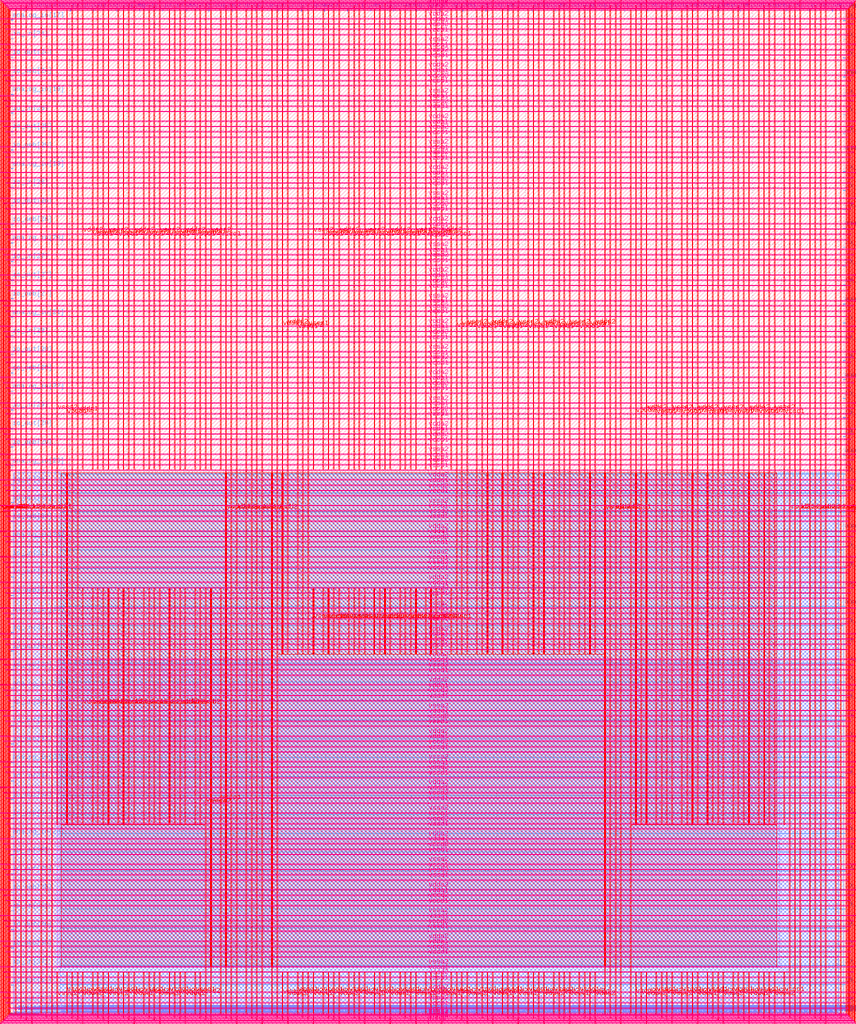
<source format=lef>
VERSION 5.7 ;
  NOWIREEXTENSIONATPIN ON ;
  DIVIDERCHAR "/" ;
  BUSBITCHARS "[]" ;
MACRO user_project_wrapper
  CLASS BLOCK ;
  FOREIGN user_project_wrapper ;
  ORIGIN 0.000 0.000 ;
  SIZE 2920.000 BY 3520.000 ;
  PIN analog_io[0]
    DIRECTION INOUT ;
    USE SIGNAL ;
    PORT
      LAYER met3 ;
        RECT 2917.600 1426.380 2924.800 1427.580 ;
    END
  END analog_io[0]
  PIN analog_io[10]
    DIRECTION INOUT ;
    USE SIGNAL ;
    PORT
      LAYER met2 ;
        RECT 2230.490 3517.600 2231.050 3524.800 ;
    END
  END analog_io[10]
  PIN analog_io[11]
    DIRECTION INOUT ;
    USE SIGNAL ;
    PORT
      LAYER met2 ;
        RECT 1905.730 3517.600 1906.290 3524.800 ;
    END
  END analog_io[11]
  PIN analog_io[12]
    DIRECTION INOUT ;
    USE SIGNAL ;
    PORT
      LAYER met2 ;
        RECT 1581.430 3517.600 1581.990 3524.800 ;
    END
  END analog_io[12]
  PIN analog_io[13]
    DIRECTION INOUT ;
    USE SIGNAL ;
    PORT
      LAYER met2 ;
        RECT 1257.130 3517.600 1257.690 3524.800 ;
    END
  END analog_io[13]
  PIN analog_io[14]
    DIRECTION INOUT ;
    USE SIGNAL ;
    PORT
      LAYER met2 ;
        RECT 932.370 3517.600 932.930 3524.800 ;
    END
  END analog_io[14]
  PIN analog_io[15]
    DIRECTION INOUT ;
    USE SIGNAL ;
    PORT
      LAYER met2 ;
        RECT 608.070 3517.600 608.630 3524.800 ;
    END
  END analog_io[15]
  PIN analog_io[16]
    DIRECTION INOUT ;
    USE SIGNAL ;
    PORT
      LAYER met2 ;
        RECT 283.770 3517.600 284.330 3524.800 ;
    END
  END analog_io[16]
  PIN analog_io[17]
    DIRECTION INOUT ;
    USE SIGNAL ;
    PORT
      LAYER met3 ;
        RECT -4.800 3486.100 2.400 3487.300 ;
    END
  END analog_io[17]
  PIN analog_io[18]
    DIRECTION INOUT ;
    USE SIGNAL ;
    PORT
      LAYER met3 ;
        RECT -4.800 3224.980 2.400 3226.180 ;
    END
  END analog_io[18]
  PIN analog_io[19]
    DIRECTION INOUT ;
    USE SIGNAL ;
    PORT
      LAYER met3 ;
        RECT -4.800 2964.540 2.400 2965.740 ;
    END
  END analog_io[19]
  PIN analog_io[1]
    DIRECTION INOUT ;
    USE SIGNAL ;
    PORT
      LAYER met3 ;
        RECT 2917.600 1692.260 2924.800 1693.460 ;
    END
  END analog_io[1]
  PIN analog_io[20]
    DIRECTION INOUT ;
    USE SIGNAL ;
    PORT
      LAYER met3 ;
        RECT -4.800 2703.420 2.400 2704.620 ;
    END
  END analog_io[20]
  PIN analog_io[21]
    DIRECTION INOUT ;
    USE SIGNAL ;
    PORT
      LAYER met3 ;
        RECT -4.800 2442.980 2.400 2444.180 ;
    END
  END analog_io[21]
  PIN analog_io[22]
    DIRECTION INOUT ;
    USE SIGNAL ;
    PORT
      LAYER met3 ;
        RECT -4.800 2182.540 2.400 2183.740 ;
    END
  END analog_io[22]
  PIN analog_io[23]
    DIRECTION INOUT ;
    USE SIGNAL ;
    PORT
      LAYER met3 ;
        RECT -4.800 1921.420 2.400 1922.620 ;
    END
  END analog_io[23]
  PIN analog_io[24]
    DIRECTION INOUT ;
    USE SIGNAL ;
    PORT
      LAYER met3 ;
        RECT -4.800 1660.980 2.400 1662.180 ;
    END
  END analog_io[24]
  PIN analog_io[25]
    DIRECTION INOUT ;
    USE SIGNAL ;
    PORT
      LAYER met3 ;
        RECT -4.800 1399.860 2.400 1401.060 ;
    END
  END analog_io[25]
  PIN analog_io[26]
    DIRECTION INOUT ;
    USE SIGNAL ;
    PORT
      LAYER met3 ;
        RECT -4.800 1139.420 2.400 1140.620 ;
    END
  END analog_io[26]
  PIN analog_io[27]
    DIRECTION INOUT ;
    USE SIGNAL ;
    PORT
      LAYER met3 ;
        RECT -4.800 878.980 2.400 880.180 ;
    END
  END analog_io[27]
  PIN analog_io[28]
    DIRECTION INOUT ;
    USE SIGNAL ;
    PORT
      LAYER met3 ;
        RECT -4.800 617.860 2.400 619.060 ;
    END
  END analog_io[28]
  PIN analog_io[2]
    DIRECTION INOUT ;
    USE SIGNAL ;
    PORT
      LAYER met3 ;
        RECT 2917.600 1958.140 2924.800 1959.340 ;
    END
  END analog_io[2]
  PIN analog_io[3]
    DIRECTION INOUT ;
    USE SIGNAL ;
    PORT
      LAYER met3 ;
        RECT 2917.600 2223.340 2924.800 2224.540 ;
    END
  END analog_io[3]
  PIN analog_io[4]
    DIRECTION INOUT ;
    USE SIGNAL ;
    PORT
      LAYER met3 ;
        RECT 2917.600 2489.220 2924.800 2490.420 ;
    END
  END analog_io[4]
  PIN analog_io[5]
    DIRECTION INOUT ;
    USE SIGNAL ;
    PORT
      LAYER met3 ;
        RECT 2917.600 2755.100 2924.800 2756.300 ;
    END
  END analog_io[5]
  PIN analog_io[6]
    DIRECTION INOUT ;
    USE SIGNAL ;
    PORT
      LAYER met3 ;
        RECT 2917.600 3020.300 2924.800 3021.500 ;
    END
  END analog_io[6]
  PIN analog_io[7]
    DIRECTION INOUT ;
    USE SIGNAL ;
    PORT
      LAYER met3 ;
        RECT 2917.600 3286.180 2924.800 3287.380 ;
    END
  END analog_io[7]
  PIN analog_io[8]
    DIRECTION INOUT ;
    USE SIGNAL ;
    PORT
      LAYER met2 ;
        RECT 2879.090 3517.600 2879.650 3524.800 ;
    END
  END analog_io[8]
  PIN analog_io[9]
    DIRECTION INOUT ;
    USE SIGNAL ;
    PORT
      LAYER met2 ;
        RECT 2554.790 3517.600 2555.350 3524.800 ;
    END
  END analog_io[9]
  PIN io_in[0]
    DIRECTION INPUT ;
    USE SIGNAL ;
    PORT
      LAYER met3 ;
        RECT 2917.600 32.380 2924.800 33.580 ;
    END
  END io_in[0]
  PIN io_in[10]
    DIRECTION INPUT ;
    USE SIGNAL ;
    PORT
      LAYER met3 ;
        RECT 2917.600 2289.980 2924.800 2291.180 ;
    END
  END io_in[10]
  PIN io_in[11]
    DIRECTION INPUT ;
    USE SIGNAL ;
    PORT
      LAYER met3 ;
        RECT 2917.600 2555.860 2924.800 2557.060 ;
    END
  END io_in[11]
  PIN io_in[12]
    DIRECTION INPUT ;
    USE SIGNAL ;
    PORT
      LAYER met3 ;
        RECT 2917.600 2821.060 2924.800 2822.260 ;
    END
  END io_in[12]
  PIN io_in[13]
    DIRECTION INPUT ;
    USE SIGNAL ;
    PORT
      LAYER met3 ;
        RECT 2917.600 3086.940 2924.800 3088.140 ;
    END
  END io_in[13]
  PIN io_in[14]
    DIRECTION INPUT ;
    USE SIGNAL ;
    PORT
      LAYER met3 ;
        RECT 2917.600 3352.820 2924.800 3354.020 ;
    END
  END io_in[14]
  PIN io_in[15]
    DIRECTION INPUT ;
    USE SIGNAL ;
    PORT
      LAYER met2 ;
        RECT 2798.130 3517.600 2798.690 3524.800 ;
    END
  END io_in[15]
  PIN io_in[16]
    DIRECTION INPUT ;
    USE SIGNAL ;
    PORT
      LAYER met2 ;
        RECT 2473.830 3517.600 2474.390 3524.800 ;
    END
  END io_in[16]
  PIN io_in[17]
    DIRECTION INPUT ;
    USE SIGNAL ;
    PORT
      LAYER met2 ;
        RECT 2149.070 3517.600 2149.630 3524.800 ;
    END
  END io_in[17]
  PIN io_in[18]
    DIRECTION INPUT ;
    USE SIGNAL ;
    PORT
      LAYER met2 ;
        RECT 1824.770 3517.600 1825.330 3524.800 ;
    END
  END io_in[18]
  PIN io_in[19]
    DIRECTION INPUT ;
    USE SIGNAL ;
    PORT
      LAYER met2 ;
        RECT 1500.470 3517.600 1501.030 3524.800 ;
    END
  END io_in[19]
  PIN io_in[1]
    DIRECTION INPUT ;
    USE SIGNAL ;
    PORT
      LAYER met3 ;
        RECT 2917.600 230.940 2924.800 232.140 ;
    END
  END io_in[1]
  PIN io_in[20]
    DIRECTION INPUT ;
    USE SIGNAL ;
    PORT
      LAYER met2 ;
        RECT 1175.710 3517.600 1176.270 3524.800 ;
    END
  END io_in[20]
  PIN io_in[21]
    DIRECTION INPUT ;
    USE SIGNAL ;
    PORT
      LAYER met2 ;
        RECT 851.410 3517.600 851.970 3524.800 ;
    END
  END io_in[21]
  PIN io_in[22]
    DIRECTION INPUT ;
    USE SIGNAL ;
    PORT
      LAYER met2 ;
        RECT 527.110 3517.600 527.670 3524.800 ;
    END
  END io_in[22]
  PIN io_in[23]
    DIRECTION INPUT ;
    USE SIGNAL ;
    PORT
      LAYER met2 ;
        RECT 202.350 3517.600 202.910 3524.800 ;
    END
  END io_in[23]
  PIN io_in[24]
    DIRECTION INPUT ;
    USE SIGNAL ;
    PORT
      LAYER met3 ;
        RECT -4.800 3420.820 2.400 3422.020 ;
    END
  END io_in[24]
  PIN io_in[25]
    DIRECTION INPUT ;
    USE SIGNAL ;
    PORT
      LAYER met3 ;
        RECT -4.800 3159.700 2.400 3160.900 ;
    END
  END io_in[25]
  PIN io_in[26]
    DIRECTION INPUT ;
    USE SIGNAL ;
    PORT
      LAYER met3 ;
        RECT -4.800 2899.260 2.400 2900.460 ;
    END
  END io_in[26]
  PIN io_in[27]
    DIRECTION INPUT ;
    USE SIGNAL ;
    PORT
      LAYER met3 ;
        RECT -4.800 2638.820 2.400 2640.020 ;
    END
  END io_in[27]
  PIN io_in[28]
    DIRECTION INPUT ;
    USE SIGNAL ;
    PORT
      LAYER met3 ;
        RECT -4.800 2377.700 2.400 2378.900 ;
    END
  END io_in[28]
  PIN io_in[29]
    DIRECTION INPUT ;
    USE SIGNAL ;
    PORT
      LAYER met3 ;
        RECT -4.800 2117.260 2.400 2118.460 ;
    END
  END io_in[29]
  PIN io_in[2]
    DIRECTION INPUT ;
    USE SIGNAL ;
    PORT
      LAYER met3 ;
        RECT 2917.600 430.180 2924.800 431.380 ;
    END
  END io_in[2]
  PIN io_in[30]
    DIRECTION INPUT ;
    USE SIGNAL ;
    PORT
      LAYER met3 ;
        RECT -4.800 1856.140 2.400 1857.340 ;
    END
  END io_in[30]
  PIN io_in[31]
    DIRECTION INPUT ;
    USE SIGNAL ;
    PORT
      LAYER met3 ;
        RECT -4.800 1595.700 2.400 1596.900 ;
    END
  END io_in[31]
  PIN io_in[32]
    DIRECTION INPUT ;
    USE SIGNAL ;
    PORT
      LAYER met3 ;
        RECT -4.800 1335.260 2.400 1336.460 ;
    END
  END io_in[32]
  PIN io_in[33]
    DIRECTION INPUT ;
    USE SIGNAL ;
    PORT
      LAYER met3 ;
        RECT -4.800 1074.140 2.400 1075.340 ;
    END
  END io_in[33]
  PIN io_in[34]
    DIRECTION INPUT ;
    USE SIGNAL ;
    PORT
      LAYER met3 ;
        RECT -4.800 813.700 2.400 814.900 ;
    END
  END io_in[34]
  PIN io_in[35]
    DIRECTION INPUT ;
    USE SIGNAL ;
    PORT
      LAYER met3 ;
        RECT -4.800 552.580 2.400 553.780 ;
    END
  END io_in[35]
  PIN io_in[36]
    DIRECTION INPUT ;
    USE SIGNAL ;
    PORT
      LAYER met3 ;
        RECT -4.800 357.420 2.400 358.620 ;
    END
  END io_in[36]
  PIN io_in[37]
    DIRECTION INPUT ;
    USE SIGNAL ;
    PORT
      LAYER met3 ;
        RECT -4.800 161.580 2.400 162.780 ;
    END
  END io_in[37]
  PIN io_in[3]
    DIRECTION INPUT ;
    USE SIGNAL ;
    PORT
      LAYER met3 ;
        RECT 2917.600 629.420 2924.800 630.620 ;
    END
  END io_in[3]
  PIN io_in[4]
    DIRECTION INPUT ;
    USE SIGNAL ;
    PORT
      LAYER met3 ;
        RECT 2917.600 828.660 2924.800 829.860 ;
    END
  END io_in[4]
  PIN io_in[5]
    DIRECTION INPUT ;
    USE SIGNAL ;
    PORT
      LAYER met3 ;
        RECT 2917.600 1027.900 2924.800 1029.100 ;
    END
  END io_in[5]
  PIN io_in[6]
    DIRECTION INPUT ;
    USE SIGNAL ;
    PORT
      LAYER met3 ;
        RECT 2917.600 1227.140 2924.800 1228.340 ;
    END
  END io_in[6]
  PIN io_in[7]
    DIRECTION INPUT ;
    USE SIGNAL ;
    PORT
      LAYER met3 ;
        RECT 2917.600 1493.020 2924.800 1494.220 ;
    END
  END io_in[7]
  PIN io_in[8]
    DIRECTION INPUT ;
    USE SIGNAL ;
    PORT
      LAYER met3 ;
        RECT 2917.600 1758.900 2924.800 1760.100 ;
    END
  END io_in[8]
  PIN io_in[9]
    DIRECTION INPUT ;
    USE SIGNAL ;
    PORT
      LAYER met3 ;
        RECT 2917.600 2024.100 2924.800 2025.300 ;
    END
  END io_in[9]
  PIN io_oeb[0]
    DIRECTION OUTPUT TRISTATE ;
    USE SIGNAL ;
    PORT
      LAYER met3 ;
        RECT 2917.600 164.980 2924.800 166.180 ;
    END
  END io_oeb[0]
  PIN io_oeb[10]
    DIRECTION OUTPUT TRISTATE ;
    USE SIGNAL ;
    PORT
      LAYER met3 ;
        RECT 2917.600 2422.580 2924.800 2423.780 ;
    END
  END io_oeb[10]
  PIN io_oeb[11]
    DIRECTION OUTPUT TRISTATE ;
    USE SIGNAL ;
    PORT
      LAYER met3 ;
        RECT 2917.600 2688.460 2924.800 2689.660 ;
    END
  END io_oeb[11]
  PIN io_oeb[12]
    DIRECTION OUTPUT TRISTATE ;
    USE SIGNAL ;
    PORT
      LAYER met3 ;
        RECT 2917.600 2954.340 2924.800 2955.540 ;
    END
  END io_oeb[12]
  PIN io_oeb[13]
    DIRECTION OUTPUT TRISTATE ;
    USE SIGNAL ;
    PORT
      LAYER met3 ;
        RECT 2917.600 3219.540 2924.800 3220.740 ;
    END
  END io_oeb[13]
  PIN io_oeb[14]
    DIRECTION OUTPUT TRISTATE ;
    USE SIGNAL ;
    PORT
      LAYER met3 ;
        RECT 2917.600 3485.420 2924.800 3486.620 ;
    END
  END io_oeb[14]
  PIN io_oeb[15]
    DIRECTION OUTPUT TRISTATE ;
    USE SIGNAL ;
    PORT
      LAYER met2 ;
        RECT 2635.750 3517.600 2636.310 3524.800 ;
    END
  END io_oeb[15]
  PIN io_oeb[16]
    DIRECTION OUTPUT TRISTATE ;
    USE SIGNAL ;
    PORT
      LAYER met2 ;
        RECT 2311.450 3517.600 2312.010 3524.800 ;
    END
  END io_oeb[16]
  PIN io_oeb[17]
    DIRECTION OUTPUT TRISTATE ;
    USE SIGNAL ;
    PORT
      LAYER met2 ;
        RECT 1987.150 3517.600 1987.710 3524.800 ;
    END
  END io_oeb[17]
  PIN io_oeb[18]
    DIRECTION OUTPUT TRISTATE ;
    USE SIGNAL ;
    PORT
      LAYER met2 ;
        RECT 1662.390 3517.600 1662.950 3524.800 ;
    END
  END io_oeb[18]
  PIN io_oeb[19]
    DIRECTION OUTPUT TRISTATE ;
    USE SIGNAL ;
    PORT
      LAYER met2 ;
        RECT 1338.090 3517.600 1338.650 3524.800 ;
    END
  END io_oeb[19]
  PIN io_oeb[1]
    DIRECTION OUTPUT TRISTATE ;
    USE SIGNAL ;
    PORT
      LAYER met3 ;
        RECT 2917.600 364.220 2924.800 365.420 ;
    END
  END io_oeb[1]
  PIN io_oeb[20]
    DIRECTION OUTPUT TRISTATE ;
    USE SIGNAL ;
    PORT
      LAYER met2 ;
        RECT 1013.790 3517.600 1014.350 3524.800 ;
    END
  END io_oeb[20]
  PIN io_oeb[21]
    DIRECTION OUTPUT TRISTATE ;
    USE SIGNAL ;
    PORT
      LAYER met2 ;
        RECT 689.030 3517.600 689.590 3524.800 ;
    END
  END io_oeb[21]
  PIN io_oeb[22]
    DIRECTION OUTPUT TRISTATE ;
    USE SIGNAL ;
    PORT
      LAYER met2 ;
        RECT 364.730 3517.600 365.290 3524.800 ;
    END
  END io_oeb[22]
  PIN io_oeb[23]
    DIRECTION OUTPUT TRISTATE ;
    USE SIGNAL ;
    PORT
      LAYER met2 ;
        RECT 40.430 3517.600 40.990 3524.800 ;
    END
  END io_oeb[23]
  PIN io_oeb[24]
    DIRECTION OUTPUT TRISTATE ;
    USE SIGNAL ;
    PORT
      LAYER met3 ;
        RECT -4.800 3290.260 2.400 3291.460 ;
    END
  END io_oeb[24]
  PIN io_oeb[25]
    DIRECTION OUTPUT TRISTATE ;
    USE SIGNAL ;
    PORT
      LAYER met3 ;
        RECT -4.800 3029.820 2.400 3031.020 ;
    END
  END io_oeb[25]
  PIN io_oeb[26]
    DIRECTION OUTPUT TRISTATE ;
    USE SIGNAL ;
    PORT
      LAYER met3 ;
        RECT -4.800 2768.700 2.400 2769.900 ;
    END
  END io_oeb[26]
  PIN io_oeb[27]
    DIRECTION OUTPUT TRISTATE ;
    USE SIGNAL ;
    PORT
      LAYER met3 ;
        RECT -4.800 2508.260 2.400 2509.460 ;
    END
  END io_oeb[27]
  PIN io_oeb[28]
    DIRECTION OUTPUT TRISTATE ;
    USE SIGNAL ;
    PORT
      LAYER met3 ;
        RECT -4.800 2247.140 2.400 2248.340 ;
    END
  END io_oeb[28]
  PIN io_oeb[29]
    DIRECTION OUTPUT TRISTATE ;
    USE SIGNAL ;
    PORT
      LAYER met3 ;
        RECT -4.800 1986.700 2.400 1987.900 ;
    END
  END io_oeb[29]
  PIN io_oeb[2]
    DIRECTION OUTPUT TRISTATE ;
    USE SIGNAL ;
    PORT
      LAYER met3 ;
        RECT 2917.600 563.460 2924.800 564.660 ;
    END
  END io_oeb[2]
  PIN io_oeb[30]
    DIRECTION OUTPUT TRISTATE ;
    USE SIGNAL ;
    PORT
      LAYER met3 ;
        RECT -4.800 1726.260 2.400 1727.460 ;
    END
  END io_oeb[30]
  PIN io_oeb[31]
    DIRECTION OUTPUT TRISTATE ;
    USE SIGNAL ;
    PORT
      LAYER met3 ;
        RECT -4.800 1465.140 2.400 1466.340 ;
    END
  END io_oeb[31]
  PIN io_oeb[32]
    DIRECTION OUTPUT TRISTATE ;
    USE SIGNAL ;
    PORT
      LAYER met3 ;
        RECT -4.800 1204.700 2.400 1205.900 ;
    END
  END io_oeb[32]
  PIN io_oeb[33]
    DIRECTION OUTPUT TRISTATE ;
    USE SIGNAL ;
    PORT
      LAYER met3 ;
        RECT -4.800 943.580 2.400 944.780 ;
    END
  END io_oeb[33]
  PIN io_oeb[34]
    DIRECTION OUTPUT TRISTATE ;
    USE SIGNAL ;
    PORT
      LAYER met3 ;
        RECT -4.800 683.140 2.400 684.340 ;
    END
  END io_oeb[34]
  PIN io_oeb[35]
    DIRECTION OUTPUT TRISTATE ;
    USE SIGNAL ;
    PORT
      LAYER met3 ;
        RECT -4.800 422.700 2.400 423.900 ;
    END
  END io_oeb[35]
  PIN io_oeb[36]
    DIRECTION OUTPUT TRISTATE ;
    USE SIGNAL ;
    PORT
      LAYER met3 ;
        RECT -4.800 226.860 2.400 228.060 ;
    END
  END io_oeb[36]
  PIN io_oeb[37]
    DIRECTION OUTPUT TRISTATE ;
    USE SIGNAL ;
    PORT
      LAYER met3 ;
        RECT -4.800 31.700 2.400 32.900 ;
    END
  END io_oeb[37]
  PIN io_oeb[3]
    DIRECTION OUTPUT TRISTATE ;
    USE SIGNAL ;
    PORT
      LAYER met3 ;
        RECT 2917.600 762.700 2924.800 763.900 ;
    END
  END io_oeb[3]
  PIN io_oeb[4]
    DIRECTION OUTPUT TRISTATE ;
    USE SIGNAL ;
    PORT
      LAYER met3 ;
        RECT 2917.600 961.940 2924.800 963.140 ;
    END
  END io_oeb[4]
  PIN io_oeb[5]
    DIRECTION OUTPUT TRISTATE ;
    USE SIGNAL ;
    PORT
      LAYER met3 ;
        RECT 2917.600 1161.180 2924.800 1162.380 ;
    END
  END io_oeb[5]
  PIN io_oeb[6]
    DIRECTION OUTPUT TRISTATE ;
    USE SIGNAL ;
    PORT
      LAYER met3 ;
        RECT 2917.600 1360.420 2924.800 1361.620 ;
    END
  END io_oeb[6]
  PIN io_oeb[7]
    DIRECTION OUTPUT TRISTATE ;
    USE SIGNAL ;
    PORT
      LAYER met3 ;
        RECT 2917.600 1625.620 2924.800 1626.820 ;
    END
  END io_oeb[7]
  PIN io_oeb[8]
    DIRECTION OUTPUT TRISTATE ;
    USE SIGNAL ;
    PORT
      LAYER met3 ;
        RECT 2917.600 1891.500 2924.800 1892.700 ;
    END
  END io_oeb[8]
  PIN io_oeb[9]
    DIRECTION OUTPUT TRISTATE ;
    USE SIGNAL ;
    PORT
      LAYER met3 ;
        RECT 2917.600 2157.380 2924.800 2158.580 ;
    END
  END io_oeb[9]
  PIN io_out[0]
    DIRECTION OUTPUT TRISTATE ;
    USE SIGNAL ;
    PORT
      LAYER met3 ;
        RECT 2917.600 98.340 2924.800 99.540 ;
    END
  END io_out[0]
  PIN io_out[10]
    DIRECTION OUTPUT TRISTATE ;
    USE SIGNAL ;
    PORT
      LAYER met3 ;
        RECT 2917.600 2356.620 2924.800 2357.820 ;
    END
  END io_out[10]
  PIN io_out[11]
    DIRECTION OUTPUT TRISTATE ;
    USE SIGNAL ;
    PORT
      LAYER met3 ;
        RECT 2917.600 2621.820 2924.800 2623.020 ;
    END
  END io_out[11]
  PIN io_out[12]
    DIRECTION OUTPUT TRISTATE ;
    USE SIGNAL ;
    PORT
      LAYER met3 ;
        RECT 2917.600 2887.700 2924.800 2888.900 ;
    END
  END io_out[12]
  PIN io_out[13]
    DIRECTION OUTPUT TRISTATE ;
    USE SIGNAL ;
    PORT
      LAYER met3 ;
        RECT 2917.600 3153.580 2924.800 3154.780 ;
    END
  END io_out[13]
  PIN io_out[14]
    DIRECTION OUTPUT TRISTATE ;
    USE SIGNAL ;
    PORT
      LAYER met3 ;
        RECT 2917.600 3418.780 2924.800 3419.980 ;
    END
  END io_out[14]
  PIN io_out[15]
    DIRECTION OUTPUT TRISTATE ;
    USE SIGNAL ;
    PORT
      LAYER met2 ;
        RECT 2717.170 3517.600 2717.730 3524.800 ;
    END
  END io_out[15]
  PIN io_out[16]
    DIRECTION OUTPUT TRISTATE ;
    USE SIGNAL ;
    PORT
      LAYER met2 ;
        RECT 2392.410 3517.600 2392.970 3524.800 ;
    END
  END io_out[16]
  PIN io_out[17]
    DIRECTION OUTPUT TRISTATE ;
    USE SIGNAL ;
    PORT
      LAYER met2 ;
        RECT 2068.110 3517.600 2068.670 3524.800 ;
    END
  END io_out[17]
  PIN io_out[18]
    DIRECTION OUTPUT TRISTATE ;
    USE SIGNAL ;
    PORT
      LAYER met2 ;
        RECT 1743.810 3517.600 1744.370 3524.800 ;
    END
  END io_out[18]
  PIN io_out[19]
    DIRECTION OUTPUT TRISTATE ;
    USE SIGNAL ;
    PORT
      LAYER met2 ;
        RECT 1419.050 3517.600 1419.610 3524.800 ;
    END
  END io_out[19]
  PIN io_out[1]
    DIRECTION OUTPUT TRISTATE ;
    USE SIGNAL ;
    PORT
      LAYER met3 ;
        RECT 2917.600 297.580 2924.800 298.780 ;
    END
  END io_out[1]
  PIN io_out[20]
    DIRECTION OUTPUT TRISTATE ;
    USE SIGNAL ;
    PORT
      LAYER met2 ;
        RECT 1094.750 3517.600 1095.310 3524.800 ;
    END
  END io_out[20]
  PIN io_out[21]
    DIRECTION OUTPUT TRISTATE ;
    USE SIGNAL ;
    PORT
      LAYER met2 ;
        RECT 770.450 3517.600 771.010 3524.800 ;
    END
  END io_out[21]
  PIN io_out[22]
    DIRECTION OUTPUT TRISTATE ;
    USE SIGNAL ;
    PORT
      LAYER met2 ;
        RECT 445.690 3517.600 446.250 3524.800 ;
    END
  END io_out[22]
  PIN io_out[23]
    DIRECTION OUTPUT TRISTATE ;
    USE SIGNAL ;
    PORT
      LAYER met2 ;
        RECT 121.390 3517.600 121.950 3524.800 ;
    END
  END io_out[23]
  PIN io_out[24]
    DIRECTION OUTPUT TRISTATE ;
    USE SIGNAL ;
    PORT
      LAYER met3 ;
        RECT -4.800 3355.540 2.400 3356.740 ;
    END
  END io_out[24]
  PIN io_out[25]
    DIRECTION OUTPUT TRISTATE ;
    USE SIGNAL ;
    PORT
      LAYER met3 ;
        RECT -4.800 3095.100 2.400 3096.300 ;
    END
  END io_out[25]
  PIN io_out[26]
    DIRECTION OUTPUT TRISTATE ;
    USE SIGNAL ;
    PORT
      LAYER met3 ;
        RECT -4.800 2833.980 2.400 2835.180 ;
    END
  END io_out[26]
  PIN io_out[27]
    DIRECTION OUTPUT TRISTATE ;
    USE SIGNAL ;
    PORT
      LAYER met3 ;
        RECT -4.800 2573.540 2.400 2574.740 ;
    END
  END io_out[27]
  PIN io_out[28]
    DIRECTION OUTPUT TRISTATE ;
    USE SIGNAL ;
    PORT
      LAYER met3 ;
        RECT -4.800 2312.420 2.400 2313.620 ;
    END
  END io_out[28]
  PIN io_out[29]
    DIRECTION OUTPUT TRISTATE ;
    USE SIGNAL ;
    PORT
      LAYER met3 ;
        RECT -4.800 2051.980 2.400 2053.180 ;
    END
  END io_out[29]
  PIN io_out[2]
    DIRECTION OUTPUT TRISTATE ;
    USE SIGNAL ;
    PORT
      LAYER met3 ;
        RECT 2917.600 496.820 2924.800 498.020 ;
    END
  END io_out[2]
  PIN io_out[30]
    DIRECTION OUTPUT TRISTATE ;
    USE SIGNAL ;
    PORT
      LAYER met3 ;
        RECT -4.800 1791.540 2.400 1792.740 ;
    END
  END io_out[30]
  PIN io_out[31]
    DIRECTION OUTPUT TRISTATE ;
    USE SIGNAL ;
    PORT
      LAYER met3 ;
        RECT -4.800 1530.420 2.400 1531.620 ;
    END
  END io_out[31]
  PIN io_out[32]
    DIRECTION OUTPUT TRISTATE ;
    USE SIGNAL ;
    PORT
      LAYER met3 ;
        RECT -4.800 1269.980 2.400 1271.180 ;
    END
  END io_out[32]
  PIN io_out[33]
    DIRECTION OUTPUT TRISTATE ;
    USE SIGNAL ;
    PORT
      LAYER met3 ;
        RECT -4.800 1008.860 2.400 1010.060 ;
    END
  END io_out[33]
  PIN io_out[34]
    DIRECTION OUTPUT TRISTATE ;
    USE SIGNAL ;
    PORT
      LAYER met3 ;
        RECT -4.800 748.420 2.400 749.620 ;
    END
  END io_out[34]
  PIN io_out[35]
    DIRECTION OUTPUT TRISTATE ;
    USE SIGNAL ;
    PORT
      LAYER met3 ;
        RECT -4.800 487.300 2.400 488.500 ;
    END
  END io_out[35]
  PIN io_out[36]
    DIRECTION OUTPUT TRISTATE ;
    USE SIGNAL ;
    PORT
      LAYER met3 ;
        RECT -4.800 292.140 2.400 293.340 ;
    END
  END io_out[36]
  PIN io_out[37]
    DIRECTION OUTPUT TRISTATE ;
    USE SIGNAL ;
    PORT
      LAYER met3 ;
        RECT -4.800 96.300 2.400 97.500 ;
    END
  END io_out[37]
  PIN io_out[3]
    DIRECTION OUTPUT TRISTATE ;
    USE SIGNAL ;
    PORT
      LAYER met3 ;
        RECT 2917.600 696.060 2924.800 697.260 ;
    END
  END io_out[3]
  PIN io_out[4]
    DIRECTION OUTPUT TRISTATE ;
    USE SIGNAL ;
    PORT
      LAYER met3 ;
        RECT 2917.600 895.300 2924.800 896.500 ;
    END
  END io_out[4]
  PIN io_out[5]
    DIRECTION OUTPUT TRISTATE ;
    USE SIGNAL ;
    PORT
      LAYER met3 ;
        RECT 2917.600 1094.540 2924.800 1095.740 ;
    END
  END io_out[5]
  PIN io_out[6]
    DIRECTION OUTPUT TRISTATE ;
    USE SIGNAL ;
    PORT
      LAYER met3 ;
        RECT 2917.600 1293.780 2924.800 1294.980 ;
    END
  END io_out[6]
  PIN io_out[7]
    DIRECTION OUTPUT TRISTATE ;
    USE SIGNAL ;
    PORT
      LAYER met3 ;
        RECT 2917.600 1559.660 2924.800 1560.860 ;
    END
  END io_out[7]
  PIN io_out[8]
    DIRECTION OUTPUT TRISTATE ;
    USE SIGNAL ;
    PORT
      LAYER met3 ;
        RECT 2917.600 1824.860 2924.800 1826.060 ;
    END
  END io_out[8]
  PIN io_out[9]
    DIRECTION OUTPUT TRISTATE ;
    USE SIGNAL ;
    PORT
      LAYER met3 ;
        RECT 2917.600 2090.740 2924.800 2091.940 ;
    END
  END io_out[9]
  PIN la_data_in[0]
    DIRECTION INPUT ;
    USE SIGNAL ;
    PORT
      LAYER met2 ;
        RECT 629.230 -4.800 629.790 2.400 ;
    END
  END la_data_in[0]
  PIN la_data_in[100]
    DIRECTION INPUT ;
    USE SIGNAL ;
    PORT
      LAYER met2 ;
        RECT 2402.530 -4.800 2403.090 2.400 ;
    END
  END la_data_in[100]
  PIN la_data_in[101]
    DIRECTION INPUT ;
    USE SIGNAL ;
    PORT
      LAYER met2 ;
        RECT 2420.010 -4.800 2420.570 2.400 ;
    END
  END la_data_in[101]
  PIN la_data_in[102]
    DIRECTION INPUT ;
    USE SIGNAL ;
    PORT
      LAYER met2 ;
        RECT 2437.950 -4.800 2438.510 2.400 ;
    END
  END la_data_in[102]
  PIN la_data_in[103]
    DIRECTION INPUT ;
    USE SIGNAL ;
    PORT
      LAYER met2 ;
        RECT 2455.430 -4.800 2455.990 2.400 ;
    END
  END la_data_in[103]
  PIN la_data_in[104]
    DIRECTION INPUT ;
    USE SIGNAL ;
    PORT
      LAYER met2 ;
        RECT 2473.370 -4.800 2473.930 2.400 ;
    END
  END la_data_in[104]
  PIN la_data_in[105]
    DIRECTION INPUT ;
    USE SIGNAL ;
    PORT
      LAYER met2 ;
        RECT 2490.850 -4.800 2491.410 2.400 ;
    END
  END la_data_in[105]
  PIN la_data_in[106]
    DIRECTION INPUT ;
    USE SIGNAL ;
    PORT
      LAYER met2 ;
        RECT 2508.790 -4.800 2509.350 2.400 ;
    END
  END la_data_in[106]
  PIN la_data_in[107]
    DIRECTION INPUT ;
    USE SIGNAL ;
    PORT
      LAYER met2 ;
        RECT 2526.730 -4.800 2527.290 2.400 ;
    END
  END la_data_in[107]
  PIN la_data_in[108]
    DIRECTION INPUT ;
    USE SIGNAL ;
    PORT
      LAYER met2 ;
        RECT 2544.210 -4.800 2544.770 2.400 ;
    END
  END la_data_in[108]
  PIN la_data_in[109]
    DIRECTION INPUT ;
    USE SIGNAL ;
    PORT
      LAYER met2 ;
        RECT 2562.150 -4.800 2562.710 2.400 ;
    END
  END la_data_in[109]
  PIN la_data_in[10]
    DIRECTION INPUT ;
    USE SIGNAL ;
    PORT
      LAYER met2 ;
        RECT 806.330 -4.800 806.890 2.400 ;
    END
  END la_data_in[10]
  PIN la_data_in[110]
    DIRECTION INPUT ;
    USE SIGNAL ;
    PORT
      LAYER met2 ;
        RECT 2579.630 -4.800 2580.190 2.400 ;
    END
  END la_data_in[110]
  PIN la_data_in[111]
    DIRECTION INPUT ;
    USE SIGNAL ;
    PORT
      LAYER met2 ;
        RECT 2597.570 -4.800 2598.130 2.400 ;
    END
  END la_data_in[111]
  PIN la_data_in[112]
    DIRECTION INPUT ;
    USE SIGNAL ;
    PORT
      LAYER met2 ;
        RECT 2615.050 -4.800 2615.610 2.400 ;
    END
  END la_data_in[112]
  PIN la_data_in[113]
    DIRECTION INPUT ;
    USE SIGNAL ;
    PORT
      LAYER met2 ;
        RECT 2632.990 -4.800 2633.550 2.400 ;
    END
  END la_data_in[113]
  PIN la_data_in[114]
    DIRECTION INPUT ;
    USE SIGNAL ;
    PORT
      LAYER met2 ;
        RECT 2650.470 -4.800 2651.030 2.400 ;
    END
  END la_data_in[114]
  PIN la_data_in[115]
    DIRECTION INPUT ;
    USE SIGNAL ;
    PORT
      LAYER met2 ;
        RECT 2668.410 -4.800 2668.970 2.400 ;
    END
  END la_data_in[115]
  PIN la_data_in[116]
    DIRECTION INPUT ;
    USE SIGNAL ;
    PORT
      LAYER met2 ;
        RECT 2685.890 -4.800 2686.450 2.400 ;
    END
  END la_data_in[116]
  PIN la_data_in[117]
    DIRECTION INPUT ;
    USE SIGNAL ;
    PORT
      LAYER met2 ;
        RECT 2703.830 -4.800 2704.390 2.400 ;
    END
  END la_data_in[117]
  PIN la_data_in[118]
    DIRECTION INPUT ;
    USE SIGNAL ;
    PORT
      LAYER met2 ;
        RECT 2721.770 -4.800 2722.330 2.400 ;
    END
  END la_data_in[118]
  PIN la_data_in[119]
    DIRECTION INPUT ;
    USE SIGNAL ;
    PORT
      LAYER met2 ;
        RECT 2739.250 -4.800 2739.810 2.400 ;
    END
  END la_data_in[119]
  PIN la_data_in[11]
    DIRECTION INPUT ;
    USE SIGNAL ;
    PORT
      LAYER met2 ;
        RECT 824.270 -4.800 824.830 2.400 ;
    END
  END la_data_in[11]
  PIN la_data_in[120]
    DIRECTION INPUT ;
    USE SIGNAL ;
    PORT
      LAYER met2 ;
        RECT 2757.190 -4.800 2757.750 2.400 ;
    END
  END la_data_in[120]
  PIN la_data_in[121]
    DIRECTION INPUT ;
    USE SIGNAL ;
    PORT
      LAYER met2 ;
        RECT 2774.670 -4.800 2775.230 2.400 ;
    END
  END la_data_in[121]
  PIN la_data_in[122]
    DIRECTION INPUT ;
    USE SIGNAL ;
    PORT
      LAYER met2 ;
        RECT 2792.610 -4.800 2793.170 2.400 ;
    END
  END la_data_in[122]
  PIN la_data_in[123]
    DIRECTION INPUT ;
    USE SIGNAL ;
    PORT
      LAYER met2 ;
        RECT 2810.090 -4.800 2810.650 2.400 ;
    END
  END la_data_in[123]
  PIN la_data_in[124]
    DIRECTION INPUT ;
    USE SIGNAL ;
    PORT
      LAYER met2 ;
        RECT 2828.030 -4.800 2828.590 2.400 ;
    END
  END la_data_in[124]
  PIN la_data_in[125]
    DIRECTION INPUT ;
    USE SIGNAL ;
    PORT
      LAYER met2 ;
        RECT 2845.510 -4.800 2846.070 2.400 ;
    END
  END la_data_in[125]
  PIN la_data_in[126]
    DIRECTION INPUT ;
    USE SIGNAL ;
    PORT
      LAYER met2 ;
        RECT 2863.450 -4.800 2864.010 2.400 ;
    END
  END la_data_in[126]
  PIN la_data_in[127]
    DIRECTION INPUT ;
    USE SIGNAL ;
    PORT
      LAYER met2 ;
        RECT 2881.390 -4.800 2881.950 2.400 ;
    END
  END la_data_in[127]
  PIN la_data_in[12]
    DIRECTION INPUT ;
    USE SIGNAL ;
    PORT
      LAYER met2 ;
        RECT 841.750 -4.800 842.310 2.400 ;
    END
  END la_data_in[12]
  PIN la_data_in[13]
    DIRECTION INPUT ;
    USE SIGNAL ;
    PORT
      LAYER met2 ;
        RECT 859.690 -4.800 860.250 2.400 ;
    END
  END la_data_in[13]
  PIN la_data_in[14]
    DIRECTION INPUT ;
    USE SIGNAL ;
    PORT
      LAYER met2 ;
        RECT 877.170 -4.800 877.730 2.400 ;
    END
  END la_data_in[14]
  PIN la_data_in[15]
    DIRECTION INPUT ;
    USE SIGNAL ;
    PORT
      LAYER met2 ;
        RECT 895.110 -4.800 895.670 2.400 ;
    END
  END la_data_in[15]
  PIN la_data_in[16]
    DIRECTION INPUT ;
    USE SIGNAL ;
    PORT
      LAYER met2 ;
        RECT 912.590 -4.800 913.150 2.400 ;
    END
  END la_data_in[16]
  PIN la_data_in[17]
    DIRECTION INPUT ;
    USE SIGNAL ;
    PORT
      LAYER met2 ;
        RECT 930.530 -4.800 931.090 2.400 ;
    END
  END la_data_in[17]
  PIN la_data_in[18]
    DIRECTION INPUT ;
    USE SIGNAL ;
    PORT
      LAYER met2 ;
        RECT 948.470 -4.800 949.030 2.400 ;
    END
  END la_data_in[18]
  PIN la_data_in[19]
    DIRECTION INPUT ;
    USE SIGNAL ;
    PORT
      LAYER met2 ;
        RECT 965.950 -4.800 966.510 2.400 ;
    END
  END la_data_in[19]
  PIN la_data_in[1]
    DIRECTION INPUT ;
    USE SIGNAL ;
    PORT
      LAYER met2 ;
        RECT 646.710 -4.800 647.270 2.400 ;
    END
  END la_data_in[1]
  PIN la_data_in[20]
    DIRECTION INPUT ;
    USE SIGNAL ;
    PORT
      LAYER met2 ;
        RECT 983.890 -4.800 984.450 2.400 ;
    END
  END la_data_in[20]
  PIN la_data_in[21]
    DIRECTION INPUT ;
    USE SIGNAL ;
    PORT
      LAYER met2 ;
        RECT 1001.370 -4.800 1001.930 2.400 ;
    END
  END la_data_in[21]
  PIN la_data_in[22]
    DIRECTION INPUT ;
    USE SIGNAL ;
    PORT
      LAYER met2 ;
        RECT 1019.310 -4.800 1019.870 2.400 ;
    END
  END la_data_in[22]
  PIN la_data_in[23]
    DIRECTION INPUT ;
    USE SIGNAL ;
    PORT
      LAYER met2 ;
        RECT 1036.790 -4.800 1037.350 2.400 ;
    END
  END la_data_in[23]
  PIN la_data_in[24]
    DIRECTION INPUT ;
    USE SIGNAL ;
    PORT
      LAYER met2 ;
        RECT 1054.730 -4.800 1055.290 2.400 ;
    END
  END la_data_in[24]
  PIN la_data_in[25]
    DIRECTION INPUT ;
    USE SIGNAL ;
    PORT
      LAYER met2 ;
        RECT 1072.210 -4.800 1072.770 2.400 ;
    END
  END la_data_in[25]
  PIN la_data_in[26]
    DIRECTION INPUT ;
    USE SIGNAL ;
    PORT
      LAYER met2 ;
        RECT 1090.150 -4.800 1090.710 2.400 ;
    END
  END la_data_in[26]
  PIN la_data_in[27]
    DIRECTION INPUT ;
    USE SIGNAL ;
    PORT
      LAYER met2 ;
        RECT 1107.630 -4.800 1108.190 2.400 ;
    END
  END la_data_in[27]
  PIN la_data_in[28]
    DIRECTION INPUT ;
    USE SIGNAL ;
    PORT
      LAYER met2 ;
        RECT 1125.570 -4.800 1126.130 2.400 ;
    END
  END la_data_in[28]
  PIN la_data_in[29]
    DIRECTION INPUT ;
    USE SIGNAL ;
    PORT
      LAYER met2 ;
        RECT 1143.510 -4.800 1144.070 2.400 ;
    END
  END la_data_in[29]
  PIN la_data_in[2]
    DIRECTION INPUT ;
    USE SIGNAL ;
    PORT
      LAYER met2 ;
        RECT 664.650 -4.800 665.210 2.400 ;
    END
  END la_data_in[2]
  PIN la_data_in[30]
    DIRECTION INPUT ;
    USE SIGNAL ;
    PORT
      LAYER met2 ;
        RECT 1160.990 -4.800 1161.550 2.400 ;
    END
  END la_data_in[30]
  PIN la_data_in[31]
    DIRECTION INPUT ;
    USE SIGNAL ;
    PORT
      LAYER met2 ;
        RECT 1178.930 -4.800 1179.490 2.400 ;
    END
  END la_data_in[31]
  PIN la_data_in[32]
    DIRECTION INPUT ;
    USE SIGNAL ;
    PORT
      LAYER met2 ;
        RECT 1196.410 -4.800 1196.970 2.400 ;
    END
  END la_data_in[32]
  PIN la_data_in[33]
    DIRECTION INPUT ;
    USE SIGNAL ;
    PORT
      LAYER met2 ;
        RECT 1214.350 -4.800 1214.910 2.400 ;
    END
  END la_data_in[33]
  PIN la_data_in[34]
    DIRECTION INPUT ;
    USE SIGNAL ;
    PORT
      LAYER met2 ;
        RECT 1231.830 -4.800 1232.390 2.400 ;
    END
  END la_data_in[34]
  PIN la_data_in[35]
    DIRECTION INPUT ;
    USE SIGNAL ;
    PORT
      LAYER met2 ;
        RECT 1249.770 -4.800 1250.330 2.400 ;
    END
  END la_data_in[35]
  PIN la_data_in[36]
    DIRECTION INPUT ;
    USE SIGNAL ;
    PORT
      LAYER met2 ;
        RECT 1267.250 -4.800 1267.810 2.400 ;
    END
  END la_data_in[36]
  PIN la_data_in[37]
    DIRECTION INPUT ;
    USE SIGNAL ;
    PORT
      LAYER met2 ;
        RECT 1285.190 -4.800 1285.750 2.400 ;
    END
  END la_data_in[37]
  PIN la_data_in[38]
    DIRECTION INPUT ;
    USE SIGNAL ;
    PORT
      LAYER met2 ;
        RECT 1303.130 -4.800 1303.690 2.400 ;
    END
  END la_data_in[38]
  PIN la_data_in[39]
    DIRECTION INPUT ;
    USE SIGNAL ;
    PORT
      LAYER met2 ;
        RECT 1320.610 -4.800 1321.170 2.400 ;
    END
  END la_data_in[39]
  PIN la_data_in[3]
    DIRECTION INPUT ;
    USE SIGNAL ;
    PORT
      LAYER met2 ;
        RECT 682.130 -4.800 682.690 2.400 ;
    END
  END la_data_in[3]
  PIN la_data_in[40]
    DIRECTION INPUT ;
    USE SIGNAL ;
    PORT
      LAYER met2 ;
        RECT 1338.550 -4.800 1339.110 2.400 ;
    END
  END la_data_in[40]
  PIN la_data_in[41]
    DIRECTION INPUT ;
    USE SIGNAL ;
    PORT
      LAYER met2 ;
        RECT 1356.030 -4.800 1356.590 2.400 ;
    END
  END la_data_in[41]
  PIN la_data_in[42]
    DIRECTION INPUT ;
    USE SIGNAL ;
    PORT
      LAYER met2 ;
        RECT 1373.970 -4.800 1374.530 2.400 ;
    END
  END la_data_in[42]
  PIN la_data_in[43]
    DIRECTION INPUT ;
    USE SIGNAL ;
    PORT
      LAYER met2 ;
        RECT 1391.450 -4.800 1392.010 2.400 ;
    END
  END la_data_in[43]
  PIN la_data_in[44]
    DIRECTION INPUT ;
    USE SIGNAL ;
    PORT
      LAYER met2 ;
        RECT 1409.390 -4.800 1409.950 2.400 ;
    END
  END la_data_in[44]
  PIN la_data_in[45]
    DIRECTION INPUT ;
    USE SIGNAL ;
    PORT
      LAYER met2 ;
        RECT 1426.870 -4.800 1427.430 2.400 ;
    END
  END la_data_in[45]
  PIN la_data_in[46]
    DIRECTION INPUT ;
    USE SIGNAL ;
    PORT
      LAYER met2 ;
        RECT 1444.810 -4.800 1445.370 2.400 ;
    END
  END la_data_in[46]
  PIN la_data_in[47]
    DIRECTION INPUT ;
    USE SIGNAL ;
    PORT
      LAYER met2 ;
        RECT 1462.750 -4.800 1463.310 2.400 ;
    END
  END la_data_in[47]
  PIN la_data_in[48]
    DIRECTION INPUT ;
    USE SIGNAL ;
    PORT
      LAYER met2 ;
        RECT 1480.230 -4.800 1480.790 2.400 ;
    END
  END la_data_in[48]
  PIN la_data_in[49]
    DIRECTION INPUT ;
    USE SIGNAL ;
    PORT
      LAYER met2 ;
        RECT 1498.170 -4.800 1498.730 2.400 ;
    END
  END la_data_in[49]
  PIN la_data_in[4]
    DIRECTION INPUT ;
    USE SIGNAL ;
    PORT
      LAYER met2 ;
        RECT 700.070 -4.800 700.630 2.400 ;
    END
  END la_data_in[4]
  PIN la_data_in[50]
    DIRECTION INPUT ;
    USE SIGNAL ;
    PORT
      LAYER met2 ;
        RECT 1515.650 -4.800 1516.210 2.400 ;
    END
  END la_data_in[50]
  PIN la_data_in[51]
    DIRECTION INPUT ;
    USE SIGNAL ;
    PORT
      LAYER met2 ;
        RECT 1533.590 -4.800 1534.150 2.400 ;
    END
  END la_data_in[51]
  PIN la_data_in[52]
    DIRECTION INPUT ;
    USE SIGNAL ;
    PORT
      LAYER met2 ;
        RECT 1551.070 -4.800 1551.630 2.400 ;
    END
  END la_data_in[52]
  PIN la_data_in[53]
    DIRECTION INPUT ;
    USE SIGNAL ;
    PORT
      LAYER met2 ;
        RECT 1569.010 -4.800 1569.570 2.400 ;
    END
  END la_data_in[53]
  PIN la_data_in[54]
    DIRECTION INPUT ;
    USE SIGNAL ;
    PORT
      LAYER met2 ;
        RECT 1586.490 -4.800 1587.050 2.400 ;
    END
  END la_data_in[54]
  PIN la_data_in[55]
    DIRECTION INPUT ;
    USE SIGNAL ;
    PORT
      LAYER met2 ;
        RECT 1604.430 -4.800 1604.990 2.400 ;
    END
  END la_data_in[55]
  PIN la_data_in[56]
    DIRECTION INPUT ;
    USE SIGNAL ;
    PORT
      LAYER met2 ;
        RECT 1621.910 -4.800 1622.470 2.400 ;
    END
  END la_data_in[56]
  PIN la_data_in[57]
    DIRECTION INPUT ;
    USE SIGNAL ;
    PORT
      LAYER met2 ;
        RECT 1639.850 -4.800 1640.410 2.400 ;
    END
  END la_data_in[57]
  PIN la_data_in[58]
    DIRECTION INPUT ;
    USE SIGNAL ;
    PORT
      LAYER met2 ;
        RECT 1657.790 -4.800 1658.350 2.400 ;
    END
  END la_data_in[58]
  PIN la_data_in[59]
    DIRECTION INPUT ;
    USE SIGNAL ;
    PORT
      LAYER met2 ;
        RECT 1675.270 -4.800 1675.830 2.400 ;
    END
  END la_data_in[59]
  PIN la_data_in[5]
    DIRECTION INPUT ;
    USE SIGNAL ;
    PORT
      LAYER met2 ;
        RECT 717.550 -4.800 718.110 2.400 ;
    END
  END la_data_in[5]
  PIN la_data_in[60]
    DIRECTION INPUT ;
    USE SIGNAL ;
    PORT
      LAYER met2 ;
        RECT 1693.210 -4.800 1693.770 2.400 ;
    END
  END la_data_in[60]
  PIN la_data_in[61]
    DIRECTION INPUT ;
    USE SIGNAL ;
    PORT
      LAYER met2 ;
        RECT 1710.690 -4.800 1711.250 2.400 ;
    END
  END la_data_in[61]
  PIN la_data_in[62]
    DIRECTION INPUT ;
    USE SIGNAL ;
    PORT
      LAYER met2 ;
        RECT 1728.630 -4.800 1729.190 2.400 ;
    END
  END la_data_in[62]
  PIN la_data_in[63]
    DIRECTION INPUT ;
    USE SIGNAL ;
    PORT
      LAYER met2 ;
        RECT 1746.110 -4.800 1746.670 2.400 ;
    END
  END la_data_in[63]
  PIN la_data_in[64]
    DIRECTION INPUT ;
    USE SIGNAL ;
    PORT
      LAYER met2 ;
        RECT 1764.050 -4.800 1764.610 2.400 ;
    END
  END la_data_in[64]
  PIN la_data_in[65]
    DIRECTION INPUT ;
    USE SIGNAL ;
    PORT
      LAYER met2 ;
        RECT 1781.530 -4.800 1782.090 2.400 ;
    END
  END la_data_in[65]
  PIN la_data_in[66]
    DIRECTION INPUT ;
    USE SIGNAL ;
    PORT
      LAYER met2 ;
        RECT 1799.470 -4.800 1800.030 2.400 ;
    END
  END la_data_in[66]
  PIN la_data_in[67]
    DIRECTION INPUT ;
    USE SIGNAL ;
    PORT
      LAYER met2 ;
        RECT 1817.410 -4.800 1817.970 2.400 ;
    END
  END la_data_in[67]
  PIN la_data_in[68]
    DIRECTION INPUT ;
    USE SIGNAL ;
    PORT
      LAYER met2 ;
        RECT 1834.890 -4.800 1835.450 2.400 ;
    END
  END la_data_in[68]
  PIN la_data_in[69]
    DIRECTION INPUT ;
    USE SIGNAL ;
    PORT
      LAYER met2 ;
        RECT 1852.830 -4.800 1853.390 2.400 ;
    END
  END la_data_in[69]
  PIN la_data_in[6]
    DIRECTION INPUT ;
    USE SIGNAL ;
    PORT
      LAYER met2 ;
        RECT 735.490 -4.800 736.050 2.400 ;
    END
  END la_data_in[6]
  PIN la_data_in[70]
    DIRECTION INPUT ;
    USE SIGNAL ;
    PORT
      LAYER met2 ;
        RECT 1870.310 -4.800 1870.870 2.400 ;
    END
  END la_data_in[70]
  PIN la_data_in[71]
    DIRECTION INPUT ;
    USE SIGNAL ;
    PORT
      LAYER met2 ;
        RECT 1888.250 -4.800 1888.810 2.400 ;
    END
  END la_data_in[71]
  PIN la_data_in[72]
    DIRECTION INPUT ;
    USE SIGNAL ;
    PORT
      LAYER met2 ;
        RECT 1905.730 -4.800 1906.290 2.400 ;
    END
  END la_data_in[72]
  PIN la_data_in[73]
    DIRECTION INPUT ;
    USE SIGNAL ;
    PORT
      LAYER met2 ;
        RECT 1923.670 -4.800 1924.230 2.400 ;
    END
  END la_data_in[73]
  PIN la_data_in[74]
    DIRECTION INPUT ;
    USE SIGNAL ;
    PORT
      LAYER met2 ;
        RECT 1941.150 -4.800 1941.710 2.400 ;
    END
  END la_data_in[74]
  PIN la_data_in[75]
    DIRECTION INPUT ;
    USE SIGNAL ;
    PORT
      LAYER met2 ;
        RECT 1959.090 -4.800 1959.650 2.400 ;
    END
  END la_data_in[75]
  PIN la_data_in[76]
    DIRECTION INPUT ;
    USE SIGNAL ;
    PORT
      LAYER met2 ;
        RECT 1976.570 -4.800 1977.130 2.400 ;
    END
  END la_data_in[76]
  PIN la_data_in[77]
    DIRECTION INPUT ;
    USE SIGNAL ;
    PORT
      LAYER met2 ;
        RECT 1994.510 -4.800 1995.070 2.400 ;
    END
  END la_data_in[77]
  PIN la_data_in[78]
    DIRECTION INPUT ;
    USE SIGNAL ;
    PORT
      LAYER met2 ;
        RECT 2012.450 -4.800 2013.010 2.400 ;
    END
  END la_data_in[78]
  PIN la_data_in[79]
    DIRECTION INPUT ;
    USE SIGNAL ;
    PORT
      LAYER met2 ;
        RECT 2029.930 -4.800 2030.490 2.400 ;
    END
  END la_data_in[79]
  PIN la_data_in[7]
    DIRECTION INPUT ;
    USE SIGNAL ;
    PORT
      LAYER met2 ;
        RECT 752.970 -4.800 753.530 2.400 ;
    END
  END la_data_in[7]
  PIN la_data_in[80]
    DIRECTION INPUT ;
    USE SIGNAL ;
    PORT
      LAYER met2 ;
        RECT 2047.870 -4.800 2048.430 2.400 ;
    END
  END la_data_in[80]
  PIN la_data_in[81]
    DIRECTION INPUT ;
    USE SIGNAL ;
    PORT
      LAYER met2 ;
        RECT 2065.350 -4.800 2065.910 2.400 ;
    END
  END la_data_in[81]
  PIN la_data_in[82]
    DIRECTION INPUT ;
    USE SIGNAL ;
    PORT
      LAYER met2 ;
        RECT 2083.290 -4.800 2083.850 2.400 ;
    END
  END la_data_in[82]
  PIN la_data_in[83]
    DIRECTION INPUT ;
    USE SIGNAL ;
    PORT
      LAYER met2 ;
        RECT 2100.770 -4.800 2101.330 2.400 ;
    END
  END la_data_in[83]
  PIN la_data_in[84]
    DIRECTION INPUT ;
    USE SIGNAL ;
    PORT
      LAYER met2 ;
        RECT 2118.710 -4.800 2119.270 2.400 ;
    END
  END la_data_in[84]
  PIN la_data_in[85]
    DIRECTION INPUT ;
    USE SIGNAL ;
    PORT
      LAYER met2 ;
        RECT 2136.190 -4.800 2136.750 2.400 ;
    END
  END la_data_in[85]
  PIN la_data_in[86]
    DIRECTION INPUT ;
    USE SIGNAL ;
    PORT
      LAYER met2 ;
        RECT 2154.130 -4.800 2154.690 2.400 ;
    END
  END la_data_in[86]
  PIN la_data_in[87]
    DIRECTION INPUT ;
    USE SIGNAL ;
    PORT
      LAYER met2 ;
        RECT 2172.070 -4.800 2172.630 2.400 ;
    END
  END la_data_in[87]
  PIN la_data_in[88]
    DIRECTION INPUT ;
    USE SIGNAL ;
    PORT
      LAYER met2 ;
        RECT 2189.550 -4.800 2190.110 2.400 ;
    END
  END la_data_in[88]
  PIN la_data_in[89]
    DIRECTION INPUT ;
    USE SIGNAL ;
    PORT
      LAYER met2 ;
        RECT 2207.490 -4.800 2208.050 2.400 ;
    END
  END la_data_in[89]
  PIN la_data_in[8]
    DIRECTION INPUT ;
    USE SIGNAL ;
    PORT
      LAYER met2 ;
        RECT 770.910 -4.800 771.470 2.400 ;
    END
  END la_data_in[8]
  PIN la_data_in[90]
    DIRECTION INPUT ;
    USE SIGNAL ;
    PORT
      LAYER met2 ;
        RECT 2224.970 -4.800 2225.530 2.400 ;
    END
  END la_data_in[90]
  PIN la_data_in[91]
    DIRECTION INPUT ;
    USE SIGNAL ;
    PORT
      LAYER met2 ;
        RECT 2242.910 -4.800 2243.470 2.400 ;
    END
  END la_data_in[91]
  PIN la_data_in[92]
    DIRECTION INPUT ;
    USE SIGNAL ;
    PORT
      LAYER met2 ;
        RECT 2260.390 -4.800 2260.950 2.400 ;
    END
  END la_data_in[92]
  PIN la_data_in[93]
    DIRECTION INPUT ;
    USE SIGNAL ;
    PORT
      LAYER met2 ;
        RECT 2278.330 -4.800 2278.890 2.400 ;
    END
  END la_data_in[93]
  PIN la_data_in[94]
    DIRECTION INPUT ;
    USE SIGNAL ;
    PORT
      LAYER met2 ;
        RECT 2295.810 -4.800 2296.370 2.400 ;
    END
  END la_data_in[94]
  PIN la_data_in[95]
    DIRECTION INPUT ;
    USE SIGNAL ;
    PORT
      LAYER met2 ;
        RECT 2313.750 -4.800 2314.310 2.400 ;
    END
  END la_data_in[95]
  PIN la_data_in[96]
    DIRECTION INPUT ;
    USE SIGNAL ;
    PORT
      LAYER met2 ;
        RECT 2331.230 -4.800 2331.790 2.400 ;
    END
  END la_data_in[96]
  PIN la_data_in[97]
    DIRECTION INPUT ;
    USE SIGNAL ;
    PORT
      LAYER met2 ;
        RECT 2349.170 -4.800 2349.730 2.400 ;
    END
  END la_data_in[97]
  PIN la_data_in[98]
    DIRECTION INPUT ;
    USE SIGNAL ;
    PORT
      LAYER met2 ;
        RECT 2367.110 -4.800 2367.670 2.400 ;
    END
  END la_data_in[98]
  PIN la_data_in[99]
    DIRECTION INPUT ;
    USE SIGNAL ;
    PORT
      LAYER met2 ;
        RECT 2384.590 -4.800 2385.150 2.400 ;
    END
  END la_data_in[99]
  PIN la_data_in[9]
    DIRECTION INPUT ;
    USE SIGNAL ;
    PORT
      LAYER met2 ;
        RECT 788.850 -4.800 789.410 2.400 ;
    END
  END la_data_in[9]
  PIN la_data_out[0]
    DIRECTION OUTPUT TRISTATE ;
    USE SIGNAL ;
    PORT
      LAYER met2 ;
        RECT 634.750 -4.800 635.310 2.400 ;
    END
  END la_data_out[0]
  PIN la_data_out[100]
    DIRECTION OUTPUT TRISTATE ;
    USE SIGNAL ;
    PORT
      LAYER met2 ;
        RECT 2408.510 -4.800 2409.070 2.400 ;
    END
  END la_data_out[100]
  PIN la_data_out[101]
    DIRECTION OUTPUT TRISTATE ;
    USE SIGNAL ;
    PORT
      LAYER met2 ;
        RECT 2425.990 -4.800 2426.550 2.400 ;
    END
  END la_data_out[101]
  PIN la_data_out[102]
    DIRECTION OUTPUT TRISTATE ;
    USE SIGNAL ;
    PORT
      LAYER met2 ;
        RECT 2443.930 -4.800 2444.490 2.400 ;
    END
  END la_data_out[102]
  PIN la_data_out[103]
    DIRECTION OUTPUT TRISTATE ;
    USE SIGNAL ;
    PORT
      LAYER met2 ;
        RECT 2461.410 -4.800 2461.970 2.400 ;
    END
  END la_data_out[103]
  PIN la_data_out[104]
    DIRECTION OUTPUT TRISTATE ;
    USE SIGNAL ;
    PORT
      LAYER met2 ;
        RECT 2479.350 -4.800 2479.910 2.400 ;
    END
  END la_data_out[104]
  PIN la_data_out[105]
    DIRECTION OUTPUT TRISTATE ;
    USE SIGNAL ;
    PORT
      LAYER met2 ;
        RECT 2496.830 -4.800 2497.390 2.400 ;
    END
  END la_data_out[105]
  PIN la_data_out[106]
    DIRECTION OUTPUT TRISTATE ;
    USE SIGNAL ;
    PORT
      LAYER met2 ;
        RECT 2514.770 -4.800 2515.330 2.400 ;
    END
  END la_data_out[106]
  PIN la_data_out[107]
    DIRECTION OUTPUT TRISTATE ;
    USE SIGNAL ;
    PORT
      LAYER met2 ;
        RECT 2532.250 -4.800 2532.810 2.400 ;
    END
  END la_data_out[107]
  PIN la_data_out[108]
    DIRECTION OUTPUT TRISTATE ;
    USE SIGNAL ;
    PORT
      LAYER met2 ;
        RECT 2550.190 -4.800 2550.750 2.400 ;
    END
  END la_data_out[108]
  PIN la_data_out[109]
    DIRECTION OUTPUT TRISTATE ;
    USE SIGNAL ;
    PORT
      LAYER met2 ;
        RECT 2567.670 -4.800 2568.230 2.400 ;
    END
  END la_data_out[109]
  PIN la_data_out[10]
    DIRECTION OUTPUT TRISTATE ;
    USE SIGNAL ;
    PORT
      LAYER met2 ;
        RECT 812.310 -4.800 812.870 2.400 ;
    END
  END la_data_out[10]
  PIN la_data_out[110]
    DIRECTION OUTPUT TRISTATE ;
    USE SIGNAL ;
    PORT
      LAYER met2 ;
        RECT 2585.610 -4.800 2586.170 2.400 ;
    END
  END la_data_out[110]
  PIN la_data_out[111]
    DIRECTION OUTPUT TRISTATE ;
    USE SIGNAL ;
    PORT
      LAYER met2 ;
        RECT 2603.550 -4.800 2604.110 2.400 ;
    END
  END la_data_out[111]
  PIN la_data_out[112]
    DIRECTION OUTPUT TRISTATE ;
    USE SIGNAL ;
    PORT
      LAYER met2 ;
        RECT 2621.030 -4.800 2621.590 2.400 ;
    END
  END la_data_out[112]
  PIN la_data_out[113]
    DIRECTION OUTPUT TRISTATE ;
    USE SIGNAL ;
    PORT
      LAYER met2 ;
        RECT 2638.970 -4.800 2639.530 2.400 ;
    END
  END la_data_out[113]
  PIN la_data_out[114]
    DIRECTION OUTPUT TRISTATE ;
    USE SIGNAL ;
    PORT
      LAYER met2 ;
        RECT 2656.450 -4.800 2657.010 2.400 ;
    END
  END la_data_out[114]
  PIN la_data_out[115]
    DIRECTION OUTPUT TRISTATE ;
    USE SIGNAL ;
    PORT
      LAYER met2 ;
        RECT 2674.390 -4.800 2674.950 2.400 ;
    END
  END la_data_out[115]
  PIN la_data_out[116]
    DIRECTION OUTPUT TRISTATE ;
    USE SIGNAL ;
    PORT
      LAYER met2 ;
        RECT 2691.870 -4.800 2692.430 2.400 ;
    END
  END la_data_out[116]
  PIN la_data_out[117]
    DIRECTION OUTPUT TRISTATE ;
    USE SIGNAL ;
    PORT
      LAYER met2 ;
        RECT 2709.810 -4.800 2710.370 2.400 ;
    END
  END la_data_out[117]
  PIN la_data_out[118]
    DIRECTION OUTPUT TRISTATE ;
    USE SIGNAL ;
    PORT
      LAYER met2 ;
        RECT 2727.290 -4.800 2727.850 2.400 ;
    END
  END la_data_out[118]
  PIN la_data_out[119]
    DIRECTION OUTPUT TRISTATE ;
    USE SIGNAL ;
    PORT
      LAYER met2 ;
        RECT 2745.230 -4.800 2745.790 2.400 ;
    END
  END la_data_out[119]
  PIN la_data_out[11]
    DIRECTION OUTPUT TRISTATE ;
    USE SIGNAL ;
    PORT
      LAYER met2 ;
        RECT 830.250 -4.800 830.810 2.400 ;
    END
  END la_data_out[11]
  PIN la_data_out[120]
    DIRECTION OUTPUT TRISTATE ;
    USE SIGNAL ;
    PORT
      LAYER met2 ;
        RECT 2763.170 -4.800 2763.730 2.400 ;
    END
  END la_data_out[120]
  PIN la_data_out[121]
    DIRECTION OUTPUT TRISTATE ;
    USE SIGNAL ;
    PORT
      LAYER met2 ;
        RECT 2780.650 -4.800 2781.210 2.400 ;
    END
  END la_data_out[121]
  PIN la_data_out[122]
    DIRECTION OUTPUT TRISTATE ;
    USE SIGNAL ;
    PORT
      LAYER met2 ;
        RECT 2798.590 -4.800 2799.150 2.400 ;
    END
  END la_data_out[122]
  PIN la_data_out[123]
    DIRECTION OUTPUT TRISTATE ;
    USE SIGNAL ;
    PORT
      LAYER met2 ;
        RECT 2816.070 -4.800 2816.630 2.400 ;
    END
  END la_data_out[123]
  PIN la_data_out[124]
    DIRECTION OUTPUT TRISTATE ;
    USE SIGNAL ;
    PORT
      LAYER met2 ;
        RECT 2834.010 -4.800 2834.570 2.400 ;
    END
  END la_data_out[124]
  PIN la_data_out[125]
    DIRECTION OUTPUT TRISTATE ;
    USE SIGNAL ;
    PORT
      LAYER met2 ;
        RECT 2851.490 -4.800 2852.050 2.400 ;
    END
  END la_data_out[125]
  PIN la_data_out[126]
    DIRECTION OUTPUT TRISTATE ;
    USE SIGNAL ;
    PORT
      LAYER met2 ;
        RECT 2869.430 -4.800 2869.990 2.400 ;
    END
  END la_data_out[126]
  PIN la_data_out[127]
    DIRECTION OUTPUT TRISTATE ;
    USE SIGNAL ;
    PORT
      LAYER met2 ;
        RECT 2886.910 -4.800 2887.470 2.400 ;
    END
  END la_data_out[127]
  PIN la_data_out[12]
    DIRECTION OUTPUT TRISTATE ;
    USE SIGNAL ;
    PORT
      LAYER met2 ;
        RECT 847.730 -4.800 848.290 2.400 ;
    END
  END la_data_out[12]
  PIN la_data_out[13]
    DIRECTION OUTPUT TRISTATE ;
    USE SIGNAL ;
    PORT
      LAYER met2 ;
        RECT 865.670 -4.800 866.230 2.400 ;
    END
  END la_data_out[13]
  PIN la_data_out[14]
    DIRECTION OUTPUT TRISTATE ;
    USE SIGNAL ;
    PORT
      LAYER met2 ;
        RECT 883.150 -4.800 883.710 2.400 ;
    END
  END la_data_out[14]
  PIN la_data_out[15]
    DIRECTION OUTPUT TRISTATE ;
    USE SIGNAL ;
    PORT
      LAYER met2 ;
        RECT 901.090 -4.800 901.650 2.400 ;
    END
  END la_data_out[15]
  PIN la_data_out[16]
    DIRECTION OUTPUT TRISTATE ;
    USE SIGNAL ;
    PORT
      LAYER met2 ;
        RECT 918.570 -4.800 919.130 2.400 ;
    END
  END la_data_out[16]
  PIN la_data_out[17]
    DIRECTION OUTPUT TRISTATE ;
    USE SIGNAL ;
    PORT
      LAYER met2 ;
        RECT 936.510 -4.800 937.070 2.400 ;
    END
  END la_data_out[17]
  PIN la_data_out[18]
    DIRECTION OUTPUT TRISTATE ;
    USE SIGNAL ;
    PORT
      LAYER met2 ;
        RECT 953.990 -4.800 954.550 2.400 ;
    END
  END la_data_out[18]
  PIN la_data_out[19]
    DIRECTION OUTPUT TRISTATE ;
    USE SIGNAL ;
    PORT
      LAYER met2 ;
        RECT 971.930 -4.800 972.490 2.400 ;
    END
  END la_data_out[19]
  PIN la_data_out[1]
    DIRECTION OUTPUT TRISTATE ;
    USE SIGNAL ;
    PORT
      LAYER met2 ;
        RECT 652.690 -4.800 653.250 2.400 ;
    END
  END la_data_out[1]
  PIN la_data_out[20]
    DIRECTION OUTPUT TRISTATE ;
    USE SIGNAL ;
    PORT
      LAYER met2 ;
        RECT 989.410 -4.800 989.970 2.400 ;
    END
  END la_data_out[20]
  PIN la_data_out[21]
    DIRECTION OUTPUT TRISTATE ;
    USE SIGNAL ;
    PORT
      LAYER met2 ;
        RECT 1007.350 -4.800 1007.910 2.400 ;
    END
  END la_data_out[21]
  PIN la_data_out[22]
    DIRECTION OUTPUT TRISTATE ;
    USE SIGNAL ;
    PORT
      LAYER met2 ;
        RECT 1025.290 -4.800 1025.850 2.400 ;
    END
  END la_data_out[22]
  PIN la_data_out[23]
    DIRECTION OUTPUT TRISTATE ;
    USE SIGNAL ;
    PORT
      LAYER met2 ;
        RECT 1042.770 -4.800 1043.330 2.400 ;
    END
  END la_data_out[23]
  PIN la_data_out[24]
    DIRECTION OUTPUT TRISTATE ;
    USE SIGNAL ;
    PORT
      LAYER met2 ;
        RECT 1060.710 -4.800 1061.270 2.400 ;
    END
  END la_data_out[24]
  PIN la_data_out[25]
    DIRECTION OUTPUT TRISTATE ;
    USE SIGNAL ;
    PORT
      LAYER met2 ;
        RECT 1078.190 -4.800 1078.750 2.400 ;
    END
  END la_data_out[25]
  PIN la_data_out[26]
    DIRECTION OUTPUT TRISTATE ;
    USE SIGNAL ;
    PORT
      LAYER met2 ;
        RECT 1096.130 -4.800 1096.690 2.400 ;
    END
  END la_data_out[26]
  PIN la_data_out[27]
    DIRECTION OUTPUT TRISTATE ;
    USE SIGNAL ;
    PORT
      LAYER met2 ;
        RECT 1113.610 -4.800 1114.170 2.400 ;
    END
  END la_data_out[27]
  PIN la_data_out[28]
    DIRECTION OUTPUT TRISTATE ;
    USE SIGNAL ;
    PORT
      LAYER met2 ;
        RECT 1131.550 -4.800 1132.110 2.400 ;
    END
  END la_data_out[28]
  PIN la_data_out[29]
    DIRECTION OUTPUT TRISTATE ;
    USE SIGNAL ;
    PORT
      LAYER met2 ;
        RECT 1149.030 -4.800 1149.590 2.400 ;
    END
  END la_data_out[29]
  PIN la_data_out[2]
    DIRECTION OUTPUT TRISTATE ;
    USE SIGNAL ;
    PORT
      LAYER met2 ;
        RECT 670.630 -4.800 671.190 2.400 ;
    END
  END la_data_out[2]
  PIN la_data_out[30]
    DIRECTION OUTPUT TRISTATE ;
    USE SIGNAL ;
    PORT
      LAYER met2 ;
        RECT 1166.970 -4.800 1167.530 2.400 ;
    END
  END la_data_out[30]
  PIN la_data_out[31]
    DIRECTION OUTPUT TRISTATE ;
    USE SIGNAL ;
    PORT
      LAYER met2 ;
        RECT 1184.910 -4.800 1185.470 2.400 ;
    END
  END la_data_out[31]
  PIN la_data_out[32]
    DIRECTION OUTPUT TRISTATE ;
    USE SIGNAL ;
    PORT
      LAYER met2 ;
        RECT 1202.390 -4.800 1202.950 2.400 ;
    END
  END la_data_out[32]
  PIN la_data_out[33]
    DIRECTION OUTPUT TRISTATE ;
    USE SIGNAL ;
    PORT
      LAYER met2 ;
        RECT 1220.330 -4.800 1220.890 2.400 ;
    END
  END la_data_out[33]
  PIN la_data_out[34]
    DIRECTION OUTPUT TRISTATE ;
    USE SIGNAL ;
    PORT
      LAYER met2 ;
        RECT 1237.810 -4.800 1238.370 2.400 ;
    END
  END la_data_out[34]
  PIN la_data_out[35]
    DIRECTION OUTPUT TRISTATE ;
    USE SIGNAL ;
    PORT
      LAYER met2 ;
        RECT 1255.750 -4.800 1256.310 2.400 ;
    END
  END la_data_out[35]
  PIN la_data_out[36]
    DIRECTION OUTPUT TRISTATE ;
    USE SIGNAL ;
    PORT
      LAYER met2 ;
        RECT 1273.230 -4.800 1273.790 2.400 ;
    END
  END la_data_out[36]
  PIN la_data_out[37]
    DIRECTION OUTPUT TRISTATE ;
    USE SIGNAL ;
    PORT
      LAYER met2 ;
        RECT 1291.170 -4.800 1291.730 2.400 ;
    END
  END la_data_out[37]
  PIN la_data_out[38]
    DIRECTION OUTPUT TRISTATE ;
    USE SIGNAL ;
    PORT
      LAYER met2 ;
        RECT 1308.650 -4.800 1309.210 2.400 ;
    END
  END la_data_out[38]
  PIN la_data_out[39]
    DIRECTION OUTPUT TRISTATE ;
    USE SIGNAL ;
    PORT
      LAYER met2 ;
        RECT 1326.590 -4.800 1327.150 2.400 ;
    END
  END la_data_out[39]
  PIN la_data_out[3]
    DIRECTION OUTPUT TRISTATE ;
    USE SIGNAL ;
    PORT
      LAYER met2 ;
        RECT 688.110 -4.800 688.670 2.400 ;
    END
  END la_data_out[3]
  PIN la_data_out[40]
    DIRECTION OUTPUT TRISTATE ;
    USE SIGNAL ;
    PORT
      LAYER met2 ;
        RECT 1344.070 -4.800 1344.630 2.400 ;
    END
  END la_data_out[40]
  PIN la_data_out[41]
    DIRECTION OUTPUT TRISTATE ;
    USE SIGNAL ;
    PORT
      LAYER met2 ;
        RECT 1362.010 -4.800 1362.570 2.400 ;
    END
  END la_data_out[41]
  PIN la_data_out[42]
    DIRECTION OUTPUT TRISTATE ;
    USE SIGNAL ;
    PORT
      LAYER met2 ;
        RECT 1379.950 -4.800 1380.510 2.400 ;
    END
  END la_data_out[42]
  PIN la_data_out[43]
    DIRECTION OUTPUT TRISTATE ;
    USE SIGNAL ;
    PORT
      LAYER met2 ;
        RECT 1397.430 -4.800 1397.990 2.400 ;
    END
  END la_data_out[43]
  PIN la_data_out[44]
    DIRECTION OUTPUT TRISTATE ;
    USE SIGNAL ;
    PORT
      LAYER met2 ;
        RECT 1415.370 -4.800 1415.930 2.400 ;
    END
  END la_data_out[44]
  PIN la_data_out[45]
    DIRECTION OUTPUT TRISTATE ;
    USE SIGNAL ;
    PORT
      LAYER met2 ;
        RECT 1432.850 -4.800 1433.410 2.400 ;
    END
  END la_data_out[45]
  PIN la_data_out[46]
    DIRECTION OUTPUT TRISTATE ;
    USE SIGNAL ;
    PORT
      LAYER met2 ;
        RECT 1450.790 -4.800 1451.350 2.400 ;
    END
  END la_data_out[46]
  PIN la_data_out[47]
    DIRECTION OUTPUT TRISTATE ;
    USE SIGNAL ;
    PORT
      LAYER met2 ;
        RECT 1468.270 -4.800 1468.830 2.400 ;
    END
  END la_data_out[47]
  PIN la_data_out[48]
    DIRECTION OUTPUT TRISTATE ;
    USE SIGNAL ;
    PORT
      LAYER met2 ;
        RECT 1486.210 -4.800 1486.770 2.400 ;
    END
  END la_data_out[48]
  PIN la_data_out[49]
    DIRECTION OUTPUT TRISTATE ;
    USE SIGNAL ;
    PORT
      LAYER met2 ;
        RECT 1503.690 -4.800 1504.250 2.400 ;
    END
  END la_data_out[49]
  PIN la_data_out[4]
    DIRECTION OUTPUT TRISTATE ;
    USE SIGNAL ;
    PORT
      LAYER met2 ;
        RECT 706.050 -4.800 706.610 2.400 ;
    END
  END la_data_out[4]
  PIN la_data_out[50]
    DIRECTION OUTPUT TRISTATE ;
    USE SIGNAL ;
    PORT
      LAYER met2 ;
        RECT 1521.630 -4.800 1522.190 2.400 ;
    END
  END la_data_out[50]
  PIN la_data_out[51]
    DIRECTION OUTPUT TRISTATE ;
    USE SIGNAL ;
    PORT
      LAYER met2 ;
        RECT 1539.570 -4.800 1540.130 2.400 ;
    END
  END la_data_out[51]
  PIN la_data_out[52]
    DIRECTION OUTPUT TRISTATE ;
    USE SIGNAL ;
    PORT
      LAYER met2 ;
        RECT 1557.050 -4.800 1557.610 2.400 ;
    END
  END la_data_out[52]
  PIN la_data_out[53]
    DIRECTION OUTPUT TRISTATE ;
    USE SIGNAL ;
    PORT
      LAYER met2 ;
        RECT 1574.990 -4.800 1575.550 2.400 ;
    END
  END la_data_out[53]
  PIN la_data_out[54]
    DIRECTION OUTPUT TRISTATE ;
    USE SIGNAL ;
    PORT
      LAYER met2 ;
        RECT 1592.470 -4.800 1593.030 2.400 ;
    END
  END la_data_out[54]
  PIN la_data_out[55]
    DIRECTION OUTPUT TRISTATE ;
    USE SIGNAL ;
    PORT
      LAYER met2 ;
        RECT 1610.410 -4.800 1610.970 2.400 ;
    END
  END la_data_out[55]
  PIN la_data_out[56]
    DIRECTION OUTPUT TRISTATE ;
    USE SIGNAL ;
    PORT
      LAYER met2 ;
        RECT 1627.890 -4.800 1628.450 2.400 ;
    END
  END la_data_out[56]
  PIN la_data_out[57]
    DIRECTION OUTPUT TRISTATE ;
    USE SIGNAL ;
    PORT
      LAYER met2 ;
        RECT 1645.830 -4.800 1646.390 2.400 ;
    END
  END la_data_out[57]
  PIN la_data_out[58]
    DIRECTION OUTPUT TRISTATE ;
    USE SIGNAL ;
    PORT
      LAYER met2 ;
        RECT 1663.310 -4.800 1663.870 2.400 ;
    END
  END la_data_out[58]
  PIN la_data_out[59]
    DIRECTION OUTPUT TRISTATE ;
    USE SIGNAL ;
    PORT
      LAYER met2 ;
        RECT 1681.250 -4.800 1681.810 2.400 ;
    END
  END la_data_out[59]
  PIN la_data_out[5]
    DIRECTION OUTPUT TRISTATE ;
    USE SIGNAL ;
    PORT
      LAYER met2 ;
        RECT 723.530 -4.800 724.090 2.400 ;
    END
  END la_data_out[5]
  PIN la_data_out[60]
    DIRECTION OUTPUT TRISTATE ;
    USE SIGNAL ;
    PORT
      LAYER met2 ;
        RECT 1699.190 -4.800 1699.750 2.400 ;
    END
  END la_data_out[60]
  PIN la_data_out[61]
    DIRECTION OUTPUT TRISTATE ;
    USE SIGNAL ;
    PORT
      LAYER met2 ;
        RECT 1716.670 -4.800 1717.230 2.400 ;
    END
  END la_data_out[61]
  PIN la_data_out[62]
    DIRECTION OUTPUT TRISTATE ;
    USE SIGNAL ;
    PORT
      LAYER met2 ;
        RECT 1734.610 -4.800 1735.170 2.400 ;
    END
  END la_data_out[62]
  PIN la_data_out[63]
    DIRECTION OUTPUT TRISTATE ;
    USE SIGNAL ;
    PORT
      LAYER met2 ;
        RECT 1752.090 -4.800 1752.650 2.400 ;
    END
  END la_data_out[63]
  PIN la_data_out[64]
    DIRECTION OUTPUT TRISTATE ;
    USE SIGNAL ;
    PORT
      LAYER met2 ;
        RECT 1770.030 -4.800 1770.590 2.400 ;
    END
  END la_data_out[64]
  PIN la_data_out[65]
    DIRECTION OUTPUT TRISTATE ;
    USE SIGNAL ;
    PORT
      LAYER met2 ;
        RECT 1787.510 -4.800 1788.070 2.400 ;
    END
  END la_data_out[65]
  PIN la_data_out[66]
    DIRECTION OUTPUT TRISTATE ;
    USE SIGNAL ;
    PORT
      LAYER met2 ;
        RECT 1805.450 -4.800 1806.010 2.400 ;
    END
  END la_data_out[66]
  PIN la_data_out[67]
    DIRECTION OUTPUT TRISTATE ;
    USE SIGNAL ;
    PORT
      LAYER met2 ;
        RECT 1822.930 -4.800 1823.490 2.400 ;
    END
  END la_data_out[67]
  PIN la_data_out[68]
    DIRECTION OUTPUT TRISTATE ;
    USE SIGNAL ;
    PORT
      LAYER met2 ;
        RECT 1840.870 -4.800 1841.430 2.400 ;
    END
  END la_data_out[68]
  PIN la_data_out[69]
    DIRECTION OUTPUT TRISTATE ;
    USE SIGNAL ;
    PORT
      LAYER met2 ;
        RECT 1858.350 -4.800 1858.910 2.400 ;
    END
  END la_data_out[69]
  PIN la_data_out[6]
    DIRECTION OUTPUT TRISTATE ;
    USE SIGNAL ;
    PORT
      LAYER met2 ;
        RECT 741.470 -4.800 742.030 2.400 ;
    END
  END la_data_out[6]
  PIN la_data_out[70]
    DIRECTION OUTPUT TRISTATE ;
    USE SIGNAL ;
    PORT
      LAYER met2 ;
        RECT 1876.290 -4.800 1876.850 2.400 ;
    END
  END la_data_out[70]
  PIN la_data_out[71]
    DIRECTION OUTPUT TRISTATE ;
    USE SIGNAL ;
    PORT
      LAYER met2 ;
        RECT 1894.230 -4.800 1894.790 2.400 ;
    END
  END la_data_out[71]
  PIN la_data_out[72]
    DIRECTION OUTPUT TRISTATE ;
    USE SIGNAL ;
    PORT
      LAYER met2 ;
        RECT 1911.710 -4.800 1912.270 2.400 ;
    END
  END la_data_out[72]
  PIN la_data_out[73]
    DIRECTION OUTPUT TRISTATE ;
    USE SIGNAL ;
    PORT
      LAYER met2 ;
        RECT 1929.650 -4.800 1930.210 2.400 ;
    END
  END la_data_out[73]
  PIN la_data_out[74]
    DIRECTION OUTPUT TRISTATE ;
    USE SIGNAL ;
    PORT
      LAYER met2 ;
        RECT 1947.130 -4.800 1947.690 2.400 ;
    END
  END la_data_out[74]
  PIN la_data_out[75]
    DIRECTION OUTPUT TRISTATE ;
    USE SIGNAL ;
    PORT
      LAYER met2 ;
        RECT 1965.070 -4.800 1965.630 2.400 ;
    END
  END la_data_out[75]
  PIN la_data_out[76]
    DIRECTION OUTPUT TRISTATE ;
    USE SIGNAL ;
    PORT
      LAYER met2 ;
        RECT 1982.550 -4.800 1983.110 2.400 ;
    END
  END la_data_out[76]
  PIN la_data_out[77]
    DIRECTION OUTPUT TRISTATE ;
    USE SIGNAL ;
    PORT
      LAYER met2 ;
        RECT 2000.490 -4.800 2001.050 2.400 ;
    END
  END la_data_out[77]
  PIN la_data_out[78]
    DIRECTION OUTPUT TRISTATE ;
    USE SIGNAL ;
    PORT
      LAYER met2 ;
        RECT 2017.970 -4.800 2018.530 2.400 ;
    END
  END la_data_out[78]
  PIN la_data_out[79]
    DIRECTION OUTPUT TRISTATE ;
    USE SIGNAL ;
    PORT
      LAYER met2 ;
        RECT 2035.910 -4.800 2036.470 2.400 ;
    END
  END la_data_out[79]
  PIN la_data_out[7]
    DIRECTION OUTPUT TRISTATE ;
    USE SIGNAL ;
    PORT
      LAYER met2 ;
        RECT 758.950 -4.800 759.510 2.400 ;
    END
  END la_data_out[7]
  PIN la_data_out[80]
    DIRECTION OUTPUT TRISTATE ;
    USE SIGNAL ;
    PORT
      LAYER met2 ;
        RECT 2053.850 -4.800 2054.410 2.400 ;
    END
  END la_data_out[80]
  PIN la_data_out[81]
    DIRECTION OUTPUT TRISTATE ;
    USE SIGNAL ;
    PORT
      LAYER met2 ;
        RECT 2071.330 -4.800 2071.890 2.400 ;
    END
  END la_data_out[81]
  PIN la_data_out[82]
    DIRECTION OUTPUT TRISTATE ;
    USE SIGNAL ;
    PORT
      LAYER met2 ;
        RECT 2089.270 -4.800 2089.830 2.400 ;
    END
  END la_data_out[82]
  PIN la_data_out[83]
    DIRECTION OUTPUT TRISTATE ;
    USE SIGNAL ;
    PORT
      LAYER met2 ;
        RECT 2106.750 -4.800 2107.310 2.400 ;
    END
  END la_data_out[83]
  PIN la_data_out[84]
    DIRECTION OUTPUT TRISTATE ;
    USE SIGNAL ;
    PORT
      LAYER met2 ;
        RECT 2124.690 -4.800 2125.250 2.400 ;
    END
  END la_data_out[84]
  PIN la_data_out[85]
    DIRECTION OUTPUT TRISTATE ;
    USE SIGNAL ;
    PORT
      LAYER met2 ;
        RECT 2142.170 -4.800 2142.730 2.400 ;
    END
  END la_data_out[85]
  PIN la_data_out[86]
    DIRECTION OUTPUT TRISTATE ;
    USE SIGNAL ;
    PORT
      LAYER met2 ;
        RECT 2160.110 -4.800 2160.670 2.400 ;
    END
  END la_data_out[86]
  PIN la_data_out[87]
    DIRECTION OUTPUT TRISTATE ;
    USE SIGNAL ;
    PORT
      LAYER met2 ;
        RECT 2177.590 -4.800 2178.150 2.400 ;
    END
  END la_data_out[87]
  PIN la_data_out[88]
    DIRECTION OUTPUT TRISTATE ;
    USE SIGNAL ;
    PORT
      LAYER met2 ;
        RECT 2195.530 -4.800 2196.090 2.400 ;
    END
  END la_data_out[88]
  PIN la_data_out[89]
    DIRECTION OUTPUT TRISTATE ;
    USE SIGNAL ;
    PORT
      LAYER met2 ;
        RECT 2213.010 -4.800 2213.570 2.400 ;
    END
  END la_data_out[89]
  PIN la_data_out[8]
    DIRECTION OUTPUT TRISTATE ;
    USE SIGNAL ;
    PORT
      LAYER met2 ;
        RECT 776.890 -4.800 777.450 2.400 ;
    END
  END la_data_out[8]
  PIN la_data_out[90]
    DIRECTION OUTPUT TRISTATE ;
    USE SIGNAL ;
    PORT
      LAYER met2 ;
        RECT 2230.950 -4.800 2231.510 2.400 ;
    END
  END la_data_out[90]
  PIN la_data_out[91]
    DIRECTION OUTPUT TRISTATE ;
    USE SIGNAL ;
    PORT
      LAYER met2 ;
        RECT 2248.890 -4.800 2249.450 2.400 ;
    END
  END la_data_out[91]
  PIN la_data_out[92]
    DIRECTION OUTPUT TRISTATE ;
    USE SIGNAL ;
    PORT
      LAYER met2 ;
        RECT 2266.370 -4.800 2266.930 2.400 ;
    END
  END la_data_out[92]
  PIN la_data_out[93]
    DIRECTION OUTPUT TRISTATE ;
    USE SIGNAL ;
    PORT
      LAYER met2 ;
        RECT 2284.310 -4.800 2284.870 2.400 ;
    END
  END la_data_out[93]
  PIN la_data_out[94]
    DIRECTION OUTPUT TRISTATE ;
    USE SIGNAL ;
    PORT
      LAYER met2 ;
        RECT 2301.790 -4.800 2302.350 2.400 ;
    END
  END la_data_out[94]
  PIN la_data_out[95]
    DIRECTION OUTPUT TRISTATE ;
    USE SIGNAL ;
    PORT
      LAYER met2 ;
        RECT 2319.730 -4.800 2320.290 2.400 ;
    END
  END la_data_out[95]
  PIN la_data_out[96]
    DIRECTION OUTPUT TRISTATE ;
    USE SIGNAL ;
    PORT
      LAYER met2 ;
        RECT 2337.210 -4.800 2337.770 2.400 ;
    END
  END la_data_out[96]
  PIN la_data_out[97]
    DIRECTION OUTPUT TRISTATE ;
    USE SIGNAL ;
    PORT
      LAYER met2 ;
        RECT 2355.150 -4.800 2355.710 2.400 ;
    END
  END la_data_out[97]
  PIN la_data_out[98]
    DIRECTION OUTPUT TRISTATE ;
    USE SIGNAL ;
    PORT
      LAYER met2 ;
        RECT 2372.630 -4.800 2373.190 2.400 ;
    END
  END la_data_out[98]
  PIN la_data_out[99]
    DIRECTION OUTPUT TRISTATE ;
    USE SIGNAL ;
    PORT
      LAYER met2 ;
        RECT 2390.570 -4.800 2391.130 2.400 ;
    END
  END la_data_out[99]
  PIN la_data_out[9]
    DIRECTION OUTPUT TRISTATE ;
    USE SIGNAL ;
    PORT
      LAYER met2 ;
        RECT 794.370 -4.800 794.930 2.400 ;
    END
  END la_data_out[9]
  PIN la_oenb[0]
    DIRECTION INPUT ;
    USE SIGNAL ;
    PORT
      LAYER met2 ;
        RECT 640.730 -4.800 641.290 2.400 ;
    END
  END la_oenb[0]
  PIN la_oenb[100]
    DIRECTION INPUT ;
    USE SIGNAL ;
    PORT
      LAYER met2 ;
        RECT 2414.030 -4.800 2414.590 2.400 ;
    END
  END la_oenb[100]
  PIN la_oenb[101]
    DIRECTION INPUT ;
    USE SIGNAL ;
    PORT
      LAYER met2 ;
        RECT 2431.970 -4.800 2432.530 2.400 ;
    END
  END la_oenb[101]
  PIN la_oenb[102]
    DIRECTION INPUT ;
    USE SIGNAL ;
    PORT
      LAYER met2 ;
        RECT 2449.450 -4.800 2450.010 2.400 ;
    END
  END la_oenb[102]
  PIN la_oenb[103]
    DIRECTION INPUT ;
    USE SIGNAL ;
    PORT
      LAYER met2 ;
        RECT 2467.390 -4.800 2467.950 2.400 ;
    END
  END la_oenb[103]
  PIN la_oenb[104]
    DIRECTION INPUT ;
    USE SIGNAL ;
    PORT
      LAYER met2 ;
        RECT 2485.330 -4.800 2485.890 2.400 ;
    END
  END la_oenb[104]
  PIN la_oenb[105]
    DIRECTION INPUT ;
    USE SIGNAL ;
    PORT
      LAYER met2 ;
        RECT 2502.810 -4.800 2503.370 2.400 ;
    END
  END la_oenb[105]
  PIN la_oenb[106]
    DIRECTION INPUT ;
    USE SIGNAL ;
    PORT
      LAYER met2 ;
        RECT 2520.750 -4.800 2521.310 2.400 ;
    END
  END la_oenb[106]
  PIN la_oenb[107]
    DIRECTION INPUT ;
    USE SIGNAL ;
    PORT
      LAYER met2 ;
        RECT 2538.230 -4.800 2538.790 2.400 ;
    END
  END la_oenb[107]
  PIN la_oenb[108]
    DIRECTION INPUT ;
    USE SIGNAL ;
    PORT
      LAYER met2 ;
        RECT 2556.170 -4.800 2556.730 2.400 ;
    END
  END la_oenb[108]
  PIN la_oenb[109]
    DIRECTION INPUT ;
    USE SIGNAL ;
    PORT
      LAYER met2 ;
        RECT 2573.650 -4.800 2574.210 2.400 ;
    END
  END la_oenb[109]
  PIN la_oenb[10]
    DIRECTION INPUT ;
    USE SIGNAL ;
    PORT
      LAYER met2 ;
        RECT 818.290 -4.800 818.850 2.400 ;
    END
  END la_oenb[10]
  PIN la_oenb[110]
    DIRECTION INPUT ;
    USE SIGNAL ;
    PORT
      LAYER met2 ;
        RECT 2591.590 -4.800 2592.150 2.400 ;
    END
  END la_oenb[110]
  PIN la_oenb[111]
    DIRECTION INPUT ;
    USE SIGNAL ;
    PORT
      LAYER met2 ;
        RECT 2609.070 -4.800 2609.630 2.400 ;
    END
  END la_oenb[111]
  PIN la_oenb[112]
    DIRECTION INPUT ;
    USE SIGNAL ;
    PORT
      LAYER met2 ;
        RECT 2627.010 -4.800 2627.570 2.400 ;
    END
  END la_oenb[112]
  PIN la_oenb[113]
    DIRECTION INPUT ;
    USE SIGNAL ;
    PORT
      LAYER met2 ;
        RECT 2644.950 -4.800 2645.510 2.400 ;
    END
  END la_oenb[113]
  PIN la_oenb[114]
    DIRECTION INPUT ;
    USE SIGNAL ;
    PORT
      LAYER met2 ;
        RECT 2662.430 -4.800 2662.990 2.400 ;
    END
  END la_oenb[114]
  PIN la_oenb[115]
    DIRECTION INPUT ;
    USE SIGNAL ;
    PORT
      LAYER met2 ;
        RECT 2680.370 -4.800 2680.930 2.400 ;
    END
  END la_oenb[115]
  PIN la_oenb[116]
    DIRECTION INPUT ;
    USE SIGNAL ;
    PORT
      LAYER met2 ;
        RECT 2697.850 -4.800 2698.410 2.400 ;
    END
  END la_oenb[116]
  PIN la_oenb[117]
    DIRECTION INPUT ;
    USE SIGNAL ;
    PORT
      LAYER met2 ;
        RECT 2715.790 -4.800 2716.350 2.400 ;
    END
  END la_oenb[117]
  PIN la_oenb[118]
    DIRECTION INPUT ;
    USE SIGNAL ;
    PORT
      LAYER met2 ;
        RECT 2733.270 -4.800 2733.830 2.400 ;
    END
  END la_oenb[118]
  PIN la_oenb[119]
    DIRECTION INPUT ;
    USE SIGNAL ;
    PORT
      LAYER met2 ;
        RECT 2751.210 -4.800 2751.770 2.400 ;
    END
  END la_oenb[119]
  PIN la_oenb[11]
    DIRECTION INPUT ;
    USE SIGNAL ;
    PORT
      LAYER met2 ;
        RECT 835.770 -4.800 836.330 2.400 ;
    END
  END la_oenb[11]
  PIN la_oenb[120]
    DIRECTION INPUT ;
    USE SIGNAL ;
    PORT
      LAYER met2 ;
        RECT 2768.690 -4.800 2769.250 2.400 ;
    END
  END la_oenb[120]
  PIN la_oenb[121]
    DIRECTION INPUT ;
    USE SIGNAL ;
    PORT
      LAYER met2 ;
        RECT 2786.630 -4.800 2787.190 2.400 ;
    END
  END la_oenb[121]
  PIN la_oenb[122]
    DIRECTION INPUT ;
    USE SIGNAL ;
    PORT
      LAYER met2 ;
        RECT 2804.110 -4.800 2804.670 2.400 ;
    END
  END la_oenb[122]
  PIN la_oenb[123]
    DIRECTION INPUT ;
    USE SIGNAL ;
    PORT
      LAYER met2 ;
        RECT 2822.050 -4.800 2822.610 2.400 ;
    END
  END la_oenb[123]
  PIN la_oenb[124]
    DIRECTION INPUT ;
    USE SIGNAL ;
    PORT
      LAYER met2 ;
        RECT 2839.990 -4.800 2840.550 2.400 ;
    END
  END la_oenb[124]
  PIN la_oenb[125]
    DIRECTION INPUT ;
    USE SIGNAL ;
    PORT
      LAYER met2 ;
        RECT 2857.470 -4.800 2858.030 2.400 ;
    END
  END la_oenb[125]
  PIN la_oenb[126]
    DIRECTION INPUT ;
    USE SIGNAL ;
    PORT
      LAYER met2 ;
        RECT 2875.410 -4.800 2875.970 2.400 ;
    END
  END la_oenb[126]
  PIN la_oenb[127]
    DIRECTION INPUT ;
    USE SIGNAL ;
    PORT
      LAYER met2 ;
        RECT 2892.890 -4.800 2893.450 2.400 ;
    END
  END la_oenb[127]
  PIN la_oenb[12]
    DIRECTION INPUT ;
    USE SIGNAL ;
    PORT
      LAYER met2 ;
        RECT 853.710 -4.800 854.270 2.400 ;
    END
  END la_oenb[12]
  PIN la_oenb[13]
    DIRECTION INPUT ;
    USE SIGNAL ;
    PORT
      LAYER met2 ;
        RECT 871.190 -4.800 871.750 2.400 ;
    END
  END la_oenb[13]
  PIN la_oenb[14]
    DIRECTION INPUT ;
    USE SIGNAL ;
    PORT
      LAYER met2 ;
        RECT 889.130 -4.800 889.690 2.400 ;
    END
  END la_oenb[14]
  PIN la_oenb[15]
    DIRECTION INPUT ;
    USE SIGNAL ;
    PORT
      LAYER met2 ;
        RECT 907.070 -4.800 907.630 2.400 ;
    END
  END la_oenb[15]
  PIN la_oenb[16]
    DIRECTION INPUT ;
    USE SIGNAL ;
    PORT
      LAYER met2 ;
        RECT 924.550 -4.800 925.110 2.400 ;
    END
  END la_oenb[16]
  PIN la_oenb[17]
    DIRECTION INPUT ;
    USE SIGNAL ;
    PORT
      LAYER met2 ;
        RECT 942.490 -4.800 943.050 2.400 ;
    END
  END la_oenb[17]
  PIN la_oenb[18]
    DIRECTION INPUT ;
    USE SIGNAL ;
    PORT
      LAYER met2 ;
        RECT 959.970 -4.800 960.530 2.400 ;
    END
  END la_oenb[18]
  PIN la_oenb[19]
    DIRECTION INPUT ;
    USE SIGNAL ;
    PORT
      LAYER met2 ;
        RECT 977.910 -4.800 978.470 2.400 ;
    END
  END la_oenb[19]
  PIN la_oenb[1]
    DIRECTION INPUT ;
    USE SIGNAL ;
    PORT
      LAYER met2 ;
        RECT 658.670 -4.800 659.230 2.400 ;
    END
  END la_oenb[1]
  PIN la_oenb[20]
    DIRECTION INPUT ;
    USE SIGNAL ;
    PORT
      LAYER met2 ;
        RECT 995.390 -4.800 995.950 2.400 ;
    END
  END la_oenb[20]
  PIN la_oenb[21]
    DIRECTION INPUT ;
    USE SIGNAL ;
    PORT
      LAYER met2 ;
        RECT 1013.330 -4.800 1013.890 2.400 ;
    END
  END la_oenb[21]
  PIN la_oenb[22]
    DIRECTION INPUT ;
    USE SIGNAL ;
    PORT
      LAYER met2 ;
        RECT 1030.810 -4.800 1031.370 2.400 ;
    END
  END la_oenb[22]
  PIN la_oenb[23]
    DIRECTION INPUT ;
    USE SIGNAL ;
    PORT
      LAYER met2 ;
        RECT 1048.750 -4.800 1049.310 2.400 ;
    END
  END la_oenb[23]
  PIN la_oenb[24]
    DIRECTION INPUT ;
    USE SIGNAL ;
    PORT
      LAYER met2 ;
        RECT 1066.690 -4.800 1067.250 2.400 ;
    END
  END la_oenb[24]
  PIN la_oenb[25]
    DIRECTION INPUT ;
    USE SIGNAL ;
    PORT
      LAYER met2 ;
        RECT 1084.170 -4.800 1084.730 2.400 ;
    END
  END la_oenb[25]
  PIN la_oenb[26]
    DIRECTION INPUT ;
    USE SIGNAL ;
    PORT
      LAYER met2 ;
        RECT 1102.110 -4.800 1102.670 2.400 ;
    END
  END la_oenb[26]
  PIN la_oenb[27]
    DIRECTION INPUT ;
    USE SIGNAL ;
    PORT
      LAYER met2 ;
        RECT 1119.590 -4.800 1120.150 2.400 ;
    END
  END la_oenb[27]
  PIN la_oenb[28]
    DIRECTION INPUT ;
    USE SIGNAL ;
    PORT
      LAYER met2 ;
        RECT 1137.530 -4.800 1138.090 2.400 ;
    END
  END la_oenb[28]
  PIN la_oenb[29]
    DIRECTION INPUT ;
    USE SIGNAL ;
    PORT
      LAYER met2 ;
        RECT 1155.010 -4.800 1155.570 2.400 ;
    END
  END la_oenb[29]
  PIN la_oenb[2]
    DIRECTION INPUT ;
    USE SIGNAL ;
    PORT
      LAYER met2 ;
        RECT 676.150 -4.800 676.710 2.400 ;
    END
  END la_oenb[2]
  PIN la_oenb[30]
    DIRECTION INPUT ;
    USE SIGNAL ;
    PORT
      LAYER met2 ;
        RECT 1172.950 -4.800 1173.510 2.400 ;
    END
  END la_oenb[30]
  PIN la_oenb[31]
    DIRECTION INPUT ;
    USE SIGNAL ;
    PORT
      LAYER met2 ;
        RECT 1190.430 -4.800 1190.990 2.400 ;
    END
  END la_oenb[31]
  PIN la_oenb[32]
    DIRECTION INPUT ;
    USE SIGNAL ;
    PORT
      LAYER met2 ;
        RECT 1208.370 -4.800 1208.930 2.400 ;
    END
  END la_oenb[32]
  PIN la_oenb[33]
    DIRECTION INPUT ;
    USE SIGNAL ;
    PORT
      LAYER met2 ;
        RECT 1225.850 -4.800 1226.410 2.400 ;
    END
  END la_oenb[33]
  PIN la_oenb[34]
    DIRECTION INPUT ;
    USE SIGNAL ;
    PORT
      LAYER met2 ;
        RECT 1243.790 -4.800 1244.350 2.400 ;
    END
  END la_oenb[34]
  PIN la_oenb[35]
    DIRECTION INPUT ;
    USE SIGNAL ;
    PORT
      LAYER met2 ;
        RECT 1261.730 -4.800 1262.290 2.400 ;
    END
  END la_oenb[35]
  PIN la_oenb[36]
    DIRECTION INPUT ;
    USE SIGNAL ;
    PORT
      LAYER met2 ;
        RECT 1279.210 -4.800 1279.770 2.400 ;
    END
  END la_oenb[36]
  PIN la_oenb[37]
    DIRECTION INPUT ;
    USE SIGNAL ;
    PORT
      LAYER met2 ;
        RECT 1297.150 -4.800 1297.710 2.400 ;
    END
  END la_oenb[37]
  PIN la_oenb[38]
    DIRECTION INPUT ;
    USE SIGNAL ;
    PORT
      LAYER met2 ;
        RECT 1314.630 -4.800 1315.190 2.400 ;
    END
  END la_oenb[38]
  PIN la_oenb[39]
    DIRECTION INPUT ;
    USE SIGNAL ;
    PORT
      LAYER met2 ;
        RECT 1332.570 -4.800 1333.130 2.400 ;
    END
  END la_oenb[39]
  PIN la_oenb[3]
    DIRECTION INPUT ;
    USE SIGNAL ;
    PORT
      LAYER met2 ;
        RECT 694.090 -4.800 694.650 2.400 ;
    END
  END la_oenb[3]
  PIN la_oenb[40]
    DIRECTION INPUT ;
    USE SIGNAL ;
    PORT
      LAYER met2 ;
        RECT 1350.050 -4.800 1350.610 2.400 ;
    END
  END la_oenb[40]
  PIN la_oenb[41]
    DIRECTION INPUT ;
    USE SIGNAL ;
    PORT
      LAYER met2 ;
        RECT 1367.990 -4.800 1368.550 2.400 ;
    END
  END la_oenb[41]
  PIN la_oenb[42]
    DIRECTION INPUT ;
    USE SIGNAL ;
    PORT
      LAYER met2 ;
        RECT 1385.470 -4.800 1386.030 2.400 ;
    END
  END la_oenb[42]
  PIN la_oenb[43]
    DIRECTION INPUT ;
    USE SIGNAL ;
    PORT
      LAYER met2 ;
        RECT 1403.410 -4.800 1403.970 2.400 ;
    END
  END la_oenb[43]
  PIN la_oenb[44]
    DIRECTION INPUT ;
    USE SIGNAL ;
    PORT
      LAYER met2 ;
        RECT 1421.350 -4.800 1421.910 2.400 ;
    END
  END la_oenb[44]
  PIN la_oenb[45]
    DIRECTION INPUT ;
    USE SIGNAL ;
    PORT
      LAYER met2 ;
        RECT 1438.830 -4.800 1439.390 2.400 ;
    END
  END la_oenb[45]
  PIN la_oenb[46]
    DIRECTION INPUT ;
    USE SIGNAL ;
    PORT
      LAYER met2 ;
        RECT 1456.770 -4.800 1457.330 2.400 ;
    END
  END la_oenb[46]
  PIN la_oenb[47]
    DIRECTION INPUT ;
    USE SIGNAL ;
    PORT
      LAYER met2 ;
        RECT 1474.250 -4.800 1474.810 2.400 ;
    END
  END la_oenb[47]
  PIN la_oenb[48]
    DIRECTION INPUT ;
    USE SIGNAL ;
    PORT
      LAYER met2 ;
        RECT 1492.190 -4.800 1492.750 2.400 ;
    END
  END la_oenb[48]
  PIN la_oenb[49]
    DIRECTION INPUT ;
    USE SIGNAL ;
    PORT
      LAYER met2 ;
        RECT 1509.670 -4.800 1510.230 2.400 ;
    END
  END la_oenb[49]
  PIN la_oenb[4]
    DIRECTION INPUT ;
    USE SIGNAL ;
    PORT
      LAYER met2 ;
        RECT 712.030 -4.800 712.590 2.400 ;
    END
  END la_oenb[4]
  PIN la_oenb[50]
    DIRECTION INPUT ;
    USE SIGNAL ;
    PORT
      LAYER met2 ;
        RECT 1527.610 -4.800 1528.170 2.400 ;
    END
  END la_oenb[50]
  PIN la_oenb[51]
    DIRECTION INPUT ;
    USE SIGNAL ;
    PORT
      LAYER met2 ;
        RECT 1545.090 -4.800 1545.650 2.400 ;
    END
  END la_oenb[51]
  PIN la_oenb[52]
    DIRECTION INPUT ;
    USE SIGNAL ;
    PORT
      LAYER met2 ;
        RECT 1563.030 -4.800 1563.590 2.400 ;
    END
  END la_oenb[52]
  PIN la_oenb[53]
    DIRECTION INPUT ;
    USE SIGNAL ;
    PORT
      LAYER met2 ;
        RECT 1580.970 -4.800 1581.530 2.400 ;
    END
  END la_oenb[53]
  PIN la_oenb[54]
    DIRECTION INPUT ;
    USE SIGNAL ;
    PORT
      LAYER met2 ;
        RECT 1598.450 -4.800 1599.010 2.400 ;
    END
  END la_oenb[54]
  PIN la_oenb[55]
    DIRECTION INPUT ;
    USE SIGNAL ;
    PORT
      LAYER met2 ;
        RECT 1616.390 -4.800 1616.950 2.400 ;
    END
  END la_oenb[55]
  PIN la_oenb[56]
    DIRECTION INPUT ;
    USE SIGNAL ;
    PORT
      LAYER met2 ;
        RECT 1633.870 -4.800 1634.430 2.400 ;
    END
  END la_oenb[56]
  PIN la_oenb[57]
    DIRECTION INPUT ;
    USE SIGNAL ;
    PORT
      LAYER met2 ;
        RECT 1651.810 -4.800 1652.370 2.400 ;
    END
  END la_oenb[57]
  PIN la_oenb[58]
    DIRECTION INPUT ;
    USE SIGNAL ;
    PORT
      LAYER met2 ;
        RECT 1669.290 -4.800 1669.850 2.400 ;
    END
  END la_oenb[58]
  PIN la_oenb[59]
    DIRECTION INPUT ;
    USE SIGNAL ;
    PORT
      LAYER met2 ;
        RECT 1687.230 -4.800 1687.790 2.400 ;
    END
  END la_oenb[59]
  PIN la_oenb[5]
    DIRECTION INPUT ;
    USE SIGNAL ;
    PORT
      LAYER met2 ;
        RECT 729.510 -4.800 730.070 2.400 ;
    END
  END la_oenb[5]
  PIN la_oenb[60]
    DIRECTION INPUT ;
    USE SIGNAL ;
    PORT
      LAYER met2 ;
        RECT 1704.710 -4.800 1705.270 2.400 ;
    END
  END la_oenb[60]
  PIN la_oenb[61]
    DIRECTION INPUT ;
    USE SIGNAL ;
    PORT
      LAYER met2 ;
        RECT 1722.650 -4.800 1723.210 2.400 ;
    END
  END la_oenb[61]
  PIN la_oenb[62]
    DIRECTION INPUT ;
    USE SIGNAL ;
    PORT
      LAYER met2 ;
        RECT 1740.130 -4.800 1740.690 2.400 ;
    END
  END la_oenb[62]
  PIN la_oenb[63]
    DIRECTION INPUT ;
    USE SIGNAL ;
    PORT
      LAYER met2 ;
        RECT 1758.070 -4.800 1758.630 2.400 ;
    END
  END la_oenb[63]
  PIN la_oenb[64]
    DIRECTION INPUT ;
    USE SIGNAL ;
    PORT
      LAYER met2 ;
        RECT 1776.010 -4.800 1776.570 2.400 ;
    END
  END la_oenb[64]
  PIN la_oenb[65]
    DIRECTION INPUT ;
    USE SIGNAL ;
    PORT
      LAYER met2 ;
        RECT 1793.490 -4.800 1794.050 2.400 ;
    END
  END la_oenb[65]
  PIN la_oenb[66]
    DIRECTION INPUT ;
    USE SIGNAL ;
    PORT
      LAYER met2 ;
        RECT 1811.430 -4.800 1811.990 2.400 ;
    END
  END la_oenb[66]
  PIN la_oenb[67]
    DIRECTION INPUT ;
    USE SIGNAL ;
    PORT
      LAYER met2 ;
        RECT 1828.910 -4.800 1829.470 2.400 ;
    END
  END la_oenb[67]
  PIN la_oenb[68]
    DIRECTION INPUT ;
    USE SIGNAL ;
    PORT
      LAYER met2 ;
        RECT 1846.850 -4.800 1847.410 2.400 ;
    END
  END la_oenb[68]
  PIN la_oenb[69]
    DIRECTION INPUT ;
    USE SIGNAL ;
    PORT
      LAYER met2 ;
        RECT 1864.330 -4.800 1864.890 2.400 ;
    END
  END la_oenb[69]
  PIN la_oenb[6]
    DIRECTION INPUT ;
    USE SIGNAL ;
    PORT
      LAYER met2 ;
        RECT 747.450 -4.800 748.010 2.400 ;
    END
  END la_oenb[6]
  PIN la_oenb[70]
    DIRECTION INPUT ;
    USE SIGNAL ;
    PORT
      LAYER met2 ;
        RECT 1882.270 -4.800 1882.830 2.400 ;
    END
  END la_oenb[70]
  PIN la_oenb[71]
    DIRECTION INPUT ;
    USE SIGNAL ;
    PORT
      LAYER met2 ;
        RECT 1899.750 -4.800 1900.310 2.400 ;
    END
  END la_oenb[71]
  PIN la_oenb[72]
    DIRECTION INPUT ;
    USE SIGNAL ;
    PORT
      LAYER met2 ;
        RECT 1917.690 -4.800 1918.250 2.400 ;
    END
  END la_oenb[72]
  PIN la_oenb[73]
    DIRECTION INPUT ;
    USE SIGNAL ;
    PORT
      LAYER met2 ;
        RECT 1935.630 -4.800 1936.190 2.400 ;
    END
  END la_oenb[73]
  PIN la_oenb[74]
    DIRECTION INPUT ;
    USE SIGNAL ;
    PORT
      LAYER met2 ;
        RECT 1953.110 -4.800 1953.670 2.400 ;
    END
  END la_oenb[74]
  PIN la_oenb[75]
    DIRECTION INPUT ;
    USE SIGNAL ;
    PORT
      LAYER met2 ;
        RECT 1971.050 -4.800 1971.610 2.400 ;
    END
  END la_oenb[75]
  PIN la_oenb[76]
    DIRECTION INPUT ;
    USE SIGNAL ;
    PORT
      LAYER met2 ;
        RECT 1988.530 -4.800 1989.090 2.400 ;
    END
  END la_oenb[76]
  PIN la_oenb[77]
    DIRECTION INPUT ;
    USE SIGNAL ;
    PORT
      LAYER met2 ;
        RECT 2006.470 -4.800 2007.030 2.400 ;
    END
  END la_oenb[77]
  PIN la_oenb[78]
    DIRECTION INPUT ;
    USE SIGNAL ;
    PORT
      LAYER met2 ;
        RECT 2023.950 -4.800 2024.510 2.400 ;
    END
  END la_oenb[78]
  PIN la_oenb[79]
    DIRECTION INPUT ;
    USE SIGNAL ;
    PORT
      LAYER met2 ;
        RECT 2041.890 -4.800 2042.450 2.400 ;
    END
  END la_oenb[79]
  PIN la_oenb[7]
    DIRECTION INPUT ;
    USE SIGNAL ;
    PORT
      LAYER met2 ;
        RECT 764.930 -4.800 765.490 2.400 ;
    END
  END la_oenb[7]
  PIN la_oenb[80]
    DIRECTION INPUT ;
    USE SIGNAL ;
    PORT
      LAYER met2 ;
        RECT 2059.370 -4.800 2059.930 2.400 ;
    END
  END la_oenb[80]
  PIN la_oenb[81]
    DIRECTION INPUT ;
    USE SIGNAL ;
    PORT
      LAYER met2 ;
        RECT 2077.310 -4.800 2077.870 2.400 ;
    END
  END la_oenb[81]
  PIN la_oenb[82]
    DIRECTION INPUT ;
    USE SIGNAL ;
    PORT
      LAYER met2 ;
        RECT 2094.790 -4.800 2095.350 2.400 ;
    END
  END la_oenb[82]
  PIN la_oenb[83]
    DIRECTION INPUT ;
    USE SIGNAL ;
    PORT
      LAYER met2 ;
        RECT 2112.730 -4.800 2113.290 2.400 ;
    END
  END la_oenb[83]
  PIN la_oenb[84]
    DIRECTION INPUT ;
    USE SIGNAL ;
    PORT
      LAYER met2 ;
        RECT 2130.670 -4.800 2131.230 2.400 ;
    END
  END la_oenb[84]
  PIN la_oenb[85]
    DIRECTION INPUT ;
    USE SIGNAL ;
    PORT
      LAYER met2 ;
        RECT 2148.150 -4.800 2148.710 2.400 ;
    END
  END la_oenb[85]
  PIN la_oenb[86]
    DIRECTION INPUT ;
    USE SIGNAL ;
    PORT
      LAYER met2 ;
        RECT 2166.090 -4.800 2166.650 2.400 ;
    END
  END la_oenb[86]
  PIN la_oenb[87]
    DIRECTION INPUT ;
    USE SIGNAL ;
    PORT
      LAYER met2 ;
        RECT 2183.570 -4.800 2184.130 2.400 ;
    END
  END la_oenb[87]
  PIN la_oenb[88]
    DIRECTION INPUT ;
    USE SIGNAL ;
    PORT
      LAYER met2 ;
        RECT 2201.510 -4.800 2202.070 2.400 ;
    END
  END la_oenb[88]
  PIN la_oenb[89]
    DIRECTION INPUT ;
    USE SIGNAL ;
    PORT
      LAYER met2 ;
        RECT 2218.990 -4.800 2219.550 2.400 ;
    END
  END la_oenb[89]
  PIN la_oenb[8]
    DIRECTION INPUT ;
    USE SIGNAL ;
    PORT
      LAYER met2 ;
        RECT 782.870 -4.800 783.430 2.400 ;
    END
  END la_oenb[8]
  PIN la_oenb[90]
    DIRECTION INPUT ;
    USE SIGNAL ;
    PORT
      LAYER met2 ;
        RECT 2236.930 -4.800 2237.490 2.400 ;
    END
  END la_oenb[90]
  PIN la_oenb[91]
    DIRECTION INPUT ;
    USE SIGNAL ;
    PORT
      LAYER met2 ;
        RECT 2254.410 -4.800 2254.970 2.400 ;
    END
  END la_oenb[91]
  PIN la_oenb[92]
    DIRECTION INPUT ;
    USE SIGNAL ;
    PORT
      LAYER met2 ;
        RECT 2272.350 -4.800 2272.910 2.400 ;
    END
  END la_oenb[92]
  PIN la_oenb[93]
    DIRECTION INPUT ;
    USE SIGNAL ;
    PORT
      LAYER met2 ;
        RECT 2290.290 -4.800 2290.850 2.400 ;
    END
  END la_oenb[93]
  PIN la_oenb[94]
    DIRECTION INPUT ;
    USE SIGNAL ;
    PORT
      LAYER met2 ;
        RECT 2307.770 -4.800 2308.330 2.400 ;
    END
  END la_oenb[94]
  PIN la_oenb[95]
    DIRECTION INPUT ;
    USE SIGNAL ;
    PORT
      LAYER met2 ;
        RECT 2325.710 -4.800 2326.270 2.400 ;
    END
  END la_oenb[95]
  PIN la_oenb[96]
    DIRECTION INPUT ;
    USE SIGNAL ;
    PORT
      LAYER met2 ;
        RECT 2343.190 -4.800 2343.750 2.400 ;
    END
  END la_oenb[96]
  PIN la_oenb[97]
    DIRECTION INPUT ;
    USE SIGNAL ;
    PORT
      LAYER met2 ;
        RECT 2361.130 -4.800 2361.690 2.400 ;
    END
  END la_oenb[97]
  PIN la_oenb[98]
    DIRECTION INPUT ;
    USE SIGNAL ;
    PORT
      LAYER met2 ;
        RECT 2378.610 -4.800 2379.170 2.400 ;
    END
  END la_oenb[98]
  PIN la_oenb[99]
    DIRECTION INPUT ;
    USE SIGNAL ;
    PORT
      LAYER met2 ;
        RECT 2396.550 -4.800 2397.110 2.400 ;
    END
  END la_oenb[99]
  PIN la_oenb[9]
    DIRECTION INPUT ;
    USE SIGNAL ;
    PORT
      LAYER met2 ;
        RECT 800.350 -4.800 800.910 2.400 ;
    END
  END la_oenb[9]
  PIN user_clock2
    DIRECTION INPUT ;
    USE SIGNAL ;
    PORT
      LAYER met2 ;
        RECT 2898.870 -4.800 2899.430 2.400 ;
    END
  END user_clock2
  PIN user_irq[0]
    DIRECTION OUTPUT TRISTATE ;
    USE SIGNAL ;
    PORT
      LAYER met2 ;
        RECT 2904.850 -4.800 2905.410 2.400 ;
    END
  END user_irq[0]
  PIN user_irq[1]
    DIRECTION OUTPUT TRISTATE ;
    USE SIGNAL ;
    PORT
      LAYER met2 ;
        RECT 2910.830 -4.800 2911.390 2.400 ;
    END
  END user_irq[1]
  PIN user_irq[2]
    DIRECTION OUTPUT TRISTATE ;
    USE SIGNAL ;
    PORT
      LAYER met2 ;
        RECT 2916.810 -4.800 2917.370 2.400 ;
    END
  END user_irq[2]
  PIN vccd1
    DIRECTION INPUT ;
    USE POWER ;
    PORT
      LAYER met5 ;
        RECT -10.030 -4.670 2929.650 -1.570 ;
    END
    PORT
      LAYER met5 ;
        RECT -14.830 14.330 2934.450 17.430 ;
    END
    PORT
      LAYER met5 ;
        RECT -14.830 194.330 2934.450 197.430 ;
    END
    PORT
      LAYER met5 ;
        RECT -14.830 374.330 2934.450 377.430 ;
    END
    PORT
      LAYER met5 ;
        RECT -14.830 554.330 2934.450 557.430 ;
    END
    PORT
      LAYER met5 ;
        RECT -14.830 734.330 2934.450 737.430 ;
    END
    PORT
      LAYER met5 ;
        RECT -14.830 914.330 2934.450 917.430 ;
    END
    PORT
      LAYER met5 ;
        RECT -14.830 1094.330 2934.450 1097.430 ;
    END
    PORT
      LAYER met5 ;
        RECT -14.830 1274.330 2934.450 1277.430 ;
    END
    PORT
      LAYER met5 ;
        RECT -14.830 1454.330 2934.450 1457.430 ;
    END
    PORT
      LAYER met5 ;
        RECT -14.830 1634.330 2934.450 1637.430 ;
    END
    PORT
      LAYER met5 ;
        RECT -14.830 1814.330 2934.450 1817.430 ;
    END
    PORT
      LAYER met5 ;
        RECT -14.830 1994.330 2934.450 1997.430 ;
    END
    PORT
      LAYER met5 ;
        RECT -14.830 2174.330 2934.450 2177.430 ;
    END
    PORT
      LAYER met5 ;
        RECT -14.830 2354.330 2934.450 2357.430 ;
    END
    PORT
      LAYER met5 ;
        RECT -14.830 2534.330 2934.450 2537.430 ;
    END
    PORT
      LAYER met5 ;
        RECT -14.830 2714.330 2934.450 2717.430 ;
    END
    PORT
      LAYER met5 ;
        RECT -14.830 2894.330 2934.450 2897.430 ;
    END
    PORT
      LAYER met5 ;
        RECT -14.830 3074.330 2934.450 3077.430 ;
    END
    PORT
      LAYER met5 ;
        RECT -14.830 3254.330 2934.450 3257.430 ;
    END
    PORT
      LAYER met5 ;
        RECT -14.830 3434.330 2934.450 3437.430 ;
    END
    PORT
      LAYER met5 ;
        RECT -10.030 3521.250 2929.650 3524.350 ;
    END
    PORT
      LAYER met4 ;
        RECT 188.970 -9.470 192.070 140.000 ;
    END
    PORT
      LAYER met4 ;
        RECT 368.970 -9.470 372.070 140.000 ;
    END
    PORT
      LAYER met4 ;
        RECT 548.970 -9.470 552.070 140.000 ;
    END
    PORT
      LAYER met4 ;
        RECT 1088.970 -9.470 1092.070 140.000 ;
    END
    PORT
      LAYER met4 ;
        RECT 1268.970 -9.470 1272.070 140.000 ;
    END
    PORT
      LAYER met4 ;
        RECT 1448.970 -9.470 1452.070 140.000 ;
    END
    PORT
      LAYER met4 ;
        RECT 1628.970 -9.470 1632.070 140.000 ;
    END
    PORT
      LAYER met4 ;
        RECT 1808.970 -9.470 1812.070 140.000 ;
    END
    PORT
      LAYER met4 ;
        RECT 1988.970 -9.470 1992.070 140.000 ;
    END
    PORT
      LAYER met4 ;
        RECT 2348.970 -9.470 2352.070 140.000 ;
    END
    PORT
      LAYER met4 ;
        RECT 2528.970 -9.470 2532.070 140.000 ;
    END
    PORT
      LAYER met4 ;
        RECT 2708.970 -9.470 2712.070 140.000 ;
    END
    PORT
      LAYER met4 ;
        RECT 368.970 660.000 372.070 1490.000 ;
    END
    PORT
      LAYER met4 ;
        RECT 548.970 660.000 552.070 1490.000 ;
    END
    PORT
      LAYER met4 ;
        RECT 728.970 -9.470 732.070 1490.000 ;
    END
    PORT
      LAYER met4 ;
        RECT 1088.970 1260.000 1092.070 1490.000 ;
    END
    PORT
      LAYER met4 ;
        RECT 1268.970 1260.000 1272.070 1490.000 ;
    END
    PORT
      LAYER met4 ;
        RECT 1448.970 1260.000 1452.070 1490.000 ;
    END
    PORT
      LAYER met4 ;
        RECT -10.030 -4.670 -6.930 3524.350 ;
    END
    PORT
      LAYER met4 ;
        RECT 2926.550 -4.670 2929.650 3524.350 ;
    END
    PORT
      LAYER met4 ;
        RECT 8.970 -9.470 12.070 3529.150 ;
    END
    PORT
      LAYER met4 ;
        RECT 188.970 660.000 192.070 3529.150 ;
    END
    PORT
      LAYER met4 ;
        RECT 368.970 1907.500 372.070 3529.150 ;
    END
    PORT
      LAYER met4 ;
        RECT 548.970 1907.500 552.070 3529.150 ;
    END
    PORT
      LAYER met4 ;
        RECT 728.970 1907.500 732.070 3529.150 ;
    END
    PORT
      LAYER met4 ;
        RECT 908.970 -9.470 912.070 3529.150 ;
    END
    PORT
      LAYER met4 ;
        RECT 1088.970 1907.500 1092.070 3529.150 ;
    END
    PORT
      LAYER met4 ;
        RECT 1268.970 1907.500 1272.070 3529.150 ;
    END
    PORT
      LAYER met4 ;
        RECT 1448.970 1907.500 1452.070 3529.150 ;
    END
    PORT
      LAYER met4 ;
        RECT 1628.970 1260.000 1632.070 3529.150 ;
    END
    PORT
      LAYER met4 ;
        RECT 1808.970 1260.000 1812.070 3529.150 ;
    END
    PORT
      LAYER met4 ;
        RECT 1988.970 1260.000 1992.070 3529.150 ;
    END
    PORT
      LAYER met4 ;
        RECT 2168.970 -9.470 2172.070 3529.150 ;
    END
    PORT
      LAYER met4 ;
        RECT 2348.970 660.000 2352.070 3529.150 ;
    END
    PORT
      LAYER met4 ;
        RECT 2528.970 660.000 2532.070 3529.150 ;
    END
    PORT
      LAYER met4 ;
        RECT 2708.970 660.000 2712.070 3529.150 ;
    END
    PORT
      LAYER met4 ;
        RECT 2888.970 -9.470 2892.070 3529.150 ;
    END
  END vccd1
  PIN vccd2
    DIRECTION INPUT ;
    USE POWER ;
    PORT
      LAYER met5 ;
        RECT -19.630 -14.270 2939.250 -11.170 ;
    END
    PORT
      LAYER met5 ;
        RECT -24.430 32.930 2944.050 36.030 ;
    END
    PORT
      LAYER met5 ;
        RECT -24.430 212.930 2944.050 216.030 ;
    END
    PORT
      LAYER met5 ;
        RECT -24.430 392.930 2944.050 396.030 ;
    END
    PORT
      LAYER met5 ;
        RECT -24.430 572.930 2944.050 576.030 ;
    END
    PORT
      LAYER met5 ;
        RECT -24.430 752.930 2944.050 756.030 ;
    END
    PORT
      LAYER met5 ;
        RECT -24.430 932.930 2944.050 936.030 ;
    END
    PORT
      LAYER met5 ;
        RECT -24.430 1112.930 2944.050 1116.030 ;
    END
    PORT
      LAYER met5 ;
        RECT -24.430 1292.930 2944.050 1296.030 ;
    END
    PORT
      LAYER met5 ;
        RECT -24.430 1472.930 2944.050 1476.030 ;
    END
    PORT
      LAYER met5 ;
        RECT -24.430 1652.930 2944.050 1656.030 ;
    END
    PORT
      LAYER met5 ;
        RECT -24.430 1832.930 2944.050 1836.030 ;
    END
    PORT
      LAYER met5 ;
        RECT -24.430 2012.930 2944.050 2016.030 ;
    END
    PORT
      LAYER met5 ;
        RECT -24.430 2192.930 2944.050 2196.030 ;
    END
    PORT
      LAYER met5 ;
        RECT -24.430 2372.930 2944.050 2376.030 ;
    END
    PORT
      LAYER met5 ;
        RECT -24.430 2552.930 2944.050 2556.030 ;
    END
    PORT
      LAYER met5 ;
        RECT -24.430 2732.930 2944.050 2736.030 ;
    END
    PORT
      LAYER met5 ;
        RECT -24.430 2912.930 2944.050 2916.030 ;
    END
    PORT
      LAYER met5 ;
        RECT -24.430 3092.930 2944.050 3096.030 ;
    END
    PORT
      LAYER met5 ;
        RECT -24.430 3272.930 2944.050 3276.030 ;
    END
    PORT
      LAYER met5 ;
        RECT -24.430 3452.930 2944.050 3456.030 ;
    END
    PORT
      LAYER met5 ;
        RECT -19.630 3530.850 2939.250 3533.950 ;
    END
    PORT
      LAYER met4 ;
        RECT 207.570 -19.070 210.670 140.000 ;
    END
    PORT
      LAYER met4 ;
        RECT 387.570 -19.070 390.670 140.000 ;
    END
    PORT
      LAYER met4 ;
        RECT 567.570 -19.070 570.670 140.000 ;
    END
    PORT
      LAYER met4 ;
        RECT 1107.570 -19.070 1110.670 140.000 ;
    END
    PORT
      LAYER met4 ;
        RECT 1287.570 -19.070 1290.670 140.000 ;
    END
    PORT
      LAYER met4 ;
        RECT 1467.570 -19.070 1470.670 140.000 ;
    END
    PORT
      LAYER met4 ;
        RECT 1647.570 -19.070 1650.670 140.000 ;
    END
    PORT
      LAYER met4 ;
        RECT 1827.570 -19.070 1830.670 140.000 ;
    END
    PORT
      LAYER met4 ;
        RECT 2007.570 -19.070 2010.670 140.000 ;
    END
    PORT
      LAYER met4 ;
        RECT 2187.570 -19.070 2190.670 140.000 ;
    END
    PORT
      LAYER met4 ;
        RECT 2367.570 -19.070 2370.670 140.000 ;
    END
    PORT
      LAYER met4 ;
        RECT 2547.570 -19.070 2550.670 140.000 ;
    END
    PORT
      LAYER met4 ;
        RECT 387.570 660.000 390.670 1490.000 ;
    END
    PORT
      LAYER met4 ;
        RECT 567.570 660.000 570.670 1490.000 ;
    END
    PORT
      LAYER met4 ;
        RECT 1107.570 1260.000 1110.670 1490.000 ;
    END
    PORT
      LAYER met4 ;
        RECT 1287.570 1260.000 1290.670 1490.000 ;
    END
    PORT
      LAYER met4 ;
        RECT 1467.570 1260.000 1470.670 1490.000 ;
    END
    PORT
      LAYER met4 ;
        RECT -19.630 -14.270 -16.530 3533.950 ;
    END
    PORT
      LAYER met4 ;
        RECT 2936.150 -14.270 2939.250 3533.950 ;
    END
    PORT
      LAYER met4 ;
        RECT 27.570 -19.070 30.670 3538.750 ;
    END
    PORT
      LAYER met4 ;
        RECT 207.570 660.000 210.670 3538.750 ;
    END
    PORT
      LAYER met4 ;
        RECT 387.570 1907.500 390.670 3538.750 ;
    END
    PORT
      LAYER met4 ;
        RECT 567.570 1907.500 570.670 3538.750 ;
    END
    PORT
      LAYER met4 ;
        RECT 747.570 -19.070 750.670 3538.750 ;
    END
    PORT
      LAYER met4 ;
        RECT 927.570 -19.070 930.670 3538.750 ;
    END
    PORT
      LAYER met4 ;
        RECT 1107.570 1907.500 1110.670 3538.750 ;
    END
    PORT
      LAYER met4 ;
        RECT 1287.570 1907.500 1290.670 3538.750 ;
    END
    PORT
      LAYER met4 ;
        RECT 1467.570 1907.500 1470.670 3538.750 ;
    END
    PORT
      LAYER met4 ;
        RECT 1647.570 1260.000 1650.670 3538.750 ;
    END
    PORT
      LAYER met4 ;
        RECT 1827.570 1260.000 1830.670 3538.750 ;
    END
    PORT
      LAYER met4 ;
        RECT 2007.570 1260.000 2010.670 3538.750 ;
    END
    PORT
      LAYER met4 ;
        RECT 2187.570 660.000 2190.670 3538.750 ;
    END
    PORT
      LAYER met4 ;
        RECT 2367.570 660.000 2370.670 3538.750 ;
    END
    PORT
      LAYER met4 ;
        RECT 2547.570 660.000 2550.670 3538.750 ;
    END
    PORT
      LAYER met4 ;
        RECT 2727.570 -19.070 2730.670 3538.750 ;
    END
    PORT
      LAYER met4 ;
        RECT 2907.570 -19.070 2910.670 3538.750 ;
    END
  END vccd2
  PIN vdda1
    DIRECTION INPUT ;
    USE POWER ;
    PORT
      LAYER met5 ;
        RECT -29.230 -23.870 2948.850 -20.770 ;
    END
    PORT
      LAYER met5 ;
        RECT -34.030 51.530 2953.650 54.630 ;
    END
    PORT
      LAYER met5 ;
        RECT -34.030 231.530 2953.650 234.630 ;
    END
    PORT
      LAYER met5 ;
        RECT -34.030 411.530 2953.650 414.630 ;
    END
    PORT
      LAYER met5 ;
        RECT -34.030 591.530 2953.650 594.630 ;
    END
    PORT
      LAYER met5 ;
        RECT -34.030 771.530 2953.650 774.630 ;
    END
    PORT
      LAYER met5 ;
        RECT -34.030 951.530 2953.650 954.630 ;
    END
    PORT
      LAYER met5 ;
        RECT -34.030 1131.530 2953.650 1134.630 ;
    END
    PORT
      LAYER met5 ;
        RECT -34.030 1311.530 2953.650 1314.630 ;
    END
    PORT
      LAYER met5 ;
        RECT -34.030 1491.530 2953.650 1494.630 ;
    END
    PORT
      LAYER met5 ;
        RECT -34.030 1671.530 2953.650 1674.630 ;
    END
    PORT
      LAYER met5 ;
        RECT -34.030 1851.530 2953.650 1854.630 ;
    END
    PORT
      LAYER met5 ;
        RECT -34.030 2031.530 2953.650 2034.630 ;
    END
    PORT
      LAYER met5 ;
        RECT -34.030 2211.530 2953.650 2214.630 ;
    END
    PORT
      LAYER met5 ;
        RECT -34.030 2391.530 2953.650 2394.630 ;
    END
    PORT
      LAYER met5 ;
        RECT -34.030 2571.530 2953.650 2574.630 ;
    END
    PORT
      LAYER met5 ;
        RECT -34.030 2751.530 2953.650 2754.630 ;
    END
    PORT
      LAYER met5 ;
        RECT -34.030 2931.530 2953.650 2934.630 ;
    END
    PORT
      LAYER met5 ;
        RECT -34.030 3111.530 2953.650 3114.630 ;
    END
    PORT
      LAYER met5 ;
        RECT -34.030 3291.530 2953.650 3294.630 ;
    END
    PORT
      LAYER met5 ;
        RECT -34.030 3471.530 2953.650 3474.630 ;
    END
    PORT
      LAYER met5 ;
        RECT -29.230 3540.450 2948.850 3543.550 ;
    END
    PORT
      LAYER met4 ;
        RECT 226.170 -28.670 229.270 140.000 ;
    END
    PORT
      LAYER met4 ;
        RECT 406.170 -28.670 409.270 140.000 ;
    END
    PORT
      LAYER met4 ;
        RECT 586.170 -28.670 589.270 140.000 ;
    END
    PORT
      LAYER met4 ;
        RECT 946.170 -28.670 949.270 140.000 ;
    END
    PORT
      LAYER met4 ;
        RECT 1126.170 -28.670 1129.270 140.000 ;
    END
    PORT
      LAYER met4 ;
        RECT 1306.170 -28.670 1309.270 140.000 ;
    END
    PORT
      LAYER met4 ;
        RECT 1486.170 -28.670 1489.270 140.000 ;
    END
    PORT
      LAYER met4 ;
        RECT 1666.170 -28.670 1669.270 140.000 ;
    END
    PORT
      LAYER met4 ;
        RECT 1846.170 -28.670 1849.270 140.000 ;
    END
    PORT
      LAYER met4 ;
        RECT 2026.170 -28.670 2029.270 140.000 ;
    END
    PORT
      LAYER met4 ;
        RECT 2206.170 -28.670 2209.270 140.000 ;
    END
    PORT
      LAYER met4 ;
        RECT 2386.170 -28.670 2389.270 140.000 ;
    END
    PORT
      LAYER met4 ;
        RECT 2566.170 -28.670 2569.270 140.000 ;
    END
    PORT
      LAYER met4 ;
        RECT 406.170 660.000 409.270 1490.000 ;
    END
    PORT
      LAYER met4 ;
        RECT 586.170 660.000 589.270 1490.000 ;
    END
    PORT
      LAYER met4 ;
        RECT 1126.170 1260.000 1129.270 1490.000 ;
    END
    PORT
      LAYER met4 ;
        RECT 1306.170 1260.000 1309.270 1490.000 ;
    END
    PORT
      LAYER met4 ;
        RECT 1486.170 1260.000 1489.270 1490.000 ;
    END
    PORT
      LAYER met4 ;
        RECT -29.230 -23.870 -26.130 3543.550 ;
    END
    PORT
      LAYER met4 ;
        RECT 2945.750 -23.870 2948.850 3543.550 ;
    END
    PORT
      LAYER met4 ;
        RECT 46.170 -28.670 49.270 3548.350 ;
    END
    PORT
      LAYER met4 ;
        RECT 226.170 660.000 229.270 3548.350 ;
    END
    PORT
      LAYER met4 ;
        RECT 406.170 1907.500 409.270 3548.350 ;
    END
    PORT
      LAYER met4 ;
        RECT 586.170 1907.500 589.270 3548.350 ;
    END
    PORT
      LAYER met4 ;
        RECT 766.170 -28.670 769.270 3548.350 ;
    END
    PORT
      LAYER met4 ;
        RECT 946.170 1260.000 949.270 3548.350 ;
    END
    PORT
      LAYER met4 ;
        RECT 1126.170 1907.500 1129.270 3548.350 ;
    END
    PORT
      LAYER met4 ;
        RECT 1306.170 1907.500 1309.270 3548.350 ;
    END
    PORT
      LAYER met4 ;
        RECT 1486.170 1907.500 1489.270 3548.350 ;
    END
    PORT
      LAYER met4 ;
        RECT 1666.170 1260.000 1669.270 3548.350 ;
    END
    PORT
      LAYER met4 ;
        RECT 1846.170 1260.000 1849.270 3548.350 ;
    END
    PORT
      LAYER met4 ;
        RECT 2026.170 1260.000 2029.270 3548.350 ;
    END
    PORT
      LAYER met4 ;
        RECT 2206.170 660.000 2209.270 3548.350 ;
    END
    PORT
      LAYER met4 ;
        RECT 2386.170 660.000 2389.270 3548.350 ;
    END
    PORT
      LAYER met4 ;
        RECT 2566.170 660.000 2569.270 3548.350 ;
    END
    PORT
      LAYER met4 ;
        RECT 2746.170 -28.670 2749.270 3548.350 ;
    END
  END vdda1
  PIN vdda2
    DIRECTION INPUT ;
    USE POWER ;
    PORT
      LAYER met5 ;
        RECT -38.830 -33.470 2958.450 -30.370 ;
    END
    PORT
      LAYER met5 ;
        RECT -43.630 70.130 2963.250 73.230 ;
    END
    PORT
      LAYER met5 ;
        RECT -43.630 250.130 2963.250 253.230 ;
    END
    PORT
      LAYER met5 ;
        RECT -43.630 430.130 2963.250 433.230 ;
    END
    PORT
      LAYER met5 ;
        RECT -43.630 610.130 2963.250 613.230 ;
    END
    PORT
      LAYER met5 ;
        RECT -43.630 790.130 2963.250 793.230 ;
    END
    PORT
      LAYER met5 ;
        RECT -43.630 970.130 2963.250 973.230 ;
    END
    PORT
      LAYER met5 ;
        RECT -43.630 1150.130 2963.250 1153.230 ;
    END
    PORT
      LAYER met5 ;
        RECT -43.630 1330.130 2963.250 1333.230 ;
    END
    PORT
      LAYER met5 ;
        RECT -43.630 1510.130 2963.250 1513.230 ;
    END
    PORT
      LAYER met5 ;
        RECT -43.630 1690.130 2963.250 1693.230 ;
    END
    PORT
      LAYER met5 ;
        RECT -43.630 1870.130 2963.250 1873.230 ;
    END
    PORT
      LAYER met5 ;
        RECT -43.630 2050.130 2963.250 2053.230 ;
    END
    PORT
      LAYER met5 ;
        RECT -43.630 2230.130 2963.250 2233.230 ;
    END
    PORT
      LAYER met5 ;
        RECT -43.630 2410.130 2963.250 2413.230 ;
    END
    PORT
      LAYER met5 ;
        RECT -43.630 2590.130 2963.250 2593.230 ;
    END
    PORT
      LAYER met5 ;
        RECT -43.630 2770.130 2963.250 2773.230 ;
    END
    PORT
      LAYER met5 ;
        RECT -43.630 2950.130 2963.250 2953.230 ;
    END
    PORT
      LAYER met5 ;
        RECT -43.630 3130.130 2963.250 3133.230 ;
    END
    PORT
      LAYER met5 ;
        RECT -43.630 3310.130 2963.250 3313.230 ;
    END
    PORT
      LAYER met5 ;
        RECT -43.630 3490.130 2963.250 3493.230 ;
    END
    PORT
      LAYER met5 ;
        RECT -38.830 3550.050 2958.450 3553.150 ;
    END
    PORT
      LAYER met4 ;
        RECT 244.770 -38.270 247.870 140.000 ;
    END
    PORT
      LAYER met4 ;
        RECT 424.770 -38.270 427.870 140.000 ;
    END
    PORT
      LAYER met4 ;
        RECT 604.770 -38.270 607.870 140.000 ;
    END
    PORT
      LAYER met4 ;
        RECT 964.770 -38.270 967.870 140.000 ;
    END
    PORT
      LAYER met4 ;
        RECT 1144.770 -38.270 1147.870 140.000 ;
    END
    PORT
      LAYER met4 ;
        RECT 1324.770 -38.270 1327.870 140.000 ;
    END
    PORT
      LAYER met4 ;
        RECT 1504.770 -38.270 1507.870 140.000 ;
    END
    PORT
      LAYER met4 ;
        RECT 1684.770 -38.270 1687.870 140.000 ;
    END
    PORT
      LAYER met4 ;
        RECT 1864.770 -38.270 1867.870 140.000 ;
    END
    PORT
      LAYER met4 ;
        RECT 2044.770 -38.270 2047.870 140.000 ;
    END
    PORT
      LAYER met4 ;
        RECT 2224.770 -38.270 2227.870 140.000 ;
    END
    PORT
      LAYER met4 ;
        RECT 2404.770 -38.270 2407.870 140.000 ;
    END
    PORT
      LAYER met4 ;
        RECT 2584.770 -38.270 2587.870 140.000 ;
    END
    PORT
      LAYER met4 ;
        RECT 244.770 660.000 247.870 1490.000 ;
    END
    PORT
      LAYER met4 ;
        RECT 424.770 660.000 427.870 1490.000 ;
    END
    PORT
      LAYER met4 ;
        RECT 604.770 660.000 607.870 1490.000 ;
    END
    PORT
      LAYER met4 ;
        RECT 1144.770 1260.000 1147.870 1490.000 ;
    END
    PORT
      LAYER met4 ;
        RECT 1324.770 1260.000 1327.870 1490.000 ;
    END
    PORT
      LAYER met4 ;
        RECT 1504.770 1260.000 1507.870 1490.000 ;
    END
    PORT
      LAYER met4 ;
        RECT -38.830 -33.470 -35.730 3553.150 ;
    END
    PORT
      LAYER met4 ;
        RECT 2955.350 -33.470 2958.450 3553.150 ;
    END
    PORT
      LAYER met4 ;
        RECT 64.770 -38.270 67.870 3557.950 ;
    END
    PORT
      LAYER met4 ;
        RECT 244.770 1907.500 247.870 3557.950 ;
    END
    PORT
      LAYER met4 ;
        RECT 424.770 1907.500 427.870 3557.950 ;
    END
    PORT
      LAYER met4 ;
        RECT 604.770 1907.500 607.870 3557.950 ;
    END
    PORT
      LAYER met4 ;
        RECT 784.770 -38.270 787.870 3557.950 ;
    END
    PORT
      LAYER met4 ;
        RECT 964.770 1260.000 967.870 3557.950 ;
    END
    PORT
      LAYER met4 ;
        RECT 1144.770 1907.500 1147.870 3557.950 ;
    END
    PORT
      LAYER met4 ;
        RECT 1324.770 1907.500 1327.870 3557.950 ;
    END
    PORT
      LAYER met4 ;
        RECT 1504.770 1907.500 1507.870 3557.950 ;
    END
    PORT
      LAYER met4 ;
        RECT 1684.770 1260.000 1687.870 3557.950 ;
    END
    PORT
      LAYER met4 ;
        RECT 1864.770 1260.000 1867.870 3557.950 ;
    END
    PORT
      LAYER met4 ;
        RECT 2044.770 1260.000 2047.870 3557.950 ;
    END
    PORT
      LAYER met4 ;
        RECT 2224.770 660.000 2227.870 3557.950 ;
    END
    PORT
      LAYER met4 ;
        RECT 2404.770 660.000 2407.870 3557.950 ;
    END
    PORT
      LAYER met4 ;
        RECT 2584.770 660.000 2587.870 3557.950 ;
    END
    PORT
      LAYER met4 ;
        RECT 2764.770 -38.270 2767.870 3557.950 ;
    END
  END vdda2
  PIN vssa1
    DIRECTION INPUT ;
    USE GROUND ;
    PORT
      LAYER met5 ;
        RECT -34.030 -28.670 2953.650 -25.570 ;
    END
    PORT
      LAYER met5 ;
        RECT -34.030 141.530 2953.650 144.630 ;
    END
    PORT
      LAYER met5 ;
        RECT -34.030 321.530 2953.650 324.630 ;
    END
    PORT
      LAYER met5 ;
        RECT -34.030 501.530 2953.650 504.630 ;
    END
    PORT
      LAYER met5 ;
        RECT -34.030 681.530 2953.650 684.630 ;
    END
    PORT
      LAYER met5 ;
        RECT -34.030 861.530 2953.650 864.630 ;
    END
    PORT
      LAYER met5 ;
        RECT -34.030 1041.530 2953.650 1044.630 ;
    END
    PORT
      LAYER met5 ;
        RECT -34.030 1221.530 2953.650 1224.630 ;
    END
    PORT
      LAYER met5 ;
        RECT -34.030 1401.530 2953.650 1404.630 ;
    END
    PORT
      LAYER met5 ;
        RECT -34.030 1581.530 2953.650 1584.630 ;
    END
    PORT
      LAYER met5 ;
        RECT -34.030 1761.530 2953.650 1764.630 ;
    END
    PORT
      LAYER met5 ;
        RECT -34.030 1941.530 2953.650 1944.630 ;
    END
    PORT
      LAYER met5 ;
        RECT -34.030 2121.530 2953.650 2124.630 ;
    END
    PORT
      LAYER met5 ;
        RECT -34.030 2301.530 2953.650 2304.630 ;
    END
    PORT
      LAYER met5 ;
        RECT -34.030 2481.530 2953.650 2484.630 ;
    END
    PORT
      LAYER met5 ;
        RECT -34.030 2661.530 2953.650 2664.630 ;
    END
    PORT
      LAYER met5 ;
        RECT -34.030 2841.530 2953.650 2844.630 ;
    END
    PORT
      LAYER met5 ;
        RECT -34.030 3021.530 2953.650 3024.630 ;
    END
    PORT
      LAYER met5 ;
        RECT -34.030 3201.530 2953.650 3204.630 ;
    END
    PORT
      LAYER met5 ;
        RECT -34.030 3381.530 2953.650 3384.630 ;
    END
    PORT
      LAYER met5 ;
        RECT -34.030 3545.250 2953.650 3548.350 ;
    END
    PORT
      LAYER met4 ;
        RECT 316.170 -28.670 319.270 140.000 ;
    END
    PORT
      LAYER met4 ;
        RECT 496.170 -28.670 499.270 140.000 ;
    END
    PORT
      LAYER met4 ;
        RECT 1036.170 -28.670 1039.270 140.000 ;
    END
    PORT
      LAYER met4 ;
        RECT 1216.170 -28.670 1219.270 140.000 ;
    END
    PORT
      LAYER met4 ;
        RECT 1396.170 -28.670 1399.270 140.000 ;
    END
    PORT
      LAYER met4 ;
        RECT 1576.170 -28.670 1579.270 140.000 ;
    END
    PORT
      LAYER met4 ;
        RECT 1756.170 -28.670 1759.270 140.000 ;
    END
    PORT
      LAYER met4 ;
        RECT 1936.170 -28.670 1939.270 140.000 ;
    END
    PORT
      LAYER met4 ;
        RECT 2296.170 -28.670 2299.270 140.000 ;
    END
    PORT
      LAYER met4 ;
        RECT 2476.170 -28.670 2479.270 140.000 ;
    END
    PORT
      LAYER met4 ;
        RECT 2656.170 -28.670 2659.270 140.000 ;
    END
    PORT
      LAYER met4 ;
        RECT 316.170 660.000 319.270 1490.000 ;
    END
    PORT
      LAYER met4 ;
        RECT 496.170 660.000 499.270 1490.000 ;
    END
    PORT
      LAYER met4 ;
        RECT 676.170 -28.670 679.270 1490.000 ;
    END
    PORT
      LAYER met4 ;
        RECT 1216.170 1260.000 1219.270 1490.000 ;
    END
    PORT
      LAYER met4 ;
        RECT 1396.170 1260.000 1399.270 1490.000 ;
    END
    PORT
      LAYER met4 ;
        RECT -34.030 -28.670 -30.930 3548.350 ;
    END
    PORT
      LAYER met4 ;
        RECT 136.170 -28.670 139.270 3548.350 ;
    END
    PORT
      LAYER met4 ;
        RECT 316.170 1907.500 319.270 3548.350 ;
    END
    PORT
      LAYER met4 ;
        RECT 496.170 1907.500 499.270 3548.350 ;
    END
    PORT
      LAYER met4 ;
        RECT 676.170 1907.500 679.270 3548.350 ;
    END
    PORT
      LAYER met4 ;
        RECT 856.170 -28.670 859.270 3548.350 ;
    END
    PORT
      LAYER met4 ;
        RECT 1036.170 1260.000 1039.270 3548.350 ;
    END
    PORT
      LAYER met4 ;
        RECT 1216.170 1907.500 1219.270 3548.350 ;
    END
    PORT
      LAYER met4 ;
        RECT 1396.170 1907.500 1399.270 3548.350 ;
    END
    PORT
      LAYER met4 ;
        RECT 1576.170 1260.000 1579.270 3548.350 ;
    END
    PORT
      LAYER met4 ;
        RECT 1756.170 1260.000 1759.270 3548.350 ;
    END
    PORT
      LAYER met4 ;
        RECT 1936.170 1260.000 1939.270 3548.350 ;
    END
    PORT
      LAYER met4 ;
        RECT 2116.170 -28.670 2119.270 3548.350 ;
    END
    PORT
      LAYER met4 ;
        RECT 2296.170 660.000 2299.270 3548.350 ;
    END
    PORT
      LAYER met4 ;
        RECT 2476.170 660.000 2479.270 3548.350 ;
    END
    PORT
      LAYER met4 ;
        RECT 2656.170 660.000 2659.270 3548.350 ;
    END
    PORT
      LAYER met4 ;
        RECT 2836.170 -28.670 2839.270 3548.350 ;
    END
    PORT
      LAYER met4 ;
        RECT 2950.550 -28.670 2953.650 3548.350 ;
    END
  END vssa1
  PIN vssa2
    DIRECTION INPUT ;
    USE GROUND ;
    PORT
      LAYER met5 ;
        RECT -43.630 -38.270 2963.250 -35.170 ;
    END
    PORT
      LAYER met5 ;
        RECT -43.630 160.130 2963.250 163.230 ;
    END
    PORT
      LAYER met5 ;
        RECT -43.630 340.130 2963.250 343.230 ;
    END
    PORT
      LAYER met5 ;
        RECT -43.630 520.130 2963.250 523.230 ;
    END
    PORT
      LAYER met5 ;
        RECT -43.630 700.130 2963.250 703.230 ;
    END
    PORT
      LAYER met5 ;
        RECT -43.630 880.130 2963.250 883.230 ;
    END
    PORT
      LAYER met5 ;
        RECT -43.630 1060.130 2963.250 1063.230 ;
    END
    PORT
      LAYER met5 ;
        RECT -43.630 1240.130 2963.250 1243.230 ;
    END
    PORT
      LAYER met5 ;
        RECT -43.630 1420.130 2963.250 1423.230 ;
    END
    PORT
      LAYER met5 ;
        RECT -43.630 1600.130 2963.250 1603.230 ;
    END
    PORT
      LAYER met5 ;
        RECT -43.630 1780.130 2963.250 1783.230 ;
    END
    PORT
      LAYER met5 ;
        RECT -43.630 1960.130 2963.250 1963.230 ;
    END
    PORT
      LAYER met5 ;
        RECT -43.630 2140.130 2963.250 2143.230 ;
    END
    PORT
      LAYER met5 ;
        RECT -43.630 2320.130 2963.250 2323.230 ;
    END
    PORT
      LAYER met5 ;
        RECT -43.630 2500.130 2963.250 2503.230 ;
    END
    PORT
      LAYER met5 ;
        RECT -43.630 2680.130 2963.250 2683.230 ;
    END
    PORT
      LAYER met5 ;
        RECT -43.630 2860.130 2963.250 2863.230 ;
    END
    PORT
      LAYER met5 ;
        RECT -43.630 3040.130 2963.250 3043.230 ;
    END
    PORT
      LAYER met5 ;
        RECT -43.630 3220.130 2963.250 3223.230 ;
    END
    PORT
      LAYER met5 ;
        RECT -43.630 3400.130 2963.250 3403.230 ;
    END
    PORT
      LAYER met5 ;
        RECT -43.630 3554.850 2963.250 3557.950 ;
    END
    PORT
      LAYER met4 ;
        RECT 154.770 -38.270 157.870 140.000 ;
    END
    PORT
      LAYER met4 ;
        RECT 334.770 -38.270 337.870 140.000 ;
    END
    PORT
      LAYER met4 ;
        RECT 514.770 -38.270 517.870 140.000 ;
    END
    PORT
      LAYER met4 ;
        RECT 1054.770 -38.270 1057.870 140.000 ;
    END
    PORT
      LAYER met4 ;
        RECT 1234.770 -38.270 1237.870 140.000 ;
    END
    PORT
      LAYER met4 ;
        RECT 1414.770 -38.270 1417.870 140.000 ;
    END
    PORT
      LAYER met4 ;
        RECT 1594.770 -38.270 1597.870 140.000 ;
    END
    PORT
      LAYER met4 ;
        RECT 1774.770 -38.270 1777.870 140.000 ;
    END
    PORT
      LAYER met4 ;
        RECT 1954.770 -38.270 1957.870 140.000 ;
    END
    PORT
      LAYER met4 ;
        RECT 2314.770 -38.270 2317.870 140.000 ;
    END
    PORT
      LAYER met4 ;
        RECT 2494.770 -38.270 2497.870 140.000 ;
    END
    PORT
      LAYER met4 ;
        RECT 2674.770 -38.270 2677.870 140.000 ;
    END
    PORT
      LAYER met4 ;
        RECT 334.770 660.000 337.870 1490.000 ;
    END
    PORT
      LAYER met4 ;
        RECT 514.770 660.000 517.870 1490.000 ;
    END
    PORT
      LAYER met4 ;
        RECT 694.770 -38.270 697.870 1490.000 ;
    END
    PORT
      LAYER met4 ;
        RECT 1054.770 1260.000 1057.870 1490.000 ;
    END
    PORT
      LAYER met4 ;
        RECT 1234.770 1260.000 1237.870 1490.000 ;
    END
    PORT
      LAYER met4 ;
        RECT 1414.770 1260.000 1417.870 1490.000 ;
    END
    PORT
      LAYER met4 ;
        RECT -43.630 -38.270 -40.530 3557.950 ;
    END
    PORT
      LAYER met4 ;
        RECT 154.770 660.000 157.870 3557.950 ;
    END
    PORT
      LAYER met4 ;
        RECT 334.770 1907.500 337.870 3557.950 ;
    END
    PORT
      LAYER met4 ;
        RECT 514.770 1907.500 517.870 3557.950 ;
    END
    PORT
      LAYER met4 ;
        RECT 694.770 1907.500 697.870 3557.950 ;
    END
    PORT
      LAYER met4 ;
        RECT 874.770 -38.270 877.870 3557.950 ;
    END
    PORT
      LAYER met4 ;
        RECT 1054.770 1907.500 1057.870 3557.950 ;
    END
    PORT
      LAYER met4 ;
        RECT 1234.770 1907.500 1237.870 3557.950 ;
    END
    PORT
      LAYER met4 ;
        RECT 1414.770 1907.500 1417.870 3557.950 ;
    END
    PORT
      LAYER met4 ;
        RECT 1594.770 1260.000 1597.870 3557.950 ;
    END
    PORT
      LAYER met4 ;
        RECT 1774.770 1260.000 1777.870 3557.950 ;
    END
    PORT
      LAYER met4 ;
        RECT 1954.770 1260.000 1957.870 3557.950 ;
    END
    PORT
      LAYER met4 ;
        RECT 2134.770 -38.270 2137.870 3557.950 ;
    END
    PORT
      LAYER met4 ;
        RECT 2314.770 660.000 2317.870 3557.950 ;
    END
    PORT
      LAYER met4 ;
        RECT 2494.770 660.000 2497.870 3557.950 ;
    END
    PORT
      LAYER met4 ;
        RECT 2674.770 660.000 2677.870 3557.950 ;
    END
    PORT
      LAYER met4 ;
        RECT 2854.770 -38.270 2857.870 3557.950 ;
    END
    PORT
      LAYER met4 ;
        RECT 2960.150 -38.270 2963.250 3557.950 ;
    END
  END vssa2
  PIN vssd1
    DIRECTION INPUT ;
    USE GROUND ;
    PORT
      LAYER met5 ;
        RECT -14.830 -9.470 2934.450 -6.370 ;
    END
    PORT
      LAYER met5 ;
        RECT -14.830 104.330 2934.450 107.430 ;
    END
    PORT
      LAYER met5 ;
        RECT -14.830 284.330 2934.450 287.430 ;
    END
    PORT
      LAYER met5 ;
        RECT -14.830 464.330 2934.450 467.430 ;
    END
    PORT
      LAYER met5 ;
        RECT -14.830 644.330 2934.450 647.430 ;
    END
    PORT
      LAYER met5 ;
        RECT -14.830 824.330 2934.450 827.430 ;
    END
    PORT
      LAYER met5 ;
        RECT -14.830 1004.330 2934.450 1007.430 ;
    END
    PORT
      LAYER met5 ;
        RECT -14.830 1184.330 2934.450 1187.430 ;
    END
    PORT
      LAYER met5 ;
        RECT -14.830 1364.330 2934.450 1367.430 ;
    END
    PORT
      LAYER met5 ;
        RECT -14.830 1544.330 2934.450 1547.430 ;
    END
    PORT
      LAYER met5 ;
        RECT -14.830 1724.330 2934.450 1727.430 ;
    END
    PORT
      LAYER met5 ;
        RECT -14.830 1904.330 2934.450 1907.430 ;
    END
    PORT
      LAYER met5 ;
        RECT -14.830 2084.330 2934.450 2087.430 ;
    END
    PORT
      LAYER met5 ;
        RECT -14.830 2264.330 2934.450 2267.430 ;
    END
    PORT
      LAYER met5 ;
        RECT -14.830 2444.330 2934.450 2447.430 ;
    END
    PORT
      LAYER met5 ;
        RECT -14.830 2624.330 2934.450 2627.430 ;
    END
    PORT
      LAYER met5 ;
        RECT -14.830 2804.330 2934.450 2807.430 ;
    END
    PORT
      LAYER met5 ;
        RECT -14.830 2984.330 2934.450 2987.430 ;
    END
    PORT
      LAYER met5 ;
        RECT -14.830 3164.330 2934.450 3167.430 ;
    END
    PORT
      LAYER met5 ;
        RECT -14.830 3344.330 2934.450 3347.430 ;
    END
    PORT
      LAYER met5 ;
        RECT -14.830 3526.050 2934.450 3529.150 ;
    END
    PORT
      LAYER met4 ;
        RECT 278.970 -9.470 282.070 140.000 ;
    END
    PORT
      LAYER met4 ;
        RECT 458.970 -9.470 462.070 140.000 ;
    END
    PORT
      LAYER met4 ;
        RECT 638.970 -9.470 642.070 140.000 ;
    END
    PORT
      LAYER met4 ;
        RECT 998.970 -9.470 1002.070 140.000 ;
    END
    PORT
      LAYER met4 ;
        RECT 1178.970 -9.470 1182.070 140.000 ;
    END
    PORT
      LAYER met4 ;
        RECT 1358.970 -9.470 1362.070 140.000 ;
    END
    PORT
      LAYER met4 ;
        RECT 1538.970 -9.470 1542.070 140.000 ;
    END
    PORT
      LAYER met4 ;
        RECT 1718.970 -9.470 1722.070 140.000 ;
    END
    PORT
      LAYER met4 ;
        RECT 1898.970 -9.470 1902.070 140.000 ;
    END
    PORT
      LAYER met4 ;
        RECT 2258.970 -9.470 2262.070 140.000 ;
    END
    PORT
      LAYER met4 ;
        RECT 2438.970 -9.470 2442.070 140.000 ;
    END
    PORT
      LAYER met4 ;
        RECT 2618.970 -9.470 2622.070 140.000 ;
    END
    PORT
      LAYER met4 ;
        RECT 278.970 660.000 282.070 1490.000 ;
    END
    PORT
      LAYER met4 ;
        RECT 458.970 660.000 462.070 1490.000 ;
    END
    PORT
      LAYER met4 ;
        RECT 638.970 660.000 642.070 1490.000 ;
    END
    PORT
      LAYER met4 ;
        RECT 1178.970 1260.000 1182.070 1490.000 ;
    END
    PORT
      LAYER met4 ;
        RECT 1358.970 1260.000 1362.070 1490.000 ;
    END
    PORT
      LAYER met4 ;
        RECT 1538.970 1260.000 1542.070 1490.000 ;
    END
    PORT
      LAYER met4 ;
        RECT -14.830 -9.470 -11.730 3529.150 ;
    END
    PORT
      LAYER met4 ;
        RECT 98.970 -9.470 102.070 3529.150 ;
    END
    PORT
      LAYER met4 ;
        RECT 278.970 1907.500 282.070 3529.150 ;
    END
    PORT
      LAYER met4 ;
        RECT 458.970 1907.500 462.070 3529.150 ;
    END
    PORT
      LAYER met4 ;
        RECT 638.970 1907.500 642.070 3529.150 ;
    END
    PORT
      LAYER met4 ;
        RECT 818.970 -9.470 822.070 3529.150 ;
    END
    PORT
      LAYER met4 ;
        RECT 998.970 1260.000 1002.070 3529.150 ;
    END
    PORT
      LAYER met4 ;
        RECT 1178.970 1907.500 1182.070 3529.150 ;
    END
    PORT
      LAYER met4 ;
        RECT 1358.970 1907.500 1362.070 3529.150 ;
    END
    PORT
      LAYER met4 ;
        RECT 1538.970 1907.500 1542.070 3529.150 ;
    END
    PORT
      LAYER met4 ;
        RECT 1718.970 1260.000 1722.070 3529.150 ;
    END
    PORT
      LAYER met4 ;
        RECT 1898.970 1260.000 1902.070 3529.150 ;
    END
    PORT
      LAYER met4 ;
        RECT 2078.970 -9.470 2082.070 3529.150 ;
    END
    PORT
      LAYER met4 ;
        RECT 2258.970 660.000 2262.070 3529.150 ;
    END
    PORT
      LAYER met4 ;
        RECT 2438.970 660.000 2442.070 3529.150 ;
    END
    PORT
      LAYER met4 ;
        RECT 2618.970 660.000 2622.070 3529.150 ;
    END
    PORT
      LAYER met4 ;
        RECT 2798.970 -9.470 2802.070 3529.150 ;
    END
    PORT
      LAYER met4 ;
        RECT 2931.350 -9.470 2934.450 3529.150 ;
    END
  END vssd1
  PIN vssd2
    DIRECTION INPUT ;
    USE GROUND ;
    PORT
      LAYER met5 ;
        RECT -24.430 -19.070 2944.050 -15.970 ;
    END
    PORT
      LAYER met5 ;
        RECT -24.430 122.930 2944.050 126.030 ;
    END
    PORT
      LAYER met5 ;
        RECT -24.430 302.930 2944.050 306.030 ;
    END
    PORT
      LAYER met5 ;
        RECT -24.430 482.930 2944.050 486.030 ;
    END
    PORT
      LAYER met5 ;
        RECT -24.430 662.930 2944.050 666.030 ;
    END
    PORT
      LAYER met5 ;
        RECT -24.430 842.930 2944.050 846.030 ;
    END
    PORT
      LAYER met5 ;
        RECT -24.430 1022.930 2944.050 1026.030 ;
    END
    PORT
      LAYER met5 ;
        RECT -24.430 1202.930 2944.050 1206.030 ;
    END
    PORT
      LAYER met5 ;
        RECT -24.430 1382.930 2944.050 1386.030 ;
    END
    PORT
      LAYER met5 ;
        RECT -24.430 1562.930 2944.050 1566.030 ;
    END
    PORT
      LAYER met5 ;
        RECT -24.430 1742.930 2944.050 1746.030 ;
    END
    PORT
      LAYER met5 ;
        RECT -24.430 1922.930 2944.050 1926.030 ;
    END
    PORT
      LAYER met5 ;
        RECT -24.430 2102.930 2944.050 2106.030 ;
    END
    PORT
      LAYER met5 ;
        RECT -24.430 2282.930 2944.050 2286.030 ;
    END
    PORT
      LAYER met5 ;
        RECT -24.430 2462.930 2944.050 2466.030 ;
    END
    PORT
      LAYER met5 ;
        RECT -24.430 2642.930 2944.050 2646.030 ;
    END
    PORT
      LAYER met5 ;
        RECT -24.430 2822.930 2944.050 2826.030 ;
    END
    PORT
      LAYER met5 ;
        RECT -24.430 3002.930 2944.050 3006.030 ;
    END
    PORT
      LAYER met5 ;
        RECT -24.430 3182.930 2944.050 3186.030 ;
    END
    PORT
      LAYER met5 ;
        RECT -24.430 3362.930 2944.050 3366.030 ;
    END
    PORT
      LAYER met5 ;
        RECT -24.430 3535.650 2944.050 3538.750 ;
    END
    PORT
      LAYER met4 ;
        RECT 297.570 -19.070 300.670 140.000 ;
    END
    PORT
      LAYER met4 ;
        RECT 477.570 -19.070 480.670 140.000 ;
    END
    PORT
      LAYER met4 ;
        RECT 657.570 -19.070 660.670 140.000 ;
    END
    PORT
      LAYER met4 ;
        RECT 1017.570 -19.070 1020.670 140.000 ;
    END
    PORT
      LAYER met4 ;
        RECT 1197.570 -19.070 1200.670 140.000 ;
    END
    PORT
      LAYER met4 ;
        RECT 1377.570 -19.070 1380.670 140.000 ;
    END
    PORT
      LAYER met4 ;
        RECT 1557.570 -19.070 1560.670 140.000 ;
    END
    PORT
      LAYER met4 ;
        RECT 1737.570 -19.070 1740.670 140.000 ;
    END
    PORT
      LAYER met4 ;
        RECT 1917.570 -19.070 1920.670 140.000 ;
    END
    PORT
      LAYER met4 ;
        RECT 2277.570 -19.070 2280.670 140.000 ;
    END
    PORT
      LAYER met4 ;
        RECT 2457.570 -19.070 2460.670 140.000 ;
    END
    PORT
      LAYER met4 ;
        RECT 2637.570 -19.070 2640.670 140.000 ;
    END
    PORT
      LAYER met4 ;
        RECT 297.570 660.000 300.670 1490.000 ;
    END
    PORT
      LAYER met4 ;
        RECT 477.570 660.000 480.670 1490.000 ;
    END
    PORT
      LAYER met4 ;
        RECT 657.570 660.000 660.670 1490.000 ;
    END
    PORT
      LAYER met4 ;
        RECT 1197.570 1260.000 1200.670 1490.000 ;
    END
    PORT
      LAYER met4 ;
        RECT 1377.570 1260.000 1380.670 1490.000 ;
    END
    PORT
      LAYER met4 ;
        RECT -24.430 -19.070 -21.330 3538.750 ;
    END
    PORT
      LAYER met4 ;
        RECT 117.570 -19.070 120.670 3538.750 ;
    END
    PORT
      LAYER met4 ;
        RECT 297.570 1907.500 300.670 3538.750 ;
    END
    PORT
      LAYER met4 ;
        RECT 477.570 1907.500 480.670 3538.750 ;
    END
    PORT
      LAYER met4 ;
        RECT 657.570 1907.500 660.670 3538.750 ;
    END
    PORT
      LAYER met4 ;
        RECT 837.570 -19.070 840.670 3538.750 ;
    END
    PORT
      LAYER met4 ;
        RECT 1017.570 1260.000 1020.670 3538.750 ;
    END
    PORT
      LAYER met4 ;
        RECT 1197.570 1907.500 1200.670 3538.750 ;
    END
    PORT
      LAYER met4 ;
        RECT 1377.570 1907.500 1380.670 3538.750 ;
    END
    PORT
      LAYER met4 ;
        RECT 1557.570 1260.000 1560.670 3538.750 ;
    END
    PORT
      LAYER met4 ;
        RECT 1737.570 1260.000 1740.670 3538.750 ;
    END
    PORT
      LAYER met4 ;
        RECT 1917.570 1260.000 1920.670 3538.750 ;
    END
    PORT
      LAYER met4 ;
        RECT 2097.570 -19.070 2100.670 3538.750 ;
    END
    PORT
      LAYER met4 ;
        RECT 2277.570 660.000 2280.670 3538.750 ;
    END
    PORT
      LAYER met4 ;
        RECT 2457.570 660.000 2460.670 3538.750 ;
    END
    PORT
      LAYER met4 ;
        RECT 2637.570 660.000 2640.670 3538.750 ;
    END
    PORT
      LAYER met4 ;
        RECT 2817.570 -19.070 2820.670 3538.750 ;
    END
    PORT
      LAYER met4 ;
        RECT 2940.950 -19.070 2944.050 3538.750 ;
    END
  END vssd2
  PIN wb_clk_i
    DIRECTION INPUT ;
    USE SIGNAL ;
    PORT
      LAYER met2 ;
        RECT 2.710 -4.800 3.270 2.400 ;
    END
  END wb_clk_i
  PIN wb_rst_i
    DIRECTION INPUT ;
    USE SIGNAL ;
    PORT
      LAYER met2 ;
        RECT 8.230 -4.800 8.790 2.400 ;
    END
  END wb_rst_i
  PIN wbs_ack_o
    DIRECTION OUTPUT TRISTATE ;
    USE SIGNAL ;
    PORT
      LAYER met2 ;
        RECT 14.210 -4.800 14.770 2.400 ;
    END
  END wbs_ack_o
  PIN wbs_adr_i[0]
    DIRECTION INPUT ;
    USE SIGNAL ;
    PORT
      LAYER met2 ;
        RECT 38.130 -4.800 38.690 2.400 ;
    END
  END wbs_adr_i[0]
  PIN wbs_adr_i[10]
    DIRECTION INPUT ;
    USE SIGNAL ;
    PORT
      LAYER met2 ;
        RECT 239.150 -4.800 239.710 2.400 ;
    END
  END wbs_adr_i[10]
  PIN wbs_adr_i[11]
    DIRECTION INPUT ;
    USE SIGNAL ;
    PORT
      LAYER met2 ;
        RECT 256.630 -4.800 257.190 2.400 ;
    END
  END wbs_adr_i[11]
  PIN wbs_adr_i[12]
    DIRECTION INPUT ;
    USE SIGNAL ;
    PORT
      LAYER met2 ;
        RECT 274.570 -4.800 275.130 2.400 ;
    END
  END wbs_adr_i[12]
  PIN wbs_adr_i[13]
    DIRECTION INPUT ;
    USE SIGNAL ;
    PORT
      LAYER met2 ;
        RECT 292.050 -4.800 292.610 2.400 ;
    END
  END wbs_adr_i[13]
  PIN wbs_adr_i[14]
    DIRECTION INPUT ;
    USE SIGNAL ;
    PORT
      LAYER met2 ;
        RECT 309.990 -4.800 310.550 2.400 ;
    END
  END wbs_adr_i[14]
  PIN wbs_adr_i[15]
    DIRECTION INPUT ;
    USE SIGNAL ;
    PORT
      LAYER met2 ;
        RECT 327.470 -4.800 328.030 2.400 ;
    END
  END wbs_adr_i[15]
  PIN wbs_adr_i[16]
    DIRECTION INPUT ;
    USE SIGNAL ;
    PORT
      LAYER met2 ;
        RECT 345.410 -4.800 345.970 2.400 ;
    END
  END wbs_adr_i[16]
  PIN wbs_adr_i[17]
    DIRECTION INPUT ;
    USE SIGNAL ;
    PORT
      LAYER met2 ;
        RECT 362.890 -4.800 363.450 2.400 ;
    END
  END wbs_adr_i[17]
  PIN wbs_adr_i[18]
    DIRECTION INPUT ;
    USE SIGNAL ;
    PORT
      LAYER met2 ;
        RECT 380.830 -4.800 381.390 2.400 ;
    END
  END wbs_adr_i[18]
  PIN wbs_adr_i[19]
    DIRECTION INPUT ;
    USE SIGNAL ;
    PORT
      LAYER met2 ;
        RECT 398.310 -4.800 398.870 2.400 ;
    END
  END wbs_adr_i[19]
  PIN wbs_adr_i[1]
    DIRECTION INPUT ;
    USE SIGNAL ;
    PORT
      LAYER met2 ;
        RECT 61.590 -4.800 62.150 2.400 ;
    END
  END wbs_adr_i[1]
  PIN wbs_adr_i[20]
    DIRECTION INPUT ;
    USE SIGNAL ;
    PORT
      LAYER met2 ;
        RECT 416.250 -4.800 416.810 2.400 ;
    END
  END wbs_adr_i[20]
  PIN wbs_adr_i[21]
    DIRECTION INPUT ;
    USE SIGNAL ;
    PORT
      LAYER met2 ;
        RECT 434.190 -4.800 434.750 2.400 ;
    END
  END wbs_adr_i[21]
  PIN wbs_adr_i[22]
    DIRECTION INPUT ;
    USE SIGNAL ;
    PORT
      LAYER met2 ;
        RECT 451.670 -4.800 452.230 2.400 ;
    END
  END wbs_adr_i[22]
  PIN wbs_adr_i[23]
    DIRECTION INPUT ;
    USE SIGNAL ;
    PORT
      LAYER met2 ;
        RECT 469.610 -4.800 470.170 2.400 ;
    END
  END wbs_adr_i[23]
  PIN wbs_adr_i[24]
    DIRECTION INPUT ;
    USE SIGNAL ;
    PORT
      LAYER met2 ;
        RECT 487.090 -4.800 487.650 2.400 ;
    END
  END wbs_adr_i[24]
  PIN wbs_adr_i[25]
    DIRECTION INPUT ;
    USE SIGNAL ;
    PORT
      LAYER met2 ;
        RECT 505.030 -4.800 505.590 2.400 ;
    END
  END wbs_adr_i[25]
  PIN wbs_adr_i[26]
    DIRECTION INPUT ;
    USE SIGNAL ;
    PORT
      LAYER met2 ;
        RECT 522.510 -4.800 523.070 2.400 ;
    END
  END wbs_adr_i[26]
  PIN wbs_adr_i[27]
    DIRECTION INPUT ;
    USE SIGNAL ;
    PORT
      LAYER met2 ;
        RECT 540.450 -4.800 541.010 2.400 ;
    END
  END wbs_adr_i[27]
  PIN wbs_adr_i[28]
    DIRECTION INPUT ;
    USE SIGNAL ;
    PORT
      LAYER met2 ;
        RECT 557.930 -4.800 558.490 2.400 ;
    END
  END wbs_adr_i[28]
  PIN wbs_adr_i[29]
    DIRECTION INPUT ;
    USE SIGNAL ;
    PORT
      LAYER met2 ;
        RECT 575.870 -4.800 576.430 2.400 ;
    END
  END wbs_adr_i[29]
  PIN wbs_adr_i[2]
    DIRECTION INPUT ;
    USE SIGNAL ;
    PORT
      LAYER met2 ;
        RECT 85.050 -4.800 85.610 2.400 ;
    END
  END wbs_adr_i[2]
  PIN wbs_adr_i[30]
    DIRECTION INPUT ;
    USE SIGNAL ;
    PORT
      LAYER met2 ;
        RECT 593.810 -4.800 594.370 2.400 ;
    END
  END wbs_adr_i[30]
  PIN wbs_adr_i[31]
    DIRECTION INPUT ;
    USE SIGNAL ;
    PORT
      LAYER met2 ;
        RECT 611.290 -4.800 611.850 2.400 ;
    END
  END wbs_adr_i[31]
  PIN wbs_adr_i[3]
    DIRECTION INPUT ;
    USE SIGNAL ;
    PORT
      LAYER met2 ;
        RECT 108.970 -4.800 109.530 2.400 ;
    END
  END wbs_adr_i[3]
  PIN wbs_adr_i[4]
    DIRECTION INPUT ;
    USE SIGNAL ;
    PORT
      LAYER met2 ;
        RECT 132.430 -4.800 132.990 2.400 ;
    END
  END wbs_adr_i[4]
  PIN wbs_adr_i[5]
    DIRECTION INPUT ;
    USE SIGNAL ;
    PORT
      LAYER met2 ;
        RECT 150.370 -4.800 150.930 2.400 ;
    END
  END wbs_adr_i[5]
  PIN wbs_adr_i[6]
    DIRECTION INPUT ;
    USE SIGNAL ;
    PORT
      LAYER met2 ;
        RECT 167.850 -4.800 168.410 2.400 ;
    END
  END wbs_adr_i[6]
  PIN wbs_adr_i[7]
    DIRECTION INPUT ;
    USE SIGNAL ;
    PORT
      LAYER met2 ;
        RECT 185.790 -4.800 186.350 2.400 ;
    END
  END wbs_adr_i[7]
  PIN wbs_adr_i[8]
    DIRECTION INPUT ;
    USE SIGNAL ;
    PORT
      LAYER met2 ;
        RECT 203.270 -4.800 203.830 2.400 ;
    END
  END wbs_adr_i[8]
  PIN wbs_adr_i[9]
    DIRECTION INPUT ;
    USE SIGNAL ;
    PORT
      LAYER met2 ;
        RECT 221.210 -4.800 221.770 2.400 ;
    END
  END wbs_adr_i[9]
  PIN wbs_cyc_i
    DIRECTION INPUT ;
    USE SIGNAL ;
    PORT
      LAYER met2 ;
        RECT 20.190 -4.800 20.750 2.400 ;
    END
  END wbs_cyc_i
  PIN wbs_dat_i[0]
    DIRECTION INPUT ;
    USE SIGNAL ;
    PORT
      LAYER met2 ;
        RECT 43.650 -4.800 44.210 2.400 ;
    END
  END wbs_dat_i[0]
  PIN wbs_dat_i[10]
    DIRECTION INPUT ;
    USE SIGNAL ;
    PORT
      LAYER met2 ;
        RECT 244.670 -4.800 245.230 2.400 ;
    END
  END wbs_dat_i[10]
  PIN wbs_dat_i[11]
    DIRECTION INPUT ;
    USE SIGNAL ;
    PORT
      LAYER met2 ;
        RECT 262.610 -4.800 263.170 2.400 ;
    END
  END wbs_dat_i[11]
  PIN wbs_dat_i[12]
    DIRECTION INPUT ;
    USE SIGNAL ;
    PORT
      LAYER met2 ;
        RECT 280.090 -4.800 280.650 2.400 ;
    END
  END wbs_dat_i[12]
  PIN wbs_dat_i[13]
    DIRECTION INPUT ;
    USE SIGNAL ;
    PORT
      LAYER met2 ;
        RECT 298.030 -4.800 298.590 2.400 ;
    END
  END wbs_dat_i[13]
  PIN wbs_dat_i[14]
    DIRECTION INPUT ;
    USE SIGNAL ;
    PORT
      LAYER met2 ;
        RECT 315.970 -4.800 316.530 2.400 ;
    END
  END wbs_dat_i[14]
  PIN wbs_dat_i[15]
    DIRECTION INPUT ;
    USE SIGNAL ;
    PORT
      LAYER met2 ;
        RECT 333.450 -4.800 334.010 2.400 ;
    END
  END wbs_dat_i[15]
  PIN wbs_dat_i[16]
    DIRECTION INPUT ;
    USE SIGNAL ;
    PORT
      LAYER met2 ;
        RECT 351.390 -4.800 351.950 2.400 ;
    END
  END wbs_dat_i[16]
  PIN wbs_dat_i[17]
    DIRECTION INPUT ;
    USE SIGNAL ;
    PORT
      LAYER met2 ;
        RECT 368.870 -4.800 369.430 2.400 ;
    END
  END wbs_dat_i[17]
  PIN wbs_dat_i[18]
    DIRECTION INPUT ;
    USE SIGNAL ;
    PORT
      LAYER met2 ;
        RECT 386.810 -4.800 387.370 2.400 ;
    END
  END wbs_dat_i[18]
  PIN wbs_dat_i[19]
    DIRECTION INPUT ;
    USE SIGNAL ;
    PORT
      LAYER met2 ;
        RECT 404.290 -4.800 404.850 2.400 ;
    END
  END wbs_dat_i[19]
  PIN wbs_dat_i[1]
    DIRECTION INPUT ;
    USE SIGNAL ;
    PORT
      LAYER met2 ;
        RECT 67.570 -4.800 68.130 2.400 ;
    END
  END wbs_dat_i[1]
  PIN wbs_dat_i[20]
    DIRECTION INPUT ;
    USE SIGNAL ;
    PORT
      LAYER met2 ;
        RECT 422.230 -4.800 422.790 2.400 ;
    END
  END wbs_dat_i[20]
  PIN wbs_dat_i[21]
    DIRECTION INPUT ;
    USE SIGNAL ;
    PORT
      LAYER met2 ;
        RECT 439.710 -4.800 440.270 2.400 ;
    END
  END wbs_dat_i[21]
  PIN wbs_dat_i[22]
    DIRECTION INPUT ;
    USE SIGNAL ;
    PORT
      LAYER met2 ;
        RECT 457.650 -4.800 458.210 2.400 ;
    END
  END wbs_dat_i[22]
  PIN wbs_dat_i[23]
    DIRECTION INPUT ;
    USE SIGNAL ;
    PORT
      LAYER met2 ;
        RECT 475.590 -4.800 476.150 2.400 ;
    END
  END wbs_dat_i[23]
  PIN wbs_dat_i[24]
    DIRECTION INPUT ;
    USE SIGNAL ;
    PORT
      LAYER met2 ;
        RECT 493.070 -4.800 493.630 2.400 ;
    END
  END wbs_dat_i[24]
  PIN wbs_dat_i[25]
    DIRECTION INPUT ;
    USE SIGNAL ;
    PORT
      LAYER met2 ;
        RECT 511.010 -4.800 511.570 2.400 ;
    END
  END wbs_dat_i[25]
  PIN wbs_dat_i[26]
    DIRECTION INPUT ;
    USE SIGNAL ;
    PORT
      LAYER met2 ;
        RECT 528.490 -4.800 529.050 2.400 ;
    END
  END wbs_dat_i[26]
  PIN wbs_dat_i[27]
    DIRECTION INPUT ;
    USE SIGNAL ;
    PORT
      LAYER met2 ;
        RECT 546.430 -4.800 546.990 2.400 ;
    END
  END wbs_dat_i[27]
  PIN wbs_dat_i[28]
    DIRECTION INPUT ;
    USE SIGNAL ;
    PORT
      LAYER met2 ;
        RECT 563.910 -4.800 564.470 2.400 ;
    END
  END wbs_dat_i[28]
  PIN wbs_dat_i[29]
    DIRECTION INPUT ;
    USE SIGNAL ;
    PORT
      LAYER met2 ;
        RECT 581.850 -4.800 582.410 2.400 ;
    END
  END wbs_dat_i[29]
  PIN wbs_dat_i[2]
    DIRECTION INPUT ;
    USE SIGNAL ;
    PORT
      LAYER met2 ;
        RECT 91.030 -4.800 91.590 2.400 ;
    END
  END wbs_dat_i[2]
  PIN wbs_dat_i[30]
    DIRECTION INPUT ;
    USE SIGNAL ;
    PORT
      LAYER met2 ;
        RECT 599.330 -4.800 599.890 2.400 ;
    END
  END wbs_dat_i[30]
  PIN wbs_dat_i[31]
    DIRECTION INPUT ;
    USE SIGNAL ;
    PORT
      LAYER met2 ;
        RECT 617.270 -4.800 617.830 2.400 ;
    END
  END wbs_dat_i[31]
  PIN wbs_dat_i[3]
    DIRECTION INPUT ;
    USE SIGNAL ;
    PORT
      LAYER met2 ;
        RECT 114.950 -4.800 115.510 2.400 ;
    END
  END wbs_dat_i[3]
  PIN wbs_dat_i[4]
    DIRECTION INPUT ;
    USE SIGNAL ;
    PORT
      LAYER met2 ;
        RECT 138.410 -4.800 138.970 2.400 ;
    END
  END wbs_dat_i[4]
  PIN wbs_dat_i[5]
    DIRECTION INPUT ;
    USE SIGNAL ;
    PORT
      LAYER met2 ;
        RECT 156.350 -4.800 156.910 2.400 ;
    END
  END wbs_dat_i[5]
  PIN wbs_dat_i[6]
    DIRECTION INPUT ;
    USE SIGNAL ;
    PORT
      LAYER met2 ;
        RECT 173.830 -4.800 174.390 2.400 ;
    END
  END wbs_dat_i[6]
  PIN wbs_dat_i[7]
    DIRECTION INPUT ;
    USE SIGNAL ;
    PORT
      LAYER met2 ;
        RECT 191.770 -4.800 192.330 2.400 ;
    END
  END wbs_dat_i[7]
  PIN wbs_dat_i[8]
    DIRECTION INPUT ;
    USE SIGNAL ;
    PORT
      LAYER met2 ;
        RECT 209.250 -4.800 209.810 2.400 ;
    END
  END wbs_dat_i[8]
  PIN wbs_dat_i[9]
    DIRECTION INPUT ;
    USE SIGNAL ;
    PORT
      LAYER met2 ;
        RECT 227.190 -4.800 227.750 2.400 ;
    END
  END wbs_dat_i[9]
  PIN wbs_dat_o[0]
    DIRECTION OUTPUT TRISTATE ;
    USE SIGNAL ;
    PORT
      LAYER met2 ;
        RECT 49.630 -4.800 50.190 2.400 ;
    END
  END wbs_dat_o[0]
  PIN wbs_dat_o[10]
    DIRECTION OUTPUT TRISTATE ;
    USE SIGNAL ;
    PORT
      LAYER met2 ;
        RECT 250.650 -4.800 251.210 2.400 ;
    END
  END wbs_dat_o[10]
  PIN wbs_dat_o[11]
    DIRECTION OUTPUT TRISTATE ;
    USE SIGNAL ;
    PORT
      LAYER met2 ;
        RECT 268.590 -4.800 269.150 2.400 ;
    END
  END wbs_dat_o[11]
  PIN wbs_dat_o[12]
    DIRECTION OUTPUT TRISTATE ;
    USE SIGNAL ;
    PORT
      LAYER met2 ;
        RECT 286.070 -4.800 286.630 2.400 ;
    END
  END wbs_dat_o[12]
  PIN wbs_dat_o[13]
    DIRECTION OUTPUT TRISTATE ;
    USE SIGNAL ;
    PORT
      LAYER met2 ;
        RECT 304.010 -4.800 304.570 2.400 ;
    END
  END wbs_dat_o[13]
  PIN wbs_dat_o[14]
    DIRECTION OUTPUT TRISTATE ;
    USE SIGNAL ;
    PORT
      LAYER met2 ;
        RECT 321.490 -4.800 322.050 2.400 ;
    END
  END wbs_dat_o[14]
  PIN wbs_dat_o[15]
    DIRECTION OUTPUT TRISTATE ;
    USE SIGNAL ;
    PORT
      LAYER met2 ;
        RECT 339.430 -4.800 339.990 2.400 ;
    END
  END wbs_dat_o[15]
  PIN wbs_dat_o[16]
    DIRECTION OUTPUT TRISTATE ;
    USE SIGNAL ;
    PORT
      LAYER met2 ;
        RECT 357.370 -4.800 357.930 2.400 ;
    END
  END wbs_dat_o[16]
  PIN wbs_dat_o[17]
    DIRECTION OUTPUT TRISTATE ;
    USE SIGNAL ;
    PORT
      LAYER met2 ;
        RECT 374.850 -4.800 375.410 2.400 ;
    END
  END wbs_dat_o[17]
  PIN wbs_dat_o[18]
    DIRECTION OUTPUT TRISTATE ;
    USE SIGNAL ;
    PORT
      LAYER met2 ;
        RECT 392.790 -4.800 393.350 2.400 ;
    END
  END wbs_dat_o[18]
  PIN wbs_dat_o[19]
    DIRECTION OUTPUT TRISTATE ;
    USE SIGNAL ;
    PORT
      LAYER met2 ;
        RECT 410.270 -4.800 410.830 2.400 ;
    END
  END wbs_dat_o[19]
  PIN wbs_dat_o[1]
    DIRECTION OUTPUT TRISTATE ;
    USE SIGNAL ;
    PORT
      LAYER met2 ;
        RECT 73.550 -4.800 74.110 2.400 ;
    END
  END wbs_dat_o[1]
  PIN wbs_dat_o[20]
    DIRECTION OUTPUT TRISTATE ;
    USE SIGNAL ;
    PORT
      LAYER met2 ;
        RECT 428.210 -4.800 428.770 2.400 ;
    END
  END wbs_dat_o[20]
  PIN wbs_dat_o[21]
    DIRECTION OUTPUT TRISTATE ;
    USE SIGNAL ;
    PORT
      LAYER met2 ;
        RECT 445.690 -4.800 446.250 2.400 ;
    END
  END wbs_dat_o[21]
  PIN wbs_dat_o[22]
    DIRECTION OUTPUT TRISTATE ;
    USE SIGNAL ;
    PORT
      LAYER met2 ;
        RECT 463.630 -4.800 464.190 2.400 ;
    END
  END wbs_dat_o[22]
  PIN wbs_dat_o[23]
    DIRECTION OUTPUT TRISTATE ;
    USE SIGNAL ;
    PORT
      LAYER met2 ;
        RECT 481.110 -4.800 481.670 2.400 ;
    END
  END wbs_dat_o[23]
  PIN wbs_dat_o[24]
    DIRECTION OUTPUT TRISTATE ;
    USE SIGNAL ;
    PORT
      LAYER met2 ;
        RECT 499.050 -4.800 499.610 2.400 ;
    END
  END wbs_dat_o[24]
  PIN wbs_dat_o[25]
    DIRECTION OUTPUT TRISTATE ;
    USE SIGNAL ;
    PORT
      LAYER met2 ;
        RECT 516.530 -4.800 517.090 2.400 ;
    END
  END wbs_dat_o[25]
  PIN wbs_dat_o[26]
    DIRECTION OUTPUT TRISTATE ;
    USE SIGNAL ;
    PORT
      LAYER met2 ;
        RECT 534.470 -4.800 535.030 2.400 ;
    END
  END wbs_dat_o[26]
  PIN wbs_dat_o[27]
    DIRECTION OUTPUT TRISTATE ;
    USE SIGNAL ;
    PORT
      LAYER met2 ;
        RECT 552.410 -4.800 552.970 2.400 ;
    END
  END wbs_dat_o[27]
  PIN wbs_dat_o[28]
    DIRECTION OUTPUT TRISTATE ;
    USE SIGNAL ;
    PORT
      LAYER met2 ;
        RECT 569.890 -4.800 570.450 2.400 ;
    END
  END wbs_dat_o[28]
  PIN wbs_dat_o[29]
    DIRECTION OUTPUT TRISTATE ;
    USE SIGNAL ;
    PORT
      LAYER met2 ;
        RECT 587.830 -4.800 588.390 2.400 ;
    END
  END wbs_dat_o[29]
  PIN wbs_dat_o[2]
    DIRECTION OUTPUT TRISTATE ;
    USE SIGNAL ;
    PORT
      LAYER met2 ;
        RECT 97.010 -4.800 97.570 2.400 ;
    END
  END wbs_dat_o[2]
  PIN wbs_dat_o[30]
    DIRECTION OUTPUT TRISTATE ;
    USE SIGNAL ;
    PORT
      LAYER met2 ;
        RECT 605.310 -4.800 605.870 2.400 ;
    END
  END wbs_dat_o[30]
  PIN wbs_dat_o[31]
    DIRECTION OUTPUT TRISTATE ;
    USE SIGNAL ;
    PORT
      LAYER met2 ;
        RECT 623.250 -4.800 623.810 2.400 ;
    END
  END wbs_dat_o[31]
  PIN wbs_dat_o[3]
    DIRECTION OUTPUT TRISTATE ;
    USE SIGNAL ;
    PORT
      LAYER met2 ;
        RECT 120.930 -4.800 121.490 2.400 ;
    END
  END wbs_dat_o[3]
  PIN wbs_dat_o[4]
    DIRECTION OUTPUT TRISTATE ;
    USE SIGNAL ;
    PORT
      LAYER met2 ;
        RECT 144.390 -4.800 144.950 2.400 ;
    END
  END wbs_dat_o[4]
  PIN wbs_dat_o[5]
    DIRECTION OUTPUT TRISTATE ;
    USE SIGNAL ;
    PORT
      LAYER met2 ;
        RECT 161.870 -4.800 162.430 2.400 ;
    END
  END wbs_dat_o[5]
  PIN wbs_dat_o[6]
    DIRECTION OUTPUT TRISTATE ;
    USE SIGNAL ;
    PORT
      LAYER met2 ;
        RECT 179.810 -4.800 180.370 2.400 ;
    END
  END wbs_dat_o[6]
  PIN wbs_dat_o[7]
    DIRECTION OUTPUT TRISTATE ;
    USE SIGNAL ;
    PORT
      LAYER met2 ;
        RECT 197.750 -4.800 198.310 2.400 ;
    END
  END wbs_dat_o[7]
  PIN wbs_dat_o[8]
    DIRECTION OUTPUT TRISTATE ;
    USE SIGNAL ;
    PORT
      LAYER met2 ;
        RECT 215.230 -4.800 215.790 2.400 ;
    END
  END wbs_dat_o[8]
  PIN wbs_dat_o[9]
    DIRECTION OUTPUT TRISTATE ;
    USE SIGNAL ;
    PORT
      LAYER met2 ;
        RECT 233.170 -4.800 233.730 2.400 ;
    END
  END wbs_dat_o[9]
  PIN wbs_sel_i[0]
    DIRECTION INPUT ;
    USE SIGNAL ;
    PORT
      LAYER met2 ;
        RECT 55.610 -4.800 56.170 2.400 ;
    END
  END wbs_sel_i[0]
  PIN wbs_sel_i[1]
    DIRECTION INPUT ;
    USE SIGNAL ;
    PORT
      LAYER met2 ;
        RECT 79.530 -4.800 80.090 2.400 ;
    END
  END wbs_sel_i[1]
  PIN wbs_sel_i[2]
    DIRECTION INPUT ;
    USE SIGNAL ;
    PORT
      LAYER met2 ;
        RECT 102.990 -4.800 103.550 2.400 ;
    END
  END wbs_sel_i[2]
  PIN wbs_sel_i[3]
    DIRECTION INPUT ;
    USE SIGNAL ;
    PORT
      LAYER met2 ;
        RECT 126.450 -4.800 127.010 2.400 ;
    END
  END wbs_sel_i[3]
  PIN wbs_stb_i
    DIRECTION INPUT ;
    USE SIGNAL ;
    PORT
      LAYER met2 ;
        RECT 26.170 -4.800 26.730 2.400 ;
    END
  END wbs_stb_i
  PIN wbs_we_i
    DIRECTION INPUT ;
    USE SIGNAL ;
    PORT
      LAYER met2 ;
        RECT 32.150 -4.800 32.710 2.400 ;
    END
  END wbs_we_i
  OBS
      LAYER li1 ;
        RECT 155.520 160.795 2694.040 1238.085 ;
      LAYER met1 ;
        RECT 2.830 18.060 2901.150 1896.880 ;
      LAYER met2 ;
        RECT 2.860 2.680 2901.130 1896.880 ;
        RECT 3.550 2.400 7.950 2.680 ;
        RECT 9.070 2.400 13.930 2.680 ;
        RECT 15.050 2.400 19.910 2.680 ;
        RECT 21.030 2.400 25.890 2.680 ;
        RECT 27.010 2.400 31.870 2.680 ;
        RECT 32.990 2.400 37.850 2.680 ;
        RECT 38.970 2.400 43.370 2.680 ;
        RECT 44.490 2.400 49.350 2.680 ;
        RECT 50.470 2.400 55.330 2.680 ;
        RECT 56.450 2.400 61.310 2.680 ;
        RECT 62.430 2.400 67.290 2.680 ;
        RECT 68.410 2.400 73.270 2.680 ;
        RECT 74.390 2.400 79.250 2.680 ;
        RECT 80.370 2.400 84.770 2.680 ;
        RECT 85.890 2.400 90.750 2.680 ;
        RECT 91.870 2.400 96.730 2.680 ;
        RECT 97.850 2.400 102.710 2.680 ;
        RECT 103.830 2.400 108.690 2.680 ;
        RECT 109.810 2.400 114.670 2.680 ;
        RECT 115.790 2.400 120.650 2.680 ;
        RECT 121.770 2.400 126.170 2.680 ;
        RECT 127.290 2.400 132.150 2.680 ;
        RECT 133.270 2.400 138.130 2.680 ;
        RECT 139.250 2.400 144.110 2.680 ;
        RECT 145.230 2.400 150.090 2.680 ;
        RECT 151.210 2.400 156.070 2.680 ;
        RECT 157.190 2.400 161.590 2.680 ;
        RECT 162.710 2.400 167.570 2.680 ;
        RECT 168.690 2.400 173.550 2.680 ;
        RECT 174.670 2.400 179.530 2.680 ;
        RECT 180.650 2.400 185.510 2.680 ;
        RECT 186.630 2.400 191.490 2.680 ;
        RECT 192.610 2.400 197.470 2.680 ;
        RECT 198.590 2.400 202.990 2.680 ;
        RECT 204.110 2.400 208.970 2.680 ;
        RECT 210.090 2.400 214.950 2.680 ;
        RECT 216.070 2.400 220.930 2.680 ;
        RECT 222.050 2.400 226.910 2.680 ;
        RECT 228.030 2.400 232.890 2.680 ;
        RECT 234.010 2.400 238.870 2.680 ;
        RECT 239.990 2.400 244.390 2.680 ;
        RECT 245.510 2.400 250.370 2.680 ;
        RECT 251.490 2.400 256.350 2.680 ;
        RECT 257.470 2.400 262.330 2.680 ;
        RECT 263.450 2.400 268.310 2.680 ;
        RECT 269.430 2.400 274.290 2.680 ;
        RECT 275.410 2.400 279.810 2.680 ;
        RECT 280.930 2.400 285.790 2.680 ;
        RECT 286.910 2.400 291.770 2.680 ;
        RECT 292.890 2.400 297.750 2.680 ;
        RECT 298.870 2.400 303.730 2.680 ;
        RECT 304.850 2.400 309.710 2.680 ;
        RECT 310.830 2.400 315.690 2.680 ;
        RECT 316.810 2.400 321.210 2.680 ;
        RECT 322.330 2.400 327.190 2.680 ;
        RECT 328.310 2.400 333.170 2.680 ;
        RECT 334.290 2.400 339.150 2.680 ;
        RECT 340.270 2.400 345.130 2.680 ;
        RECT 346.250 2.400 351.110 2.680 ;
        RECT 352.230 2.400 357.090 2.680 ;
        RECT 358.210 2.400 362.610 2.680 ;
        RECT 363.730 2.400 368.590 2.680 ;
        RECT 369.710 2.400 374.570 2.680 ;
        RECT 375.690 2.400 380.550 2.680 ;
        RECT 381.670 2.400 386.530 2.680 ;
        RECT 387.650 2.400 392.510 2.680 ;
        RECT 393.630 2.400 398.030 2.680 ;
        RECT 399.150 2.400 404.010 2.680 ;
        RECT 405.130 2.400 409.990 2.680 ;
        RECT 411.110 2.400 415.970 2.680 ;
        RECT 417.090 2.400 421.950 2.680 ;
        RECT 423.070 2.400 427.930 2.680 ;
        RECT 429.050 2.400 433.910 2.680 ;
        RECT 435.030 2.400 439.430 2.680 ;
        RECT 440.550 2.400 445.410 2.680 ;
        RECT 446.530 2.400 451.390 2.680 ;
        RECT 452.510 2.400 457.370 2.680 ;
        RECT 458.490 2.400 463.350 2.680 ;
        RECT 464.470 2.400 469.330 2.680 ;
        RECT 470.450 2.400 475.310 2.680 ;
        RECT 476.430 2.400 480.830 2.680 ;
        RECT 481.950 2.400 486.810 2.680 ;
        RECT 487.930 2.400 492.790 2.680 ;
        RECT 493.910 2.400 498.770 2.680 ;
        RECT 499.890 2.400 504.750 2.680 ;
        RECT 505.870 2.400 510.730 2.680 ;
        RECT 511.850 2.400 516.250 2.680 ;
        RECT 517.370 2.400 522.230 2.680 ;
        RECT 523.350 2.400 528.210 2.680 ;
        RECT 529.330 2.400 534.190 2.680 ;
        RECT 535.310 2.400 540.170 2.680 ;
        RECT 541.290 2.400 546.150 2.680 ;
        RECT 547.270 2.400 552.130 2.680 ;
        RECT 553.250 2.400 557.650 2.680 ;
        RECT 558.770 2.400 563.630 2.680 ;
        RECT 564.750 2.400 569.610 2.680 ;
        RECT 570.730 2.400 575.590 2.680 ;
        RECT 576.710 2.400 581.570 2.680 ;
        RECT 582.690 2.400 587.550 2.680 ;
        RECT 588.670 2.400 593.530 2.680 ;
        RECT 594.650 2.400 599.050 2.680 ;
        RECT 600.170 2.400 605.030 2.680 ;
        RECT 606.150 2.400 611.010 2.680 ;
        RECT 612.130 2.400 616.990 2.680 ;
        RECT 618.110 2.400 622.970 2.680 ;
        RECT 624.090 2.400 628.950 2.680 ;
        RECT 630.070 2.400 634.470 2.680 ;
        RECT 635.590 2.400 640.450 2.680 ;
        RECT 641.570 2.400 646.430 2.680 ;
        RECT 647.550 2.400 652.410 2.680 ;
        RECT 653.530 2.400 658.390 2.680 ;
        RECT 659.510 2.400 664.370 2.680 ;
        RECT 665.490 2.400 670.350 2.680 ;
        RECT 671.470 2.400 675.870 2.680 ;
        RECT 676.990 2.400 681.850 2.680 ;
        RECT 682.970 2.400 687.830 2.680 ;
        RECT 688.950 2.400 693.810 2.680 ;
        RECT 694.930 2.400 699.790 2.680 ;
        RECT 700.910 2.400 705.770 2.680 ;
        RECT 706.890 2.400 711.750 2.680 ;
        RECT 712.870 2.400 717.270 2.680 ;
        RECT 718.390 2.400 723.250 2.680 ;
        RECT 724.370 2.400 729.230 2.680 ;
        RECT 730.350 2.400 735.210 2.680 ;
        RECT 736.330 2.400 741.190 2.680 ;
        RECT 742.310 2.400 747.170 2.680 ;
        RECT 748.290 2.400 752.690 2.680 ;
        RECT 753.810 2.400 758.670 2.680 ;
        RECT 759.790 2.400 764.650 2.680 ;
        RECT 765.770 2.400 770.630 2.680 ;
        RECT 771.750 2.400 776.610 2.680 ;
        RECT 777.730 2.400 782.590 2.680 ;
        RECT 783.710 2.400 788.570 2.680 ;
        RECT 789.690 2.400 794.090 2.680 ;
        RECT 795.210 2.400 800.070 2.680 ;
        RECT 801.190 2.400 806.050 2.680 ;
        RECT 807.170 2.400 812.030 2.680 ;
        RECT 813.150 2.400 818.010 2.680 ;
        RECT 819.130 2.400 823.990 2.680 ;
        RECT 825.110 2.400 829.970 2.680 ;
        RECT 831.090 2.400 835.490 2.680 ;
        RECT 836.610 2.400 841.470 2.680 ;
        RECT 842.590 2.400 847.450 2.680 ;
        RECT 848.570 2.400 853.430 2.680 ;
        RECT 854.550 2.400 859.410 2.680 ;
        RECT 860.530 2.400 865.390 2.680 ;
        RECT 866.510 2.400 870.910 2.680 ;
        RECT 872.030 2.400 876.890 2.680 ;
        RECT 878.010 2.400 882.870 2.680 ;
        RECT 883.990 2.400 888.850 2.680 ;
        RECT 889.970 2.400 894.830 2.680 ;
        RECT 895.950 2.400 900.810 2.680 ;
        RECT 901.930 2.400 906.790 2.680 ;
        RECT 907.910 2.400 912.310 2.680 ;
        RECT 913.430 2.400 918.290 2.680 ;
        RECT 919.410 2.400 924.270 2.680 ;
        RECT 925.390 2.400 930.250 2.680 ;
        RECT 931.370 2.400 936.230 2.680 ;
        RECT 937.350 2.400 942.210 2.680 ;
        RECT 943.330 2.400 948.190 2.680 ;
        RECT 949.310 2.400 953.710 2.680 ;
        RECT 954.830 2.400 959.690 2.680 ;
        RECT 960.810 2.400 965.670 2.680 ;
        RECT 966.790 2.400 971.650 2.680 ;
        RECT 972.770 2.400 977.630 2.680 ;
        RECT 978.750 2.400 983.610 2.680 ;
        RECT 984.730 2.400 989.130 2.680 ;
        RECT 990.250 2.400 995.110 2.680 ;
        RECT 996.230 2.400 1001.090 2.680 ;
        RECT 1002.210 2.400 1007.070 2.680 ;
        RECT 1008.190 2.400 1013.050 2.680 ;
        RECT 1014.170 2.400 1019.030 2.680 ;
        RECT 1020.150 2.400 1025.010 2.680 ;
        RECT 1026.130 2.400 1030.530 2.680 ;
        RECT 1031.650 2.400 1036.510 2.680 ;
        RECT 1037.630 2.400 1042.490 2.680 ;
        RECT 1043.610 2.400 1048.470 2.680 ;
        RECT 1049.590 2.400 1054.450 2.680 ;
        RECT 1055.570 2.400 1060.430 2.680 ;
        RECT 1061.550 2.400 1066.410 2.680 ;
        RECT 1067.530 2.400 1071.930 2.680 ;
        RECT 1073.050 2.400 1077.910 2.680 ;
        RECT 1079.030 2.400 1083.890 2.680 ;
        RECT 1085.010 2.400 1089.870 2.680 ;
        RECT 1090.990 2.400 1095.850 2.680 ;
        RECT 1096.970 2.400 1101.830 2.680 ;
        RECT 1102.950 2.400 1107.350 2.680 ;
        RECT 1108.470 2.400 1113.330 2.680 ;
        RECT 1114.450 2.400 1119.310 2.680 ;
        RECT 1120.430 2.400 1125.290 2.680 ;
        RECT 1126.410 2.400 1131.270 2.680 ;
        RECT 1132.390 2.400 1137.250 2.680 ;
        RECT 1138.370 2.400 1143.230 2.680 ;
        RECT 1144.350 2.400 1148.750 2.680 ;
        RECT 1149.870 2.400 1154.730 2.680 ;
        RECT 1155.850 2.400 1160.710 2.680 ;
        RECT 1161.830 2.400 1166.690 2.680 ;
        RECT 1167.810 2.400 1172.670 2.680 ;
        RECT 1173.790 2.400 1178.650 2.680 ;
        RECT 1179.770 2.400 1184.630 2.680 ;
        RECT 1185.750 2.400 1190.150 2.680 ;
        RECT 1191.270 2.400 1196.130 2.680 ;
        RECT 1197.250 2.400 1202.110 2.680 ;
        RECT 1203.230 2.400 1208.090 2.680 ;
        RECT 1209.210 2.400 1214.070 2.680 ;
        RECT 1215.190 2.400 1220.050 2.680 ;
        RECT 1221.170 2.400 1225.570 2.680 ;
        RECT 1226.690 2.400 1231.550 2.680 ;
        RECT 1232.670 2.400 1237.530 2.680 ;
        RECT 1238.650 2.400 1243.510 2.680 ;
        RECT 1244.630 2.400 1249.490 2.680 ;
        RECT 1250.610 2.400 1255.470 2.680 ;
        RECT 1256.590 2.400 1261.450 2.680 ;
        RECT 1262.570 2.400 1266.970 2.680 ;
        RECT 1268.090 2.400 1272.950 2.680 ;
        RECT 1274.070 2.400 1278.930 2.680 ;
        RECT 1280.050 2.400 1284.910 2.680 ;
        RECT 1286.030 2.400 1290.890 2.680 ;
        RECT 1292.010 2.400 1296.870 2.680 ;
        RECT 1297.990 2.400 1302.850 2.680 ;
        RECT 1303.970 2.400 1308.370 2.680 ;
        RECT 1309.490 2.400 1314.350 2.680 ;
        RECT 1315.470 2.400 1320.330 2.680 ;
        RECT 1321.450 2.400 1326.310 2.680 ;
        RECT 1327.430 2.400 1332.290 2.680 ;
        RECT 1333.410 2.400 1338.270 2.680 ;
        RECT 1339.390 2.400 1343.790 2.680 ;
        RECT 1344.910 2.400 1349.770 2.680 ;
        RECT 1350.890 2.400 1355.750 2.680 ;
        RECT 1356.870 2.400 1361.730 2.680 ;
        RECT 1362.850 2.400 1367.710 2.680 ;
        RECT 1368.830 2.400 1373.690 2.680 ;
        RECT 1374.810 2.400 1379.670 2.680 ;
        RECT 1380.790 2.400 1385.190 2.680 ;
        RECT 1386.310 2.400 1391.170 2.680 ;
        RECT 1392.290 2.400 1397.150 2.680 ;
        RECT 1398.270 2.400 1403.130 2.680 ;
        RECT 1404.250 2.400 1409.110 2.680 ;
        RECT 1410.230 2.400 1415.090 2.680 ;
        RECT 1416.210 2.400 1421.070 2.680 ;
        RECT 1422.190 2.400 1426.590 2.680 ;
        RECT 1427.710 2.400 1432.570 2.680 ;
        RECT 1433.690 2.400 1438.550 2.680 ;
        RECT 1439.670 2.400 1444.530 2.680 ;
        RECT 1445.650 2.400 1450.510 2.680 ;
        RECT 1451.630 2.400 1456.490 2.680 ;
        RECT 1457.610 2.400 1462.470 2.680 ;
        RECT 1463.590 2.400 1467.990 2.680 ;
        RECT 1469.110 2.400 1473.970 2.680 ;
        RECT 1475.090 2.400 1479.950 2.680 ;
        RECT 1481.070 2.400 1485.930 2.680 ;
        RECT 1487.050 2.400 1491.910 2.680 ;
        RECT 1493.030 2.400 1497.890 2.680 ;
        RECT 1499.010 2.400 1503.410 2.680 ;
        RECT 1504.530 2.400 1509.390 2.680 ;
        RECT 1510.510 2.400 1515.370 2.680 ;
        RECT 1516.490 2.400 1521.350 2.680 ;
        RECT 1522.470 2.400 1527.330 2.680 ;
        RECT 1528.450 2.400 1533.310 2.680 ;
        RECT 1534.430 2.400 1539.290 2.680 ;
        RECT 1540.410 2.400 1544.810 2.680 ;
        RECT 1545.930 2.400 1550.790 2.680 ;
        RECT 1551.910 2.400 1556.770 2.680 ;
        RECT 1557.890 2.400 1562.750 2.680 ;
        RECT 1563.870 2.400 1568.730 2.680 ;
        RECT 1569.850 2.400 1574.710 2.680 ;
        RECT 1575.830 2.400 1580.690 2.680 ;
        RECT 1581.810 2.400 1586.210 2.680 ;
        RECT 1587.330 2.400 1592.190 2.680 ;
        RECT 1593.310 2.400 1598.170 2.680 ;
        RECT 1599.290 2.400 1604.150 2.680 ;
        RECT 1605.270 2.400 1610.130 2.680 ;
        RECT 1611.250 2.400 1616.110 2.680 ;
        RECT 1617.230 2.400 1621.630 2.680 ;
        RECT 1622.750 2.400 1627.610 2.680 ;
        RECT 1628.730 2.400 1633.590 2.680 ;
        RECT 1634.710 2.400 1639.570 2.680 ;
        RECT 1640.690 2.400 1645.550 2.680 ;
        RECT 1646.670 2.400 1651.530 2.680 ;
        RECT 1652.650 2.400 1657.510 2.680 ;
        RECT 1658.630 2.400 1663.030 2.680 ;
        RECT 1664.150 2.400 1669.010 2.680 ;
        RECT 1670.130 2.400 1674.990 2.680 ;
        RECT 1676.110 2.400 1680.970 2.680 ;
        RECT 1682.090 2.400 1686.950 2.680 ;
        RECT 1688.070 2.400 1692.930 2.680 ;
        RECT 1694.050 2.400 1698.910 2.680 ;
        RECT 1700.030 2.400 1704.430 2.680 ;
        RECT 1705.550 2.400 1710.410 2.680 ;
        RECT 1711.530 2.400 1716.390 2.680 ;
        RECT 1717.510 2.400 1722.370 2.680 ;
        RECT 1723.490 2.400 1728.350 2.680 ;
        RECT 1729.470 2.400 1734.330 2.680 ;
        RECT 1735.450 2.400 1739.850 2.680 ;
        RECT 1740.970 2.400 1745.830 2.680 ;
        RECT 1746.950 2.400 1751.810 2.680 ;
        RECT 1752.930 2.400 1757.790 2.680 ;
        RECT 1758.910 2.400 1763.770 2.680 ;
        RECT 1764.890 2.400 1769.750 2.680 ;
        RECT 1770.870 2.400 1775.730 2.680 ;
        RECT 1776.850 2.400 1781.250 2.680 ;
        RECT 1782.370 2.400 1787.230 2.680 ;
        RECT 1788.350 2.400 1793.210 2.680 ;
        RECT 1794.330 2.400 1799.190 2.680 ;
        RECT 1800.310 2.400 1805.170 2.680 ;
        RECT 1806.290 2.400 1811.150 2.680 ;
        RECT 1812.270 2.400 1817.130 2.680 ;
        RECT 1818.250 2.400 1822.650 2.680 ;
        RECT 1823.770 2.400 1828.630 2.680 ;
        RECT 1829.750 2.400 1834.610 2.680 ;
        RECT 1835.730 2.400 1840.590 2.680 ;
        RECT 1841.710 2.400 1846.570 2.680 ;
        RECT 1847.690 2.400 1852.550 2.680 ;
        RECT 1853.670 2.400 1858.070 2.680 ;
        RECT 1859.190 2.400 1864.050 2.680 ;
        RECT 1865.170 2.400 1870.030 2.680 ;
        RECT 1871.150 2.400 1876.010 2.680 ;
        RECT 1877.130 2.400 1881.990 2.680 ;
        RECT 1883.110 2.400 1887.970 2.680 ;
        RECT 1889.090 2.400 1893.950 2.680 ;
        RECT 1895.070 2.400 1899.470 2.680 ;
        RECT 1900.590 2.400 1905.450 2.680 ;
        RECT 1906.570 2.400 1911.430 2.680 ;
        RECT 1912.550 2.400 1917.410 2.680 ;
        RECT 1918.530 2.400 1923.390 2.680 ;
        RECT 1924.510 2.400 1929.370 2.680 ;
        RECT 1930.490 2.400 1935.350 2.680 ;
        RECT 1936.470 2.400 1940.870 2.680 ;
        RECT 1941.990 2.400 1946.850 2.680 ;
        RECT 1947.970 2.400 1952.830 2.680 ;
        RECT 1953.950 2.400 1958.810 2.680 ;
        RECT 1959.930 2.400 1964.790 2.680 ;
        RECT 1965.910 2.400 1970.770 2.680 ;
        RECT 1971.890 2.400 1976.290 2.680 ;
        RECT 1977.410 2.400 1982.270 2.680 ;
        RECT 1983.390 2.400 1988.250 2.680 ;
        RECT 1989.370 2.400 1994.230 2.680 ;
        RECT 1995.350 2.400 2000.210 2.680 ;
        RECT 2001.330 2.400 2006.190 2.680 ;
        RECT 2007.310 2.400 2012.170 2.680 ;
        RECT 2013.290 2.400 2017.690 2.680 ;
        RECT 2018.810 2.400 2023.670 2.680 ;
        RECT 2024.790 2.400 2029.650 2.680 ;
        RECT 2030.770 2.400 2035.630 2.680 ;
        RECT 2036.750 2.400 2041.610 2.680 ;
        RECT 2042.730 2.400 2047.590 2.680 ;
        RECT 2048.710 2.400 2053.570 2.680 ;
        RECT 2054.690 2.400 2059.090 2.680 ;
        RECT 2060.210 2.400 2065.070 2.680 ;
        RECT 2066.190 2.400 2071.050 2.680 ;
        RECT 2072.170 2.400 2077.030 2.680 ;
        RECT 2078.150 2.400 2083.010 2.680 ;
        RECT 2084.130 2.400 2088.990 2.680 ;
        RECT 2090.110 2.400 2094.510 2.680 ;
        RECT 2095.630 2.400 2100.490 2.680 ;
        RECT 2101.610 2.400 2106.470 2.680 ;
        RECT 2107.590 2.400 2112.450 2.680 ;
        RECT 2113.570 2.400 2118.430 2.680 ;
        RECT 2119.550 2.400 2124.410 2.680 ;
        RECT 2125.530 2.400 2130.390 2.680 ;
        RECT 2131.510 2.400 2135.910 2.680 ;
        RECT 2137.030 2.400 2141.890 2.680 ;
        RECT 2143.010 2.400 2147.870 2.680 ;
        RECT 2148.990 2.400 2153.850 2.680 ;
        RECT 2154.970 2.400 2159.830 2.680 ;
        RECT 2160.950 2.400 2165.810 2.680 ;
        RECT 2166.930 2.400 2171.790 2.680 ;
        RECT 2172.910 2.400 2177.310 2.680 ;
        RECT 2178.430 2.400 2183.290 2.680 ;
        RECT 2184.410 2.400 2189.270 2.680 ;
        RECT 2190.390 2.400 2195.250 2.680 ;
        RECT 2196.370 2.400 2201.230 2.680 ;
        RECT 2202.350 2.400 2207.210 2.680 ;
        RECT 2208.330 2.400 2212.730 2.680 ;
        RECT 2213.850 2.400 2218.710 2.680 ;
        RECT 2219.830 2.400 2224.690 2.680 ;
        RECT 2225.810 2.400 2230.670 2.680 ;
        RECT 2231.790 2.400 2236.650 2.680 ;
        RECT 2237.770 2.400 2242.630 2.680 ;
        RECT 2243.750 2.400 2248.610 2.680 ;
        RECT 2249.730 2.400 2254.130 2.680 ;
        RECT 2255.250 2.400 2260.110 2.680 ;
        RECT 2261.230 2.400 2266.090 2.680 ;
        RECT 2267.210 2.400 2272.070 2.680 ;
        RECT 2273.190 2.400 2278.050 2.680 ;
        RECT 2279.170 2.400 2284.030 2.680 ;
        RECT 2285.150 2.400 2290.010 2.680 ;
        RECT 2291.130 2.400 2295.530 2.680 ;
        RECT 2296.650 2.400 2301.510 2.680 ;
        RECT 2302.630 2.400 2307.490 2.680 ;
        RECT 2308.610 2.400 2313.470 2.680 ;
        RECT 2314.590 2.400 2319.450 2.680 ;
        RECT 2320.570 2.400 2325.430 2.680 ;
        RECT 2326.550 2.400 2330.950 2.680 ;
        RECT 2332.070 2.400 2336.930 2.680 ;
        RECT 2338.050 2.400 2342.910 2.680 ;
        RECT 2344.030 2.400 2348.890 2.680 ;
        RECT 2350.010 2.400 2354.870 2.680 ;
        RECT 2355.990 2.400 2360.850 2.680 ;
        RECT 2361.970 2.400 2366.830 2.680 ;
        RECT 2367.950 2.400 2372.350 2.680 ;
        RECT 2373.470 2.400 2378.330 2.680 ;
        RECT 2379.450 2.400 2384.310 2.680 ;
        RECT 2385.430 2.400 2390.290 2.680 ;
        RECT 2391.410 2.400 2396.270 2.680 ;
        RECT 2397.390 2.400 2402.250 2.680 ;
        RECT 2403.370 2.400 2408.230 2.680 ;
        RECT 2409.350 2.400 2413.750 2.680 ;
        RECT 2414.870 2.400 2419.730 2.680 ;
        RECT 2420.850 2.400 2425.710 2.680 ;
        RECT 2426.830 2.400 2431.690 2.680 ;
        RECT 2432.810 2.400 2437.670 2.680 ;
        RECT 2438.790 2.400 2443.650 2.680 ;
        RECT 2444.770 2.400 2449.170 2.680 ;
        RECT 2450.290 2.400 2455.150 2.680 ;
        RECT 2456.270 2.400 2461.130 2.680 ;
        RECT 2462.250 2.400 2467.110 2.680 ;
        RECT 2468.230 2.400 2473.090 2.680 ;
        RECT 2474.210 2.400 2479.070 2.680 ;
        RECT 2480.190 2.400 2485.050 2.680 ;
        RECT 2486.170 2.400 2490.570 2.680 ;
        RECT 2491.690 2.400 2496.550 2.680 ;
        RECT 2497.670 2.400 2502.530 2.680 ;
        RECT 2503.650 2.400 2508.510 2.680 ;
        RECT 2509.630 2.400 2514.490 2.680 ;
        RECT 2515.610 2.400 2520.470 2.680 ;
        RECT 2521.590 2.400 2526.450 2.680 ;
        RECT 2527.570 2.400 2531.970 2.680 ;
        RECT 2533.090 2.400 2537.950 2.680 ;
        RECT 2539.070 2.400 2543.930 2.680 ;
        RECT 2545.050 2.400 2549.910 2.680 ;
        RECT 2551.030 2.400 2555.890 2.680 ;
        RECT 2557.010 2.400 2561.870 2.680 ;
        RECT 2562.990 2.400 2567.390 2.680 ;
        RECT 2568.510 2.400 2573.370 2.680 ;
        RECT 2574.490 2.400 2579.350 2.680 ;
        RECT 2580.470 2.400 2585.330 2.680 ;
        RECT 2586.450 2.400 2591.310 2.680 ;
        RECT 2592.430 2.400 2597.290 2.680 ;
        RECT 2598.410 2.400 2603.270 2.680 ;
        RECT 2604.390 2.400 2608.790 2.680 ;
        RECT 2609.910 2.400 2614.770 2.680 ;
        RECT 2615.890 2.400 2620.750 2.680 ;
        RECT 2621.870 2.400 2626.730 2.680 ;
        RECT 2627.850 2.400 2632.710 2.680 ;
        RECT 2633.830 2.400 2638.690 2.680 ;
        RECT 2639.810 2.400 2644.670 2.680 ;
        RECT 2645.790 2.400 2650.190 2.680 ;
        RECT 2651.310 2.400 2656.170 2.680 ;
        RECT 2657.290 2.400 2662.150 2.680 ;
        RECT 2663.270 2.400 2668.130 2.680 ;
        RECT 2669.250 2.400 2674.110 2.680 ;
        RECT 2675.230 2.400 2680.090 2.680 ;
        RECT 2681.210 2.400 2685.610 2.680 ;
        RECT 2686.730 2.400 2691.590 2.680 ;
        RECT 2692.710 2.400 2697.570 2.680 ;
        RECT 2698.690 2.400 2703.550 2.680 ;
        RECT 2704.670 2.400 2709.530 2.680 ;
        RECT 2710.650 2.400 2715.510 2.680 ;
        RECT 2716.630 2.400 2721.490 2.680 ;
        RECT 2722.610 2.400 2727.010 2.680 ;
        RECT 2728.130 2.400 2732.990 2.680 ;
        RECT 2734.110 2.400 2738.970 2.680 ;
        RECT 2740.090 2.400 2744.950 2.680 ;
        RECT 2746.070 2.400 2750.930 2.680 ;
        RECT 2752.050 2.400 2756.910 2.680 ;
        RECT 2758.030 2.400 2762.890 2.680 ;
        RECT 2764.010 2.400 2768.410 2.680 ;
        RECT 2769.530 2.400 2774.390 2.680 ;
        RECT 2775.510 2.400 2780.370 2.680 ;
        RECT 2781.490 2.400 2786.350 2.680 ;
        RECT 2787.470 2.400 2792.330 2.680 ;
        RECT 2793.450 2.400 2798.310 2.680 ;
        RECT 2799.430 2.400 2803.830 2.680 ;
        RECT 2804.950 2.400 2809.810 2.680 ;
        RECT 2810.930 2.400 2815.790 2.680 ;
        RECT 2816.910 2.400 2821.770 2.680 ;
        RECT 2822.890 2.400 2827.750 2.680 ;
        RECT 2828.870 2.400 2833.730 2.680 ;
        RECT 2834.850 2.400 2839.710 2.680 ;
        RECT 2840.830 2.400 2845.230 2.680 ;
        RECT 2846.350 2.400 2851.210 2.680 ;
        RECT 2852.330 2.400 2857.190 2.680 ;
        RECT 2858.310 2.400 2863.170 2.680 ;
        RECT 2864.290 2.400 2869.150 2.680 ;
        RECT 2870.270 2.400 2875.130 2.680 ;
        RECT 2876.250 2.400 2881.110 2.680 ;
        RECT 2882.230 2.400 2886.630 2.680 ;
        RECT 2887.750 2.400 2892.610 2.680 ;
        RECT 2893.730 2.400 2898.590 2.680 ;
        RECT 2899.710 2.400 2901.130 2.680 ;
      LAYER met3 ;
        RECT 167.545 1893.100 2917.600 1896.880 ;
        RECT 167.545 1891.100 2917.200 1893.100 ;
        RECT 167.545 1826.460 2917.600 1891.100 ;
        RECT 167.545 1824.460 2917.200 1826.460 ;
        RECT 167.545 1760.500 2917.600 1824.460 ;
        RECT 167.545 1758.500 2917.200 1760.500 ;
        RECT 167.545 1693.860 2917.600 1758.500 ;
        RECT 167.545 1691.860 2917.200 1693.860 ;
        RECT 167.545 1627.220 2917.600 1691.860 ;
        RECT 167.545 1625.220 2917.200 1627.220 ;
        RECT 167.545 1561.260 2917.600 1625.220 ;
        RECT 167.545 1559.260 2917.200 1561.260 ;
        RECT 167.545 1494.620 2917.600 1559.260 ;
        RECT 167.545 1492.620 2917.200 1494.620 ;
        RECT 167.545 1427.980 2917.600 1492.620 ;
        RECT 167.545 1425.980 2917.200 1427.980 ;
        RECT 167.545 1362.020 2917.600 1425.980 ;
        RECT 167.545 1360.020 2917.200 1362.020 ;
        RECT 167.545 1295.380 2917.600 1360.020 ;
        RECT 167.545 1293.380 2917.200 1295.380 ;
        RECT 167.545 1228.740 2917.600 1293.380 ;
        RECT 167.545 1226.740 2917.200 1228.740 ;
        RECT 167.545 1162.780 2917.600 1226.740 ;
        RECT 167.545 1160.780 2917.200 1162.780 ;
        RECT 167.545 1096.140 2917.600 1160.780 ;
        RECT 167.545 1094.140 2917.200 1096.140 ;
        RECT 167.545 1029.500 2917.600 1094.140 ;
        RECT 167.545 1027.500 2917.200 1029.500 ;
        RECT 167.545 963.540 2917.600 1027.500 ;
        RECT 167.545 961.540 2917.200 963.540 ;
        RECT 167.545 896.900 2917.600 961.540 ;
        RECT 167.545 894.900 2917.200 896.900 ;
        RECT 167.545 830.260 2917.600 894.900 ;
        RECT 167.545 828.260 2917.200 830.260 ;
        RECT 167.545 764.300 2917.600 828.260 ;
        RECT 167.545 762.300 2917.200 764.300 ;
        RECT 167.545 697.660 2917.600 762.300 ;
        RECT 167.545 695.660 2917.200 697.660 ;
        RECT 167.545 631.020 2917.600 695.660 ;
        RECT 167.545 629.020 2917.200 631.020 ;
        RECT 167.545 565.060 2917.600 629.020 ;
        RECT 167.545 563.060 2917.200 565.060 ;
        RECT 167.545 498.420 2917.600 563.060 ;
        RECT 167.545 496.420 2917.200 498.420 ;
        RECT 167.545 431.780 2917.600 496.420 ;
        RECT 167.545 429.780 2917.200 431.780 ;
        RECT 167.545 365.820 2917.600 429.780 ;
        RECT 167.545 363.820 2917.200 365.820 ;
        RECT 167.545 299.180 2917.600 363.820 ;
        RECT 167.545 297.180 2917.200 299.180 ;
        RECT 167.545 232.540 2917.600 297.180 ;
        RECT 167.545 230.540 2917.200 232.540 ;
        RECT 167.545 166.580 2917.600 230.540 ;
        RECT 167.545 164.580 2917.200 166.580 ;
        RECT 167.545 99.940 2917.600 164.580 ;
        RECT 167.545 97.940 2917.200 99.940 ;
        RECT 167.545 33.980 2917.600 97.940 ;
        RECT 167.545 32.815 2917.200 33.980 ;
      LAYER met4 ;
        RECT 171.040 659.600 188.570 1897.500 ;
        RECT 192.470 659.600 207.170 1897.500 ;
        RECT 211.070 659.600 225.770 1897.500 ;
        RECT 229.670 1490.400 747.170 1897.500 ;
        RECT 229.670 659.600 244.370 1490.400 ;
        RECT 248.270 659.600 278.570 1490.400 ;
        RECT 282.470 659.600 297.170 1490.400 ;
        RECT 301.070 659.600 315.770 1490.400 ;
        RECT 319.670 659.600 334.370 1490.400 ;
        RECT 338.270 659.600 368.570 1490.400 ;
        RECT 372.470 659.600 387.170 1490.400 ;
        RECT 391.070 659.600 405.770 1490.400 ;
        RECT 409.670 659.600 424.370 1490.400 ;
        RECT 428.270 659.600 458.570 1490.400 ;
        RECT 462.470 659.600 477.170 1490.400 ;
        RECT 481.070 659.600 495.770 1490.400 ;
        RECT 499.670 659.600 514.370 1490.400 ;
        RECT 518.270 659.600 548.570 1490.400 ;
        RECT 552.470 659.600 567.170 1490.400 ;
        RECT 571.070 659.600 585.770 1490.400 ;
        RECT 589.670 659.600 604.370 1490.400 ;
        RECT 608.270 659.600 638.570 1490.400 ;
        RECT 642.470 659.600 657.170 1490.400 ;
        RECT 661.070 659.600 675.770 1490.400 ;
        RECT 171.040 160.640 675.770 659.600 ;
        RECT 679.670 160.640 694.370 1490.400 ;
        RECT 698.270 160.640 728.570 1490.400 ;
        RECT 732.470 160.640 747.170 1490.400 ;
        RECT 751.070 160.640 765.770 1897.500 ;
        RECT 769.670 160.640 784.370 1897.500 ;
        RECT 788.270 160.640 818.570 1897.500 ;
        RECT 822.470 160.640 837.170 1897.500 ;
        RECT 841.070 160.640 855.770 1897.500 ;
        RECT 859.670 160.640 874.370 1897.500 ;
        RECT 878.270 160.640 908.570 1897.500 ;
        RECT 912.470 160.640 927.170 1897.500 ;
        RECT 931.070 1259.600 945.770 1897.500 ;
        RECT 949.670 1259.600 964.370 1897.500 ;
        RECT 968.270 1259.600 998.570 1897.500 ;
        RECT 1002.470 1259.600 1017.170 1897.500 ;
        RECT 1021.070 1259.600 1035.770 1897.500 ;
        RECT 1039.670 1490.400 1557.170 1897.500 ;
        RECT 1039.670 1259.600 1054.370 1490.400 ;
        RECT 1058.270 1259.600 1088.570 1490.400 ;
        RECT 1092.470 1259.600 1107.170 1490.400 ;
        RECT 1111.070 1259.600 1125.770 1490.400 ;
        RECT 1129.670 1259.600 1144.370 1490.400 ;
        RECT 1148.270 1259.600 1178.570 1490.400 ;
        RECT 1182.470 1259.600 1197.170 1490.400 ;
        RECT 1201.070 1259.600 1215.770 1490.400 ;
        RECT 1219.670 1259.600 1234.370 1490.400 ;
        RECT 1238.270 1259.600 1268.570 1490.400 ;
        RECT 1272.470 1259.600 1287.170 1490.400 ;
        RECT 1291.070 1259.600 1305.770 1490.400 ;
        RECT 1309.670 1259.600 1324.370 1490.400 ;
        RECT 1328.270 1259.600 1358.570 1490.400 ;
        RECT 1362.470 1259.600 1377.170 1490.400 ;
        RECT 1381.070 1259.600 1395.770 1490.400 ;
        RECT 1399.670 1259.600 1414.370 1490.400 ;
        RECT 1418.270 1259.600 1448.570 1490.400 ;
        RECT 1452.470 1259.600 1467.170 1490.400 ;
        RECT 1471.070 1259.600 1485.770 1490.400 ;
        RECT 1489.670 1259.600 1504.370 1490.400 ;
        RECT 1508.270 1259.600 1538.570 1490.400 ;
        RECT 1542.470 1259.600 1557.170 1490.400 ;
        RECT 1561.070 1259.600 1575.770 1897.500 ;
        RECT 1579.670 1259.600 1594.370 1897.500 ;
        RECT 1598.270 1259.600 1628.570 1897.500 ;
        RECT 1632.470 1259.600 1647.170 1897.500 ;
        RECT 1651.070 1259.600 1665.770 1897.500 ;
        RECT 1669.670 1259.600 1684.370 1897.500 ;
        RECT 1688.270 1259.600 1718.570 1897.500 ;
        RECT 1722.470 1259.600 1737.170 1897.500 ;
        RECT 1741.070 1259.600 1755.770 1897.500 ;
        RECT 1759.670 1259.600 1774.370 1897.500 ;
        RECT 1778.270 1259.600 1808.570 1897.500 ;
        RECT 1812.470 1259.600 1827.170 1897.500 ;
        RECT 1831.070 1259.600 1845.770 1897.500 ;
        RECT 1849.670 1259.600 1864.370 1897.500 ;
        RECT 1868.270 1259.600 1898.570 1897.500 ;
        RECT 1902.470 1259.600 1917.170 1897.500 ;
        RECT 1921.070 1259.600 1935.770 1897.500 ;
        RECT 1939.670 1259.600 1954.370 1897.500 ;
        RECT 1958.270 1259.600 1988.570 1897.500 ;
        RECT 1992.470 1259.600 2007.170 1897.500 ;
        RECT 2011.070 1259.600 2025.770 1897.500 ;
        RECT 2029.670 1259.600 2044.370 1897.500 ;
        RECT 2048.270 1259.600 2078.570 1897.500 ;
        RECT 931.070 160.640 2078.570 1259.600 ;
        RECT 2082.470 160.640 2097.170 1897.500 ;
        RECT 2101.070 160.640 2115.770 1897.500 ;
        RECT 2119.670 160.640 2134.370 1897.500 ;
        RECT 2138.270 160.640 2168.570 1897.500 ;
        RECT 2172.470 659.600 2187.170 1897.500 ;
        RECT 2191.070 659.600 2205.770 1897.500 ;
        RECT 2209.670 659.600 2224.370 1897.500 ;
        RECT 2228.270 659.600 2258.570 1897.500 ;
        RECT 2262.470 659.600 2277.170 1897.500 ;
        RECT 2281.070 659.600 2295.770 1897.500 ;
        RECT 2299.670 659.600 2314.370 1897.500 ;
        RECT 2318.270 659.600 2348.570 1897.500 ;
        RECT 2352.470 659.600 2367.170 1897.500 ;
        RECT 2371.070 659.600 2385.770 1897.500 ;
        RECT 2389.670 659.600 2404.370 1897.500 ;
        RECT 2408.270 659.600 2438.570 1897.500 ;
        RECT 2442.470 659.600 2457.170 1897.500 ;
        RECT 2461.070 659.600 2475.770 1897.500 ;
        RECT 2479.670 659.600 2494.370 1897.500 ;
        RECT 2498.270 659.600 2528.570 1897.500 ;
        RECT 2532.470 659.600 2547.170 1897.500 ;
        RECT 2551.070 659.600 2565.770 1897.500 ;
        RECT 2569.670 659.600 2584.370 1897.500 ;
        RECT 2588.270 659.600 2618.570 1897.500 ;
        RECT 2622.470 659.600 2637.170 1897.500 ;
        RECT 2641.070 659.600 2655.770 1897.500 ;
        RECT 2659.670 659.600 2674.370 1897.500 ;
        RECT 2678.270 659.600 2683.440 1897.500 ;
        RECT 2172.470 160.640 2683.440 659.600 ;
  END
END user_project_wrapper
END LIBRARY


</source>
